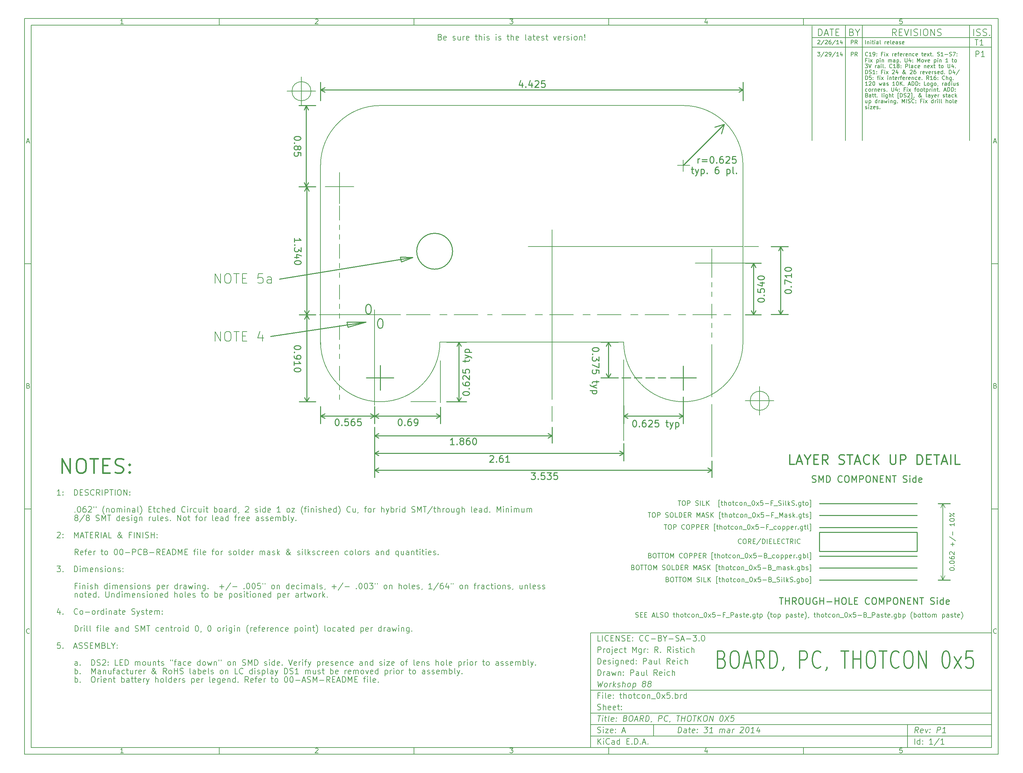
<source format=gbr>
G04 (created by PCBNEW (2013-dec-23)-stable) date Sun 30 Mar 2014 19:37:48 CDT*
%MOIN*%
G04 Gerber Fmt 3.4, Leading zero omitted, Abs format*
%FSLAX34Y34*%
G01*
G70*
G90*
G04 APERTURE LIST*
%ADD10C,0.00590551*%
%ADD11C,0.01*%
%ADD12C,0.008*%
%ADD13C,0.012*%
%ADD14C,0.007*%
%ADD15C,0.006*%
%ADD16C,0.005*%
%ADD17C,0.015*%
G04 APERTURE END LIST*
G54D10*
X-36650Y31000D02*
X65350Y31000D01*
X65350Y-46000D01*
X-36650Y-46000D01*
X-36650Y31000D01*
X-35950Y30300D02*
X64650Y30300D01*
X64650Y-45300D01*
X-35950Y-45300D01*
X-35950Y30300D01*
X-16250Y31000D02*
X-16250Y30300D01*
X-26307Y30447D02*
X-26592Y30447D01*
X-26450Y30447D02*
X-26450Y30947D01*
X-26497Y30876D01*
X-26545Y30828D01*
X-26592Y30804D01*
X-16250Y-46000D02*
X-16250Y-45300D01*
X-26307Y-45852D02*
X-26592Y-45852D01*
X-26450Y-45852D02*
X-26450Y-45352D01*
X-26497Y-45423D01*
X-26545Y-45471D01*
X-26592Y-45495D01*
X4150Y31000D02*
X4150Y30300D01*
X-6192Y30900D02*
X-6169Y30923D01*
X-6121Y30947D01*
X-6002Y30947D01*
X-5954Y30923D01*
X-5930Y30900D01*
X-5907Y30852D01*
X-5907Y30804D01*
X-5930Y30733D01*
X-6216Y30447D01*
X-5907Y30447D01*
X4150Y-46000D02*
X4150Y-45300D01*
X-6192Y-45400D02*
X-6169Y-45376D01*
X-6121Y-45352D01*
X-6002Y-45352D01*
X-5954Y-45376D01*
X-5930Y-45400D01*
X-5907Y-45447D01*
X-5907Y-45495D01*
X-5930Y-45566D01*
X-6216Y-45852D01*
X-5907Y-45852D01*
X24550Y31000D02*
X24550Y30300D01*
X14183Y30947D02*
X14492Y30947D01*
X14326Y30757D01*
X14397Y30757D01*
X14445Y30733D01*
X14469Y30709D01*
X14492Y30661D01*
X14492Y30542D01*
X14469Y30495D01*
X14445Y30471D01*
X14397Y30447D01*
X14254Y30447D01*
X14207Y30471D01*
X14183Y30495D01*
X24550Y-46000D02*
X24550Y-45300D01*
X14183Y-45352D02*
X14492Y-45352D01*
X14326Y-45542D01*
X14397Y-45542D01*
X14445Y-45566D01*
X14469Y-45590D01*
X14492Y-45638D01*
X14492Y-45757D01*
X14469Y-45804D01*
X14445Y-45828D01*
X14397Y-45852D01*
X14254Y-45852D01*
X14207Y-45828D01*
X14183Y-45804D01*
X44950Y31000D02*
X44950Y30300D01*
X34845Y30780D02*
X34845Y30447D01*
X34726Y30971D02*
X34607Y30614D01*
X34916Y30614D01*
X44950Y-46000D02*
X44950Y-45300D01*
X34845Y-45519D02*
X34845Y-45852D01*
X34726Y-45328D02*
X34607Y-45685D01*
X34916Y-45685D01*
X55269Y30947D02*
X55030Y30947D01*
X55007Y30709D01*
X55030Y30733D01*
X55078Y30757D01*
X55197Y30757D01*
X55245Y30733D01*
X55269Y30709D01*
X55292Y30661D01*
X55292Y30542D01*
X55269Y30495D01*
X55245Y30471D01*
X55197Y30447D01*
X55078Y30447D01*
X55030Y30471D01*
X55007Y30495D01*
X55269Y-45352D02*
X55030Y-45352D01*
X55007Y-45590D01*
X55030Y-45566D01*
X55078Y-45542D01*
X55197Y-45542D01*
X55245Y-45566D01*
X55269Y-45590D01*
X55292Y-45638D01*
X55292Y-45757D01*
X55269Y-45804D01*
X55245Y-45828D01*
X55197Y-45852D01*
X55078Y-45852D01*
X55030Y-45828D01*
X55007Y-45804D01*
X-36650Y5340D02*
X-35950Y5340D01*
X-36419Y18110D02*
X-36180Y18110D01*
X-36466Y17967D02*
X-36299Y18467D01*
X-36133Y17967D01*
X65350Y5340D02*
X64650Y5340D01*
X64880Y18110D02*
X65119Y18110D01*
X64833Y17967D02*
X65000Y18467D01*
X65166Y17967D01*
X-36650Y-20320D02*
X-35950Y-20320D01*
X-36264Y-7430D02*
X-36192Y-7454D01*
X-36169Y-7478D01*
X-36145Y-7525D01*
X-36145Y-7597D01*
X-36169Y-7644D01*
X-36192Y-7668D01*
X-36240Y-7692D01*
X-36430Y-7692D01*
X-36430Y-7192D01*
X-36264Y-7192D01*
X-36216Y-7216D01*
X-36192Y-7240D01*
X-36169Y-7287D01*
X-36169Y-7335D01*
X-36192Y-7382D01*
X-36216Y-7406D01*
X-36264Y-7430D01*
X-36430Y-7430D01*
X65350Y-20320D02*
X64650Y-20320D01*
X65035Y-7430D02*
X65107Y-7454D01*
X65130Y-7478D01*
X65154Y-7525D01*
X65154Y-7597D01*
X65130Y-7644D01*
X65107Y-7668D01*
X65059Y-7692D01*
X64869Y-7692D01*
X64869Y-7192D01*
X65035Y-7192D01*
X65083Y-7216D01*
X65107Y-7240D01*
X65130Y-7287D01*
X65130Y-7335D01*
X65107Y-7382D01*
X65083Y-7406D01*
X65035Y-7430D01*
X64869Y-7430D01*
X-36145Y-33304D02*
X-36169Y-33328D01*
X-36240Y-33352D01*
X-36288Y-33352D01*
X-36359Y-33328D01*
X-36407Y-33280D01*
X-36430Y-33233D01*
X-36454Y-33138D01*
X-36454Y-33066D01*
X-36430Y-32971D01*
X-36407Y-32923D01*
X-36359Y-32876D01*
X-36288Y-32852D01*
X-36240Y-32852D01*
X-36169Y-32876D01*
X-36145Y-32900D01*
X65154Y-33304D02*
X65130Y-33328D01*
X65059Y-33352D01*
X65011Y-33352D01*
X64940Y-33328D01*
X64892Y-33280D01*
X64869Y-33233D01*
X64845Y-33138D01*
X64845Y-33066D01*
X64869Y-32971D01*
X64892Y-32923D01*
X64940Y-32876D01*
X65011Y-32852D01*
X65059Y-32852D01*
X65130Y-32876D01*
X65154Y-32900D01*
X31800Y-43742D02*
X31875Y-43142D01*
X32017Y-43142D01*
X32100Y-43171D01*
X32150Y-43228D01*
X32171Y-43285D01*
X32185Y-43400D01*
X32175Y-43485D01*
X32132Y-43600D01*
X32096Y-43657D01*
X32032Y-43714D01*
X31942Y-43742D01*
X31800Y-43742D01*
X32657Y-43742D02*
X32696Y-43428D01*
X32675Y-43371D01*
X32621Y-43342D01*
X32507Y-43342D01*
X32446Y-43371D01*
X32660Y-43714D02*
X32600Y-43742D01*
X32457Y-43742D01*
X32403Y-43714D01*
X32382Y-43657D01*
X32389Y-43600D01*
X32425Y-43542D01*
X32485Y-43514D01*
X32628Y-43514D01*
X32689Y-43485D01*
X32907Y-43342D02*
X33135Y-43342D01*
X33017Y-43142D02*
X32953Y-43657D01*
X32975Y-43714D01*
X33028Y-43742D01*
X33085Y-43742D01*
X33517Y-43714D02*
X33457Y-43742D01*
X33342Y-43742D01*
X33289Y-43714D01*
X33267Y-43657D01*
X33296Y-43428D01*
X33332Y-43371D01*
X33392Y-43342D01*
X33507Y-43342D01*
X33560Y-43371D01*
X33582Y-43428D01*
X33575Y-43485D01*
X33282Y-43542D01*
X33807Y-43685D02*
X33832Y-43714D01*
X33800Y-43742D01*
X33775Y-43714D01*
X33807Y-43685D01*
X33800Y-43742D01*
X33846Y-43371D02*
X33871Y-43400D01*
X33839Y-43428D01*
X33814Y-43400D01*
X33846Y-43371D01*
X33839Y-43428D01*
X34560Y-43142D02*
X34932Y-43142D01*
X34703Y-43371D01*
X34789Y-43371D01*
X34842Y-43400D01*
X34867Y-43428D01*
X34889Y-43485D01*
X34871Y-43628D01*
X34835Y-43685D01*
X34803Y-43714D01*
X34742Y-43742D01*
X34571Y-43742D01*
X34517Y-43714D01*
X34492Y-43685D01*
X35428Y-43742D02*
X35085Y-43742D01*
X35257Y-43742D02*
X35332Y-43142D01*
X35264Y-43228D01*
X35200Y-43285D01*
X35139Y-43314D01*
X36142Y-43742D02*
X36192Y-43342D01*
X36185Y-43400D02*
X36217Y-43371D01*
X36278Y-43342D01*
X36364Y-43342D01*
X36417Y-43371D01*
X36439Y-43428D01*
X36400Y-43742D01*
X36439Y-43428D02*
X36475Y-43371D01*
X36535Y-43342D01*
X36621Y-43342D01*
X36675Y-43371D01*
X36696Y-43428D01*
X36657Y-43742D01*
X37200Y-43742D02*
X37239Y-43428D01*
X37217Y-43371D01*
X37164Y-43342D01*
X37050Y-43342D01*
X36989Y-43371D01*
X37203Y-43714D02*
X37142Y-43742D01*
X37000Y-43742D01*
X36946Y-43714D01*
X36925Y-43657D01*
X36932Y-43600D01*
X36967Y-43542D01*
X37028Y-43514D01*
X37171Y-43514D01*
X37232Y-43485D01*
X37485Y-43742D02*
X37535Y-43342D01*
X37521Y-43457D02*
X37557Y-43400D01*
X37589Y-43371D01*
X37650Y-43342D01*
X37707Y-43342D01*
X38353Y-43200D02*
X38385Y-43171D01*
X38446Y-43142D01*
X38589Y-43142D01*
X38642Y-43171D01*
X38667Y-43200D01*
X38689Y-43257D01*
X38682Y-43314D01*
X38642Y-43400D01*
X38257Y-43742D01*
X38628Y-43742D01*
X39075Y-43142D02*
X39132Y-43142D01*
X39185Y-43171D01*
X39210Y-43200D01*
X39232Y-43257D01*
X39246Y-43371D01*
X39228Y-43514D01*
X39185Y-43628D01*
X39150Y-43685D01*
X39117Y-43714D01*
X39057Y-43742D01*
X39000Y-43742D01*
X38946Y-43714D01*
X38921Y-43685D01*
X38900Y-43628D01*
X38885Y-43514D01*
X38903Y-43371D01*
X38946Y-43257D01*
X38982Y-43200D01*
X39014Y-43171D01*
X39075Y-43142D01*
X39771Y-43742D02*
X39428Y-43742D01*
X39600Y-43742D02*
X39675Y-43142D01*
X39607Y-43228D01*
X39542Y-43285D01*
X39482Y-43314D01*
X40335Y-43342D02*
X40285Y-43742D01*
X40221Y-43114D02*
X40025Y-43542D01*
X40396Y-43542D01*
X23392Y-44942D02*
X23392Y-44342D01*
X23735Y-44942D02*
X23478Y-44600D01*
X23735Y-44342D02*
X23392Y-44685D01*
X23992Y-44942D02*
X23992Y-44542D01*
X23992Y-44342D02*
X23964Y-44371D01*
X23992Y-44400D01*
X24021Y-44371D01*
X23992Y-44342D01*
X23992Y-44400D01*
X24621Y-44885D02*
X24592Y-44914D01*
X24507Y-44942D01*
X24450Y-44942D01*
X24364Y-44914D01*
X24307Y-44857D01*
X24278Y-44800D01*
X24250Y-44685D01*
X24250Y-44600D01*
X24278Y-44485D01*
X24307Y-44428D01*
X24364Y-44371D01*
X24450Y-44342D01*
X24507Y-44342D01*
X24592Y-44371D01*
X24621Y-44400D01*
X25135Y-44942D02*
X25135Y-44628D01*
X25107Y-44571D01*
X25050Y-44542D01*
X24935Y-44542D01*
X24878Y-44571D01*
X25135Y-44914D02*
X25078Y-44942D01*
X24935Y-44942D01*
X24878Y-44914D01*
X24850Y-44857D01*
X24850Y-44800D01*
X24878Y-44742D01*
X24935Y-44714D01*
X25078Y-44714D01*
X25135Y-44685D01*
X25678Y-44942D02*
X25678Y-44342D01*
X25678Y-44914D02*
X25621Y-44942D01*
X25507Y-44942D01*
X25450Y-44914D01*
X25421Y-44885D01*
X25392Y-44828D01*
X25392Y-44657D01*
X25421Y-44600D01*
X25450Y-44571D01*
X25507Y-44542D01*
X25621Y-44542D01*
X25678Y-44571D01*
X26421Y-44628D02*
X26621Y-44628D01*
X26707Y-44942D02*
X26421Y-44942D01*
X26421Y-44342D01*
X26707Y-44342D01*
X26964Y-44885D02*
X26992Y-44914D01*
X26964Y-44942D01*
X26935Y-44914D01*
X26964Y-44885D01*
X26964Y-44942D01*
X27249Y-44942D02*
X27249Y-44342D01*
X27392Y-44342D01*
X27478Y-44371D01*
X27535Y-44428D01*
X27564Y-44485D01*
X27592Y-44600D01*
X27592Y-44685D01*
X27564Y-44800D01*
X27535Y-44857D01*
X27478Y-44914D01*
X27392Y-44942D01*
X27249Y-44942D01*
X27849Y-44885D02*
X27878Y-44914D01*
X27849Y-44942D01*
X27821Y-44914D01*
X27849Y-44885D01*
X27849Y-44942D01*
X28107Y-44771D02*
X28392Y-44771D01*
X28049Y-44942D02*
X28249Y-44342D01*
X28449Y-44942D01*
X28649Y-44885D02*
X28678Y-44914D01*
X28649Y-44942D01*
X28621Y-44914D01*
X28649Y-44885D01*
X28649Y-44942D01*
X56942Y-43742D02*
X56778Y-43457D01*
X56600Y-43742D02*
X56675Y-43142D01*
X56903Y-43142D01*
X56957Y-43171D01*
X56982Y-43200D01*
X57003Y-43257D01*
X56992Y-43342D01*
X56957Y-43400D01*
X56925Y-43428D01*
X56864Y-43457D01*
X56635Y-43457D01*
X57432Y-43714D02*
X57371Y-43742D01*
X57257Y-43742D01*
X57203Y-43714D01*
X57182Y-43657D01*
X57210Y-43428D01*
X57246Y-43371D01*
X57307Y-43342D01*
X57421Y-43342D01*
X57475Y-43371D01*
X57496Y-43428D01*
X57489Y-43485D01*
X57196Y-43542D01*
X57707Y-43342D02*
X57800Y-43742D01*
X57992Y-43342D01*
X58178Y-43685D02*
X58203Y-43714D01*
X58171Y-43742D01*
X58146Y-43714D01*
X58178Y-43685D01*
X58171Y-43742D01*
X58217Y-43371D02*
X58242Y-43400D01*
X58210Y-43428D01*
X58185Y-43400D01*
X58217Y-43371D01*
X58210Y-43428D01*
X58914Y-43742D02*
X58989Y-43142D01*
X59217Y-43142D01*
X59271Y-43171D01*
X59296Y-43200D01*
X59317Y-43257D01*
X59307Y-43342D01*
X59271Y-43400D01*
X59239Y-43428D01*
X59178Y-43457D01*
X58950Y-43457D01*
X59828Y-43742D02*
X59485Y-43742D01*
X59657Y-43742D02*
X59732Y-43142D01*
X59664Y-43228D01*
X59600Y-43285D01*
X59539Y-43314D01*
X23364Y-43714D02*
X23450Y-43742D01*
X23592Y-43742D01*
X23650Y-43714D01*
X23678Y-43685D01*
X23707Y-43628D01*
X23707Y-43571D01*
X23678Y-43514D01*
X23650Y-43485D01*
X23592Y-43457D01*
X23478Y-43428D01*
X23421Y-43400D01*
X23392Y-43371D01*
X23364Y-43314D01*
X23364Y-43257D01*
X23392Y-43200D01*
X23421Y-43171D01*
X23478Y-43142D01*
X23621Y-43142D01*
X23707Y-43171D01*
X23964Y-43742D02*
X23964Y-43342D01*
X23964Y-43142D02*
X23935Y-43171D01*
X23964Y-43200D01*
X23992Y-43171D01*
X23964Y-43142D01*
X23964Y-43200D01*
X24192Y-43342D02*
X24507Y-43342D01*
X24192Y-43742D01*
X24507Y-43742D01*
X24964Y-43714D02*
X24907Y-43742D01*
X24792Y-43742D01*
X24735Y-43714D01*
X24707Y-43657D01*
X24707Y-43428D01*
X24735Y-43371D01*
X24792Y-43342D01*
X24907Y-43342D01*
X24964Y-43371D01*
X24992Y-43428D01*
X24992Y-43485D01*
X24707Y-43542D01*
X25250Y-43685D02*
X25278Y-43714D01*
X25250Y-43742D01*
X25221Y-43714D01*
X25250Y-43685D01*
X25250Y-43742D01*
X25250Y-43371D02*
X25278Y-43400D01*
X25250Y-43428D01*
X25221Y-43400D01*
X25250Y-43371D01*
X25250Y-43428D01*
X25964Y-43571D02*
X26250Y-43571D01*
X25907Y-43742D02*
X26107Y-43142D01*
X26307Y-43742D01*
X56592Y-44942D02*
X56592Y-44342D01*
X57135Y-44942D02*
X57135Y-44342D01*
X57135Y-44914D02*
X57078Y-44942D01*
X56964Y-44942D01*
X56907Y-44914D01*
X56878Y-44885D01*
X56850Y-44828D01*
X56850Y-44657D01*
X56878Y-44600D01*
X56907Y-44571D01*
X56964Y-44542D01*
X57078Y-44542D01*
X57135Y-44571D01*
X57421Y-44885D02*
X57450Y-44914D01*
X57421Y-44942D01*
X57392Y-44914D01*
X57421Y-44885D01*
X57421Y-44942D01*
X57421Y-44571D02*
X57450Y-44600D01*
X57421Y-44628D01*
X57392Y-44600D01*
X57421Y-44571D01*
X57421Y-44628D01*
X58478Y-44942D02*
X58135Y-44942D01*
X58307Y-44942D02*
X58307Y-44342D01*
X58249Y-44428D01*
X58192Y-44485D01*
X58135Y-44514D01*
X59164Y-44314D02*
X58650Y-45085D01*
X59678Y-44942D02*
X59335Y-44942D01*
X59507Y-44942D02*
X59507Y-44342D01*
X59449Y-44428D01*
X59392Y-44485D01*
X59335Y-44514D01*
X23389Y-41942D02*
X23732Y-41942D01*
X23485Y-42542D02*
X23560Y-41942D01*
X23857Y-42542D02*
X23907Y-42142D01*
X23932Y-41942D02*
X23900Y-41971D01*
X23925Y-42000D01*
X23957Y-41971D01*
X23932Y-41942D01*
X23925Y-42000D01*
X24107Y-42142D02*
X24335Y-42142D01*
X24217Y-41942D02*
X24153Y-42457D01*
X24175Y-42514D01*
X24228Y-42542D01*
X24285Y-42542D01*
X24571Y-42542D02*
X24517Y-42514D01*
X24496Y-42457D01*
X24560Y-41942D01*
X25032Y-42514D02*
X24971Y-42542D01*
X24857Y-42542D01*
X24803Y-42514D01*
X24782Y-42457D01*
X24810Y-42228D01*
X24846Y-42171D01*
X24907Y-42142D01*
X25021Y-42142D01*
X25075Y-42171D01*
X25096Y-42228D01*
X25089Y-42285D01*
X24796Y-42342D01*
X25321Y-42485D02*
X25346Y-42514D01*
X25314Y-42542D01*
X25289Y-42514D01*
X25321Y-42485D01*
X25314Y-42542D01*
X25360Y-42171D02*
X25385Y-42200D01*
X25353Y-42228D01*
X25328Y-42200D01*
X25360Y-42171D01*
X25353Y-42228D01*
X26296Y-42228D02*
X26378Y-42257D01*
X26403Y-42285D01*
X26425Y-42342D01*
X26414Y-42428D01*
X26378Y-42485D01*
X26346Y-42514D01*
X26285Y-42542D01*
X26057Y-42542D01*
X26132Y-41942D01*
X26332Y-41942D01*
X26385Y-41971D01*
X26410Y-42000D01*
X26432Y-42057D01*
X26425Y-42114D01*
X26389Y-42171D01*
X26357Y-42200D01*
X26296Y-42228D01*
X26096Y-42228D01*
X26846Y-41942D02*
X26960Y-41942D01*
X27014Y-41971D01*
X27064Y-42028D01*
X27078Y-42142D01*
X27053Y-42342D01*
X27010Y-42457D01*
X26946Y-42514D01*
X26885Y-42542D01*
X26771Y-42542D01*
X26717Y-42514D01*
X26667Y-42457D01*
X26653Y-42342D01*
X26678Y-42142D01*
X26721Y-42028D01*
X26785Y-41971D01*
X26846Y-41942D01*
X27278Y-42371D02*
X27564Y-42371D01*
X27200Y-42542D02*
X27475Y-41942D01*
X27600Y-42542D01*
X28142Y-42542D02*
X27978Y-42257D01*
X27800Y-42542D02*
X27875Y-41942D01*
X28103Y-41942D01*
X28157Y-41971D01*
X28182Y-42000D01*
X28203Y-42057D01*
X28192Y-42142D01*
X28157Y-42200D01*
X28125Y-42228D01*
X28064Y-42257D01*
X27835Y-42257D01*
X28400Y-42542D02*
X28475Y-41942D01*
X28617Y-41942D01*
X28700Y-41971D01*
X28750Y-42028D01*
X28771Y-42085D01*
X28785Y-42200D01*
X28775Y-42285D01*
X28732Y-42400D01*
X28696Y-42457D01*
X28632Y-42514D01*
X28542Y-42542D01*
X28400Y-42542D01*
X29032Y-42514D02*
X29028Y-42542D01*
X28992Y-42600D01*
X28960Y-42628D01*
X29742Y-42542D02*
X29817Y-41942D01*
X30046Y-41942D01*
X30099Y-41971D01*
X30125Y-42000D01*
X30146Y-42057D01*
X30135Y-42142D01*
X30100Y-42200D01*
X30067Y-42228D01*
X30007Y-42257D01*
X29778Y-42257D01*
X30692Y-42485D02*
X30660Y-42514D01*
X30571Y-42542D01*
X30514Y-42542D01*
X30432Y-42514D01*
X30382Y-42457D01*
X30360Y-42400D01*
X30346Y-42285D01*
X30357Y-42200D01*
X30400Y-42085D01*
X30435Y-42028D01*
X30499Y-41971D01*
X30589Y-41942D01*
X30646Y-41942D01*
X30728Y-41971D01*
X30753Y-42000D01*
X30975Y-42514D02*
X30971Y-42542D01*
X30935Y-42600D01*
X30903Y-42628D01*
X31675Y-41942D02*
X32017Y-41942D01*
X31771Y-42542D02*
X31846Y-41942D01*
X32142Y-42542D02*
X32217Y-41942D01*
X32182Y-42228D02*
X32525Y-42228D01*
X32485Y-42542D02*
X32560Y-41942D01*
X32960Y-41942D02*
X33075Y-41942D01*
X33128Y-41971D01*
X33178Y-42028D01*
X33192Y-42142D01*
X33167Y-42342D01*
X33124Y-42457D01*
X33060Y-42514D01*
X33000Y-42542D01*
X32885Y-42542D01*
X32832Y-42514D01*
X32782Y-42457D01*
X32767Y-42342D01*
X32792Y-42142D01*
X32835Y-42028D01*
X32899Y-41971D01*
X32960Y-41942D01*
X33389Y-41942D02*
X33732Y-41942D01*
X33485Y-42542D02*
X33560Y-41942D01*
X33857Y-42542D02*
X33932Y-41942D01*
X34199Y-42542D02*
X33985Y-42200D01*
X34274Y-41942D02*
X33889Y-42285D01*
X34646Y-41942D02*
X34760Y-41942D01*
X34814Y-41971D01*
X34864Y-42028D01*
X34878Y-42142D01*
X34853Y-42342D01*
X34810Y-42457D01*
X34746Y-42514D01*
X34685Y-42542D01*
X34571Y-42542D01*
X34517Y-42514D01*
X34467Y-42457D01*
X34453Y-42342D01*
X34478Y-42142D01*
X34521Y-42028D01*
X34585Y-41971D01*
X34646Y-41942D01*
X35085Y-42542D02*
X35160Y-41942D01*
X35428Y-42542D01*
X35503Y-41942D01*
X36360Y-41942D02*
X36417Y-41942D01*
X36471Y-41971D01*
X36496Y-42000D01*
X36517Y-42057D01*
X36532Y-42171D01*
X36514Y-42314D01*
X36471Y-42428D01*
X36435Y-42485D01*
X36403Y-42514D01*
X36342Y-42542D01*
X36285Y-42542D01*
X36232Y-42514D01*
X36207Y-42485D01*
X36185Y-42428D01*
X36171Y-42314D01*
X36189Y-42171D01*
X36232Y-42057D01*
X36267Y-42000D01*
X36299Y-41971D01*
X36360Y-41942D01*
X36760Y-41942D02*
X37085Y-42542D01*
X37160Y-41942D02*
X36685Y-42542D01*
X37674Y-41942D02*
X37389Y-41942D01*
X37325Y-42228D01*
X37357Y-42200D01*
X37417Y-42171D01*
X37560Y-42171D01*
X37614Y-42200D01*
X37639Y-42228D01*
X37660Y-42285D01*
X37642Y-42428D01*
X37607Y-42485D01*
X37574Y-42514D01*
X37514Y-42542D01*
X37371Y-42542D01*
X37317Y-42514D01*
X37292Y-42485D01*
X23592Y-39828D02*
X23392Y-39828D01*
X23392Y-40142D02*
X23392Y-39542D01*
X23678Y-39542D01*
X23907Y-40142D02*
X23907Y-39742D01*
X23907Y-39542D02*
X23878Y-39571D01*
X23907Y-39600D01*
X23935Y-39571D01*
X23907Y-39542D01*
X23907Y-39600D01*
X24278Y-40142D02*
X24221Y-40114D01*
X24192Y-40057D01*
X24192Y-39542D01*
X24735Y-40114D02*
X24678Y-40142D01*
X24564Y-40142D01*
X24507Y-40114D01*
X24478Y-40057D01*
X24478Y-39828D01*
X24507Y-39771D01*
X24564Y-39742D01*
X24678Y-39742D01*
X24735Y-39771D01*
X24764Y-39828D01*
X24764Y-39885D01*
X24478Y-39942D01*
X25021Y-40085D02*
X25050Y-40114D01*
X25021Y-40142D01*
X24992Y-40114D01*
X25021Y-40085D01*
X25021Y-40142D01*
X25021Y-39771D02*
X25050Y-39800D01*
X25021Y-39828D01*
X24992Y-39800D01*
X25021Y-39771D01*
X25021Y-39828D01*
X25678Y-39742D02*
X25907Y-39742D01*
X25764Y-39542D02*
X25764Y-40057D01*
X25792Y-40114D01*
X25850Y-40142D01*
X25907Y-40142D01*
X26107Y-40142D02*
X26107Y-39542D01*
X26364Y-40142D02*
X26364Y-39828D01*
X26335Y-39771D01*
X26278Y-39742D01*
X26192Y-39742D01*
X26135Y-39771D01*
X26107Y-39800D01*
X26735Y-40142D02*
X26678Y-40114D01*
X26650Y-40085D01*
X26621Y-40028D01*
X26621Y-39857D01*
X26650Y-39800D01*
X26678Y-39771D01*
X26735Y-39742D01*
X26821Y-39742D01*
X26878Y-39771D01*
X26907Y-39800D01*
X26935Y-39857D01*
X26935Y-40028D01*
X26907Y-40085D01*
X26878Y-40114D01*
X26821Y-40142D01*
X26735Y-40142D01*
X27107Y-39742D02*
X27335Y-39742D01*
X27192Y-39542D02*
X27192Y-40057D01*
X27221Y-40114D01*
X27278Y-40142D01*
X27335Y-40142D01*
X27792Y-40114D02*
X27735Y-40142D01*
X27621Y-40142D01*
X27564Y-40114D01*
X27535Y-40085D01*
X27507Y-40028D01*
X27507Y-39857D01*
X27535Y-39800D01*
X27564Y-39771D01*
X27621Y-39742D01*
X27735Y-39742D01*
X27792Y-39771D01*
X28135Y-40142D02*
X28078Y-40114D01*
X28050Y-40085D01*
X28021Y-40028D01*
X28021Y-39857D01*
X28050Y-39800D01*
X28078Y-39771D01*
X28135Y-39742D01*
X28221Y-39742D01*
X28278Y-39771D01*
X28307Y-39800D01*
X28335Y-39857D01*
X28335Y-40028D01*
X28307Y-40085D01*
X28278Y-40114D01*
X28221Y-40142D01*
X28135Y-40142D01*
X28592Y-39742D02*
X28592Y-40142D01*
X28592Y-39800D02*
X28621Y-39771D01*
X28678Y-39742D01*
X28764Y-39742D01*
X28821Y-39771D01*
X28850Y-39828D01*
X28850Y-40142D01*
X28992Y-40200D02*
X29450Y-40200D01*
X29707Y-39542D02*
X29764Y-39542D01*
X29821Y-39571D01*
X29850Y-39600D01*
X29878Y-39657D01*
X29907Y-39771D01*
X29907Y-39914D01*
X29878Y-40028D01*
X29850Y-40085D01*
X29821Y-40114D01*
X29764Y-40142D01*
X29707Y-40142D01*
X29650Y-40114D01*
X29621Y-40085D01*
X29592Y-40028D01*
X29564Y-39914D01*
X29564Y-39771D01*
X29592Y-39657D01*
X29621Y-39600D01*
X29650Y-39571D01*
X29707Y-39542D01*
X30107Y-40142D02*
X30421Y-39742D01*
X30107Y-39742D02*
X30421Y-40142D01*
X30935Y-39542D02*
X30650Y-39542D01*
X30621Y-39828D01*
X30650Y-39800D01*
X30707Y-39771D01*
X30850Y-39771D01*
X30907Y-39800D01*
X30935Y-39828D01*
X30964Y-39885D01*
X30964Y-40028D01*
X30935Y-40085D01*
X30907Y-40114D01*
X30850Y-40142D01*
X30707Y-40142D01*
X30650Y-40114D01*
X30621Y-40085D01*
X31221Y-40085D02*
X31250Y-40114D01*
X31221Y-40142D01*
X31192Y-40114D01*
X31221Y-40085D01*
X31221Y-40142D01*
X31507Y-40142D02*
X31507Y-39542D01*
X31507Y-39771D02*
X31564Y-39742D01*
X31678Y-39742D01*
X31735Y-39771D01*
X31764Y-39800D01*
X31792Y-39857D01*
X31792Y-40028D01*
X31764Y-40085D01*
X31735Y-40114D01*
X31678Y-40142D01*
X31564Y-40142D01*
X31507Y-40114D01*
X32050Y-40142D02*
X32050Y-39742D01*
X32050Y-39857D02*
X32078Y-39800D01*
X32107Y-39771D01*
X32164Y-39742D01*
X32221Y-39742D01*
X32678Y-40142D02*
X32678Y-39542D01*
X32678Y-40114D02*
X32621Y-40142D01*
X32507Y-40142D01*
X32450Y-40114D01*
X32421Y-40085D01*
X32392Y-40028D01*
X32392Y-39857D01*
X32421Y-39800D01*
X32450Y-39771D01*
X32507Y-39742D01*
X32621Y-39742D01*
X32678Y-39771D01*
X23364Y-41314D02*
X23450Y-41342D01*
X23592Y-41342D01*
X23650Y-41314D01*
X23678Y-41285D01*
X23707Y-41228D01*
X23707Y-41171D01*
X23678Y-41114D01*
X23650Y-41085D01*
X23592Y-41057D01*
X23478Y-41028D01*
X23421Y-41000D01*
X23392Y-40971D01*
X23364Y-40914D01*
X23364Y-40857D01*
X23392Y-40800D01*
X23421Y-40771D01*
X23478Y-40742D01*
X23621Y-40742D01*
X23707Y-40771D01*
X23964Y-41342D02*
X23964Y-40742D01*
X24221Y-41342D02*
X24221Y-41028D01*
X24192Y-40971D01*
X24135Y-40942D01*
X24050Y-40942D01*
X23992Y-40971D01*
X23964Y-41000D01*
X24735Y-41314D02*
X24678Y-41342D01*
X24564Y-41342D01*
X24507Y-41314D01*
X24478Y-41257D01*
X24478Y-41028D01*
X24507Y-40971D01*
X24564Y-40942D01*
X24678Y-40942D01*
X24735Y-40971D01*
X24764Y-41028D01*
X24764Y-41085D01*
X24478Y-41142D01*
X25250Y-41314D02*
X25192Y-41342D01*
X25078Y-41342D01*
X25021Y-41314D01*
X24992Y-41257D01*
X24992Y-41028D01*
X25021Y-40971D01*
X25078Y-40942D01*
X25192Y-40942D01*
X25250Y-40971D01*
X25278Y-41028D01*
X25278Y-41085D01*
X24992Y-41142D01*
X25450Y-40942D02*
X25678Y-40942D01*
X25535Y-40742D02*
X25535Y-41257D01*
X25564Y-41314D01*
X25621Y-41342D01*
X25678Y-41342D01*
X25878Y-41285D02*
X25907Y-41314D01*
X25878Y-41342D01*
X25850Y-41314D01*
X25878Y-41285D01*
X25878Y-41342D01*
X25878Y-40971D02*
X25907Y-41000D01*
X25878Y-41028D01*
X25850Y-41000D01*
X25878Y-40971D01*
X25878Y-41028D01*
X23417Y-38342D02*
X23485Y-38942D01*
X23653Y-38514D01*
X23714Y-38942D01*
X23932Y-38342D01*
X24171Y-38942D02*
X24117Y-38914D01*
X24092Y-38885D01*
X24071Y-38828D01*
X24092Y-38657D01*
X24128Y-38600D01*
X24160Y-38571D01*
X24221Y-38542D01*
X24307Y-38542D01*
X24360Y-38571D01*
X24385Y-38600D01*
X24407Y-38657D01*
X24385Y-38828D01*
X24350Y-38885D01*
X24317Y-38914D01*
X24257Y-38942D01*
X24171Y-38942D01*
X24628Y-38942D02*
X24678Y-38542D01*
X24664Y-38657D02*
X24700Y-38600D01*
X24732Y-38571D01*
X24792Y-38542D01*
X24850Y-38542D01*
X25000Y-38942D02*
X25075Y-38342D01*
X25085Y-38714D02*
X25228Y-38942D01*
X25278Y-38542D02*
X25021Y-38771D01*
X25460Y-38914D02*
X25514Y-38942D01*
X25628Y-38942D01*
X25689Y-38914D01*
X25725Y-38857D01*
X25728Y-38828D01*
X25707Y-38771D01*
X25653Y-38742D01*
X25567Y-38742D01*
X25514Y-38714D01*
X25492Y-38657D01*
X25496Y-38628D01*
X25532Y-38571D01*
X25592Y-38542D01*
X25678Y-38542D01*
X25732Y-38571D01*
X25971Y-38942D02*
X26046Y-38342D01*
X26228Y-38942D02*
X26267Y-38628D01*
X26246Y-38571D01*
X26192Y-38542D01*
X26107Y-38542D01*
X26046Y-38571D01*
X26014Y-38600D01*
X26599Y-38942D02*
X26546Y-38914D01*
X26521Y-38885D01*
X26500Y-38828D01*
X26521Y-38657D01*
X26557Y-38600D01*
X26589Y-38571D01*
X26649Y-38542D01*
X26735Y-38542D01*
X26789Y-38571D01*
X26814Y-38600D01*
X26835Y-38657D01*
X26814Y-38828D01*
X26778Y-38885D01*
X26746Y-38914D01*
X26685Y-38942D01*
X26599Y-38942D01*
X27107Y-38542D02*
X27032Y-39142D01*
X27103Y-38571D02*
X27164Y-38542D01*
X27278Y-38542D01*
X27332Y-38571D01*
X27357Y-38600D01*
X27378Y-38657D01*
X27357Y-38828D01*
X27321Y-38885D01*
X27289Y-38914D01*
X27228Y-38942D01*
X27114Y-38942D01*
X27060Y-38914D01*
X28185Y-38600D02*
X28132Y-38571D01*
X28107Y-38542D01*
X28085Y-38485D01*
X28089Y-38457D01*
X28124Y-38400D01*
X28157Y-38371D01*
X28217Y-38342D01*
X28332Y-38342D01*
X28385Y-38371D01*
X28410Y-38400D01*
X28432Y-38457D01*
X28428Y-38485D01*
X28392Y-38542D01*
X28360Y-38571D01*
X28299Y-38600D01*
X28185Y-38600D01*
X28125Y-38628D01*
X28092Y-38657D01*
X28057Y-38714D01*
X28042Y-38828D01*
X28064Y-38885D01*
X28089Y-38914D01*
X28142Y-38942D01*
X28257Y-38942D01*
X28317Y-38914D01*
X28349Y-38885D01*
X28385Y-38828D01*
X28399Y-38714D01*
X28378Y-38657D01*
X28353Y-38628D01*
X28299Y-38600D01*
X28757Y-38600D02*
X28703Y-38571D01*
X28678Y-38542D01*
X28657Y-38485D01*
X28660Y-38457D01*
X28696Y-38400D01*
X28728Y-38371D01*
X28789Y-38342D01*
X28903Y-38342D01*
X28957Y-38371D01*
X28982Y-38400D01*
X29003Y-38457D01*
X29000Y-38485D01*
X28964Y-38542D01*
X28932Y-38571D01*
X28871Y-38600D01*
X28757Y-38600D01*
X28696Y-38628D01*
X28664Y-38657D01*
X28628Y-38714D01*
X28614Y-38828D01*
X28635Y-38885D01*
X28660Y-38914D01*
X28714Y-38942D01*
X28828Y-38942D01*
X28889Y-38914D01*
X28921Y-38885D01*
X28957Y-38828D01*
X28971Y-38714D01*
X28949Y-38657D01*
X28925Y-38628D01*
X28871Y-38600D01*
X23392Y-37742D02*
X23392Y-37142D01*
X23535Y-37142D01*
X23621Y-37171D01*
X23678Y-37228D01*
X23707Y-37285D01*
X23735Y-37400D01*
X23735Y-37485D01*
X23707Y-37600D01*
X23678Y-37657D01*
X23621Y-37714D01*
X23535Y-37742D01*
X23392Y-37742D01*
X23992Y-37742D02*
X23992Y-37342D01*
X23992Y-37457D02*
X24021Y-37400D01*
X24050Y-37371D01*
X24107Y-37342D01*
X24164Y-37342D01*
X24621Y-37742D02*
X24621Y-37428D01*
X24592Y-37371D01*
X24535Y-37342D01*
X24421Y-37342D01*
X24364Y-37371D01*
X24621Y-37714D02*
X24564Y-37742D01*
X24421Y-37742D01*
X24364Y-37714D01*
X24335Y-37657D01*
X24335Y-37600D01*
X24364Y-37542D01*
X24421Y-37514D01*
X24564Y-37514D01*
X24621Y-37485D01*
X24850Y-37342D02*
X24964Y-37742D01*
X25078Y-37457D01*
X25192Y-37742D01*
X25307Y-37342D01*
X25535Y-37342D02*
X25535Y-37742D01*
X25535Y-37400D02*
X25564Y-37371D01*
X25621Y-37342D01*
X25707Y-37342D01*
X25764Y-37371D01*
X25792Y-37428D01*
X25792Y-37742D01*
X26078Y-37685D02*
X26107Y-37714D01*
X26078Y-37742D01*
X26050Y-37714D01*
X26078Y-37685D01*
X26078Y-37742D01*
X26078Y-37371D02*
X26107Y-37400D01*
X26078Y-37428D01*
X26050Y-37400D01*
X26078Y-37371D01*
X26078Y-37428D01*
X26821Y-37742D02*
X26821Y-37142D01*
X27050Y-37142D01*
X27107Y-37171D01*
X27135Y-37200D01*
X27164Y-37257D01*
X27164Y-37342D01*
X27135Y-37400D01*
X27107Y-37428D01*
X27050Y-37457D01*
X26821Y-37457D01*
X27678Y-37742D02*
X27678Y-37428D01*
X27650Y-37371D01*
X27592Y-37342D01*
X27478Y-37342D01*
X27421Y-37371D01*
X27678Y-37714D02*
X27621Y-37742D01*
X27478Y-37742D01*
X27421Y-37714D01*
X27392Y-37657D01*
X27392Y-37600D01*
X27421Y-37542D01*
X27478Y-37514D01*
X27621Y-37514D01*
X27678Y-37485D01*
X28221Y-37342D02*
X28221Y-37742D01*
X27964Y-37342D02*
X27964Y-37657D01*
X27992Y-37714D01*
X28049Y-37742D01*
X28135Y-37742D01*
X28192Y-37714D01*
X28221Y-37685D01*
X28592Y-37742D02*
X28535Y-37714D01*
X28507Y-37657D01*
X28507Y-37142D01*
X29621Y-37742D02*
X29421Y-37457D01*
X29278Y-37742D02*
X29278Y-37142D01*
X29507Y-37142D01*
X29564Y-37171D01*
X29592Y-37200D01*
X29621Y-37257D01*
X29621Y-37342D01*
X29592Y-37400D01*
X29564Y-37428D01*
X29507Y-37457D01*
X29278Y-37457D01*
X30107Y-37714D02*
X30050Y-37742D01*
X29935Y-37742D01*
X29878Y-37714D01*
X29850Y-37657D01*
X29850Y-37428D01*
X29878Y-37371D01*
X29935Y-37342D01*
X30050Y-37342D01*
X30107Y-37371D01*
X30135Y-37428D01*
X30135Y-37485D01*
X29850Y-37542D01*
X30392Y-37742D02*
X30392Y-37342D01*
X30392Y-37142D02*
X30364Y-37171D01*
X30392Y-37200D01*
X30421Y-37171D01*
X30392Y-37142D01*
X30392Y-37200D01*
X30935Y-37714D02*
X30878Y-37742D01*
X30764Y-37742D01*
X30707Y-37714D01*
X30678Y-37685D01*
X30650Y-37628D01*
X30650Y-37457D01*
X30678Y-37400D01*
X30707Y-37371D01*
X30764Y-37342D01*
X30878Y-37342D01*
X30935Y-37371D01*
X31192Y-37742D02*
X31192Y-37142D01*
X31450Y-37742D02*
X31450Y-37428D01*
X31421Y-37371D01*
X31364Y-37342D01*
X31278Y-37342D01*
X31221Y-37371D01*
X31192Y-37400D01*
X23392Y-36542D02*
X23392Y-35942D01*
X23535Y-35942D01*
X23621Y-35971D01*
X23678Y-36028D01*
X23707Y-36085D01*
X23735Y-36200D01*
X23735Y-36285D01*
X23707Y-36400D01*
X23678Y-36457D01*
X23621Y-36514D01*
X23535Y-36542D01*
X23392Y-36542D01*
X24221Y-36514D02*
X24164Y-36542D01*
X24050Y-36542D01*
X23992Y-36514D01*
X23964Y-36457D01*
X23964Y-36228D01*
X23992Y-36171D01*
X24050Y-36142D01*
X24164Y-36142D01*
X24221Y-36171D01*
X24250Y-36228D01*
X24250Y-36285D01*
X23964Y-36342D01*
X24478Y-36514D02*
X24535Y-36542D01*
X24650Y-36542D01*
X24707Y-36514D01*
X24735Y-36457D01*
X24735Y-36428D01*
X24707Y-36371D01*
X24650Y-36342D01*
X24564Y-36342D01*
X24507Y-36314D01*
X24478Y-36257D01*
X24478Y-36228D01*
X24507Y-36171D01*
X24564Y-36142D01*
X24650Y-36142D01*
X24707Y-36171D01*
X24992Y-36542D02*
X24992Y-36142D01*
X24992Y-35942D02*
X24964Y-35971D01*
X24992Y-36000D01*
X25021Y-35971D01*
X24992Y-35942D01*
X24992Y-36000D01*
X25535Y-36142D02*
X25535Y-36628D01*
X25507Y-36685D01*
X25478Y-36714D01*
X25421Y-36742D01*
X25335Y-36742D01*
X25278Y-36714D01*
X25535Y-36514D02*
X25478Y-36542D01*
X25364Y-36542D01*
X25307Y-36514D01*
X25278Y-36485D01*
X25250Y-36428D01*
X25250Y-36257D01*
X25278Y-36200D01*
X25307Y-36171D01*
X25364Y-36142D01*
X25478Y-36142D01*
X25535Y-36171D01*
X25821Y-36142D02*
X25821Y-36542D01*
X25821Y-36200D02*
X25850Y-36171D01*
X25907Y-36142D01*
X25992Y-36142D01*
X26050Y-36171D01*
X26078Y-36228D01*
X26078Y-36542D01*
X26592Y-36514D02*
X26535Y-36542D01*
X26421Y-36542D01*
X26364Y-36514D01*
X26335Y-36457D01*
X26335Y-36228D01*
X26364Y-36171D01*
X26421Y-36142D01*
X26535Y-36142D01*
X26592Y-36171D01*
X26621Y-36228D01*
X26621Y-36285D01*
X26335Y-36342D01*
X27135Y-36542D02*
X27135Y-35942D01*
X27135Y-36514D02*
X27078Y-36542D01*
X26964Y-36542D01*
X26907Y-36514D01*
X26878Y-36485D01*
X26850Y-36428D01*
X26850Y-36257D01*
X26878Y-36200D01*
X26907Y-36171D01*
X26964Y-36142D01*
X27078Y-36142D01*
X27135Y-36171D01*
X27421Y-36485D02*
X27450Y-36514D01*
X27421Y-36542D01*
X27392Y-36514D01*
X27421Y-36485D01*
X27421Y-36542D01*
X27421Y-36171D02*
X27450Y-36200D01*
X27421Y-36228D01*
X27392Y-36200D01*
X27421Y-36171D01*
X27421Y-36228D01*
X28164Y-36542D02*
X28164Y-35942D01*
X28392Y-35942D01*
X28449Y-35971D01*
X28478Y-36000D01*
X28507Y-36057D01*
X28507Y-36142D01*
X28478Y-36200D01*
X28449Y-36228D01*
X28392Y-36257D01*
X28164Y-36257D01*
X29021Y-36542D02*
X29021Y-36228D01*
X28992Y-36171D01*
X28935Y-36142D01*
X28821Y-36142D01*
X28764Y-36171D01*
X29021Y-36514D02*
X28964Y-36542D01*
X28821Y-36542D01*
X28764Y-36514D01*
X28735Y-36457D01*
X28735Y-36400D01*
X28764Y-36342D01*
X28821Y-36314D01*
X28964Y-36314D01*
X29021Y-36285D01*
X29564Y-36142D02*
X29564Y-36542D01*
X29307Y-36142D02*
X29307Y-36457D01*
X29335Y-36514D01*
X29392Y-36542D01*
X29478Y-36542D01*
X29535Y-36514D01*
X29564Y-36485D01*
X29935Y-36542D02*
X29878Y-36514D01*
X29849Y-36457D01*
X29849Y-35942D01*
X30964Y-36542D02*
X30764Y-36257D01*
X30621Y-36542D02*
X30621Y-35942D01*
X30850Y-35942D01*
X30907Y-35971D01*
X30935Y-36000D01*
X30964Y-36057D01*
X30964Y-36142D01*
X30935Y-36200D01*
X30907Y-36228D01*
X30850Y-36257D01*
X30621Y-36257D01*
X31450Y-36514D02*
X31392Y-36542D01*
X31278Y-36542D01*
X31221Y-36514D01*
X31192Y-36457D01*
X31192Y-36228D01*
X31221Y-36171D01*
X31278Y-36142D01*
X31392Y-36142D01*
X31450Y-36171D01*
X31478Y-36228D01*
X31478Y-36285D01*
X31192Y-36342D01*
X31735Y-36542D02*
X31735Y-36142D01*
X31735Y-35942D02*
X31707Y-35971D01*
X31735Y-36000D01*
X31764Y-35971D01*
X31735Y-35942D01*
X31735Y-36000D01*
X32278Y-36514D02*
X32221Y-36542D01*
X32107Y-36542D01*
X32050Y-36514D01*
X32021Y-36485D01*
X31992Y-36428D01*
X31992Y-36257D01*
X32021Y-36200D01*
X32050Y-36171D01*
X32107Y-36142D01*
X32221Y-36142D01*
X32278Y-36171D01*
X32535Y-36542D02*
X32535Y-35942D01*
X32792Y-36542D02*
X32792Y-36228D01*
X32764Y-36171D01*
X32707Y-36142D01*
X32621Y-36142D01*
X32564Y-36171D01*
X32535Y-36200D01*
X23392Y-35342D02*
X23392Y-34742D01*
X23621Y-34742D01*
X23678Y-34771D01*
X23707Y-34800D01*
X23735Y-34857D01*
X23735Y-34942D01*
X23707Y-35000D01*
X23678Y-35028D01*
X23621Y-35057D01*
X23392Y-35057D01*
X23992Y-35342D02*
X23992Y-34942D01*
X23992Y-35057D02*
X24021Y-35000D01*
X24050Y-34971D01*
X24107Y-34942D01*
X24164Y-34942D01*
X24450Y-35342D02*
X24392Y-35314D01*
X24364Y-35285D01*
X24335Y-35228D01*
X24335Y-35057D01*
X24364Y-35000D01*
X24392Y-34971D01*
X24450Y-34942D01*
X24535Y-34942D01*
X24592Y-34971D01*
X24621Y-35000D01*
X24650Y-35057D01*
X24650Y-35228D01*
X24621Y-35285D01*
X24592Y-35314D01*
X24535Y-35342D01*
X24450Y-35342D01*
X24907Y-34942D02*
X24907Y-35457D01*
X24878Y-35514D01*
X24821Y-35542D01*
X24792Y-35542D01*
X24907Y-34742D02*
X24878Y-34771D01*
X24907Y-34800D01*
X24935Y-34771D01*
X24907Y-34742D01*
X24907Y-34800D01*
X25421Y-35314D02*
X25364Y-35342D01*
X25250Y-35342D01*
X25192Y-35314D01*
X25164Y-35257D01*
X25164Y-35028D01*
X25192Y-34971D01*
X25250Y-34942D01*
X25364Y-34942D01*
X25421Y-34971D01*
X25450Y-35028D01*
X25450Y-35085D01*
X25164Y-35142D01*
X25964Y-35314D02*
X25907Y-35342D01*
X25792Y-35342D01*
X25735Y-35314D01*
X25707Y-35285D01*
X25678Y-35228D01*
X25678Y-35057D01*
X25707Y-35000D01*
X25735Y-34971D01*
X25792Y-34942D01*
X25907Y-34942D01*
X25964Y-34971D01*
X26135Y-34942D02*
X26364Y-34942D01*
X26221Y-34742D02*
X26221Y-35257D01*
X26250Y-35314D01*
X26307Y-35342D01*
X26364Y-35342D01*
X27021Y-35342D02*
X27021Y-34742D01*
X27221Y-35171D01*
X27421Y-34742D01*
X27421Y-35342D01*
X27964Y-34942D02*
X27964Y-35428D01*
X27935Y-35485D01*
X27907Y-35514D01*
X27850Y-35542D01*
X27764Y-35542D01*
X27707Y-35514D01*
X27964Y-35314D02*
X27907Y-35342D01*
X27792Y-35342D01*
X27735Y-35314D01*
X27707Y-35285D01*
X27678Y-35228D01*
X27678Y-35057D01*
X27707Y-35000D01*
X27735Y-34971D01*
X27792Y-34942D01*
X27907Y-34942D01*
X27964Y-34971D01*
X28250Y-35342D02*
X28250Y-34942D01*
X28250Y-35057D02*
X28278Y-35000D01*
X28307Y-34971D01*
X28364Y-34942D01*
X28421Y-34942D01*
X28621Y-35285D02*
X28650Y-35314D01*
X28621Y-35342D01*
X28592Y-35314D01*
X28621Y-35285D01*
X28621Y-35342D01*
X28621Y-34971D02*
X28650Y-35000D01*
X28621Y-35028D01*
X28592Y-35000D01*
X28621Y-34971D01*
X28621Y-35028D01*
X29707Y-35342D02*
X29507Y-35057D01*
X29364Y-35342D02*
X29364Y-34742D01*
X29592Y-34742D01*
X29650Y-34771D01*
X29678Y-34800D01*
X29707Y-34857D01*
X29707Y-34942D01*
X29678Y-35000D01*
X29650Y-35028D01*
X29592Y-35057D01*
X29364Y-35057D01*
X29964Y-35285D02*
X29992Y-35314D01*
X29964Y-35342D01*
X29935Y-35314D01*
X29964Y-35285D01*
X29964Y-35342D01*
X31050Y-35342D02*
X30850Y-35057D01*
X30707Y-35342D02*
X30707Y-34742D01*
X30935Y-34742D01*
X30992Y-34771D01*
X31021Y-34800D01*
X31050Y-34857D01*
X31050Y-34942D01*
X31021Y-35000D01*
X30992Y-35028D01*
X30935Y-35057D01*
X30707Y-35057D01*
X31307Y-35342D02*
X31307Y-34942D01*
X31307Y-34742D02*
X31278Y-34771D01*
X31307Y-34800D01*
X31335Y-34771D01*
X31307Y-34742D01*
X31307Y-34800D01*
X31564Y-35314D02*
X31621Y-35342D01*
X31735Y-35342D01*
X31792Y-35314D01*
X31821Y-35257D01*
X31821Y-35228D01*
X31792Y-35171D01*
X31735Y-35142D01*
X31650Y-35142D01*
X31592Y-35114D01*
X31564Y-35057D01*
X31564Y-35028D01*
X31592Y-34971D01*
X31650Y-34942D01*
X31735Y-34942D01*
X31792Y-34971D01*
X31992Y-34942D02*
X32221Y-34942D01*
X32078Y-34742D02*
X32078Y-35257D01*
X32107Y-35314D01*
X32164Y-35342D01*
X32221Y-35342D01*
X32421Y-35342D02*
X32421Y-34942D01*
X32421Y-34742D02*
X32392Y-34771D01*
X32421Y-34800D01*
X32450Y-34771D01*
X32421Y-34742D01*
X32421Y-34800D01*
X32964Y-35314D02*
X32907Y-35342D01*
X32792Y-35342D01*
X32735Y-35314D01*
X32707Y-35285D01*
X32678Y-35228D01*
X32678Y-35057D01*
X32707Y-35000D01*
X32735Y-34971D01*
X32792Y-34942D01*
X32907Y-34942D01*
X32964Y-34971D01*
X33221Y-35342D02*
X33221Y-34742D01*
X33478Y-35342D02*
X33478Y-35028D01*
X33450Y-34971D01*
X33392Y-34942D01*
X33307Y-34942D01*
X33250Y-34971D01*
X33221Y-35000D01*
X23678Y-34142D02*
X23392Y-34142D01*
X23392Y-33542D01*
X23878Y-34142D02*
X23878Y-33542D01*
X24507Y-34085D02*
X24478Y-34114D01*
X24392Y-34142D01*
X24335Y-34142D01*
X24249Y-34114D01*
X24192Y-34057D01*
X24164Y-34000D01*
X24135Y-33885D01*
X24135Y-33800D01*
X24164Y-33685D01*
X24192Y-33628D01*
X24249Y-33571D01*
X24335Y-33542D01*
X24392Y-33542D01*
X24478Y-33571D01*
X24507Y-33600D01*
X24764Y-33828D02*
X24964Y-33828D01*
X25049Y-34142D02*
X24764Y-34142D01*
X24764Y-33542D01*
X25049Y-33542D01*
X25307Y-34142D02*
X25307Y-33542D01*
X25649Y-34142D01*
X25649Y-33542D01*
X25907Y-34114D02*
X25992Y-34142D01*
X26135Y-34142D01*
X26192Y-34114D01*
X26221Y-34085D01*
X26249Y-34028D01*
X26249Y-33971D01*
X26221Y-33914D01*
X26192Y-33885D01*
X26135Y-33857D01*
X26021Y-33828D01*
X25964Y-33800D01*
X25935Y-33771D01*
X25907Y-33714D01*
X25907Y-33657D01*
X25935Y-33600D01*
X25964Y-33571D01*
X26021Y-33542D01*
X26164Y-33542D01*
X26249Y-33571D01*
X26507Y-33828D02*
X26707Y-33828D01*
X26792Y-34142D02*
X26507Y-34142D01*
X26507Y-33542D01*
X26792Y-33542D01*
X27049Y-34085D02*
X27078Y-34114D01*
X27049Y-34142D01*
X27021Y-34114D01*
X27049Y-34085D01*
X27049Y-34142D01*
X27049Y-33771D02*
X27078Y-33800D01*
X27049Y-33828D01*
X27021Y-33800D01*
X27049Y-33771D01*
X27049Y-33828D01*
X28135Y-34085D02*
X28107Y-34114D01*
X28021Y-34142D01*
X27964Y-34142D01*
X27878Y-34114D01*
X27821Y-34057D01*
X27792Y-34000D01*
X27764Y-33885D01*
X27764Y-33800D01*
X27792Y-33685D01*
X27821Y-33628D01*
X27878Y-33571D01*
X27964Y-33542D01*
X28021Y-33542D01*
X28107Y-33571D01*
X28135Y-33600D01*
X28735Y-34085D02*
X28707Y-34114D01*
X28621Y-34142D01*
X28564Y-34142D01*
X28478Y-34114D01*
X28421Y-34057D01*
X28392Y-34000D01*
X28364Y-33885D01*
X28364Y-33800D01*
X28392Y-33685D01*
X28421Y-33628D01*
X28478Y-33571D01*
X28564Y-33542D01*
X28621Y-33542D01*
X28707Y-33571D01*
X28735Y-33600D01*
X28992Y-33914D02*
X29449Y-33914D01*
X29935Y-33828D02*
X30021Y-33857D01*
X30049Y-33885D01*
X30078Y-33942D01*
X30078Y-34028D01*
X30049Y-34085D01*
X30021Y-34114D01*
X29964Y-34142D01*
X29735Y-34142D01*
X29735Y-33542D01*
X29935Y-33542D01*
X29992Y-33571D01*
X30021Y-33600D01*
X30049Y-33657D01*
X30049Y-33714D01*
X30021Y-33771D01*
X29992Y-33800D01*
X29935Y-33828D01*
X29735Y-33828D01*
X30449Y-33857D02*
X30449Y-34142D01*
X30249Y-33542D02*
X30449Y-33857D01*
X30649Y-33542D01*
X30849Y-33914D02*
X31307Y-33914D01*
X31564Y-34114D02*
X31649Y-34142D01*
X31792Y-34142D01*
X31849Y-34114D01*
X31878Y-34085D01*
X31907Y-34028D01*
X31907Y-33971D01*
X31878Y-33914D01*
X31849Y-33885D01*
X31792Y-33857D01*
X31678Y-33828D01*
X31621Y-33800D01*
X31592Y-33771D01*
X31564Y-33714D01*
X31564Y-33657D01*
X31592Y-33600D01*
X31621Y-33571D01*
X31678Y-33542D01*
X31821Y-33542D01*
X31907Y-33571D01*
X32135Y-33971D02*
X32421Y-33971D01*
X32078Y-34142D02*
X32278Y-33542D01*
X32478Y-34142D01*
X32678Y-33914D02*
X33135Y-33914D01*
X33364Y-33542D02*
X33735Y-33542D01*
X33535Y-33771D01*
X33621Y-33771D01*
X33678Y-33800D01*
X33707Y-33828D01*
X33735Y-33885D01*
X33735Y-34028D01*
X33707Y-34085D01*
X33678Y-34114D01*
X33621Y-34142D01*
X33450Y-34142D01*
X33392Y-34114D01*
X33364Y-34085D01*
X33992Y-34085D02*
X34021Y-34114D01*
X33992Y-34142D01*
X33964Y-34114D01*
X33992Y-34085D01*
X33992Y-34142D01*
X34392Y-33542D02*
X34450Y-33542D01*
X34507Y-33571D01*
X34535Y-33600D01*
X34564Y-33657D01*
X34592Y-33771D01*
X34592Y-33914D01*
X34564Y-34028D01*
X34535Y-34085D01*
X34507Y-34114D01*
X34450Y-34142D01*
X34392Y-34142D01*
X34335Y-34114D01*
X34307Y-34085D01*
X34278Y-34028D01*
X34250Y-33914D01*
X34250Y-33771D01*
X34278Y-33657D01*
X34307Y-33600D01*
X34335Y-33571D01*
X34392Y-33542D01*
X22650Y-33300D02*
X22650Y-45300D01*
X22650Y-39300D02*
X64650Y-39300D01*
X22650Y-33300D02*
X64650Y-33300D01*
X22650Y-41700D02*
X64650Y-41700D01*
X55850Y-42900D02*
X55850Y-45300D01*
X22650Y-44100D02*
X64650Y-44100D01*
X22650Y-42900D02*
X64650Y-42900D01*
X29250Y-42900D02*
X29250Y-44100D01*
G54D11*
X2800Y5550D02*
X4000Y6000D01*
X2700Y6050D02*
X2800Y5550D01*
X3950Y6000D02*
X2700Y6050D01*
X-9950Y3750D02*
X4000Y6000D01*
X8178Y6650D02*
G75*
G03X8178Y6650I-1878J0D01*
G74*
G01*
G54D12*
X-16702Y3295D02*
X-16702Y4295D01*
X-16130Y3295D01*
X-16130Y4295D01*
X-15464Y4295D02*
X-15273Y4295D01*
X-15178Y4247D01*
X-15083Y4152D01*
X-15035Y3961D01*
X-15035Y3628D01*
X-15083Y3438D01*
X-15178Y3342D01*
X-15273Y3295D01*
X-15464Y3295D01*
X-15559Y3342D01*
X-15654Y3438D01*
X-15702Y3628D01*
X-15702Y3961D01*
X-15654Y4152D01*
X-15559Y4247D01*
X-15464Y4295D01*
X-14750Y4295D02*
X-14178Y4295D01*
X-14464Y3295D02*
X-14464Y4295D01*
X-13845Y3819D02*
X-13511Y3819D01*
X-13369Y3295D02*
X-13845Y3295D01*
X-13845Y4295D01*
X-13369Y4295D01*
X-11702Y4295D02*
X-12178Y4295D01*
X-12226Y3819D01*
X-12178Y3866D01*
X-12083Y3914D01*
X-11845Y3914D01*
X-11750Y3866D01*
X-11702Y3819D01*
X-11654Y3723D01*
X-11654Y3485D01*
X-11702Y3390D01*
X-11750Y3342D01*
X-11845Y3295D01*
X-12083Y3295D01*
X-12178Y3342D01*
X-12226Y3390D01*
X-10797Y3295D02*
X-10797Y3819D01*
X-10845Y3914D01*
X-10940Y3961D01*
X-11130Y3961D01*
X-11226Y3914D01*
X-10797Y3342D02*
X-10892Y3295D01*
X-11130Y3295D01*
X-11226Y3342D01*
X-11273Y3438D01*
X-11273Y3533D01*
X-11226Y3628D01*
X-11130Y3676D01*
X-10892Y3676D01*
X-10797Y3723D01*
X27357Y-31628D02*
X27428Y-31652D01*
X27547Y-31652D01*
X27595Y-31628D01*
X27619Y-31604D01*
X27642Y-31557D01*
X27642Y-31509D01*
X27619Y-31461D01*
X27595Y-31438D01*
X27547Y-31414D01*
X27452Y-31390D01*
X27404Y-31366D01*
X27380Y-31342D01*
X27357Y-31295D01*
X27357Y-31247D01*
X27380Y-31200D01*
X27404Y-31176D01*
X27452Y-31152D01*
X27571Y-31152D01*
X27642Y-31176D01*
X27857Y-31390D02*
X28023Y-31390D01*
X28095Y-31652D02*
X27857Y-31652D01*
X27857Y-31152D01*
X28095Y-31152D01*
X28309Y-31390D02*
X28476Y-31390D01*
X28547Y-31652D02*
X28309Y-31652D01*
X28309Y-31152D01*
X28547Y-31152D01*
X29119Y-31509D02*
X29357Y-31509D01*
X29071Y-31652D02*
X29238Y-31152D01*
X29404Y-31652D01*
X29809Y-31652D02*
X29571Y-31652D01*
X29571Y-31152D01*
X29952Y-31628D02*
X30023Y-31652D01*
X30142Y-31652D01*
X30190Y-31628D01*
X30214Y-31604D01*
X30238Y-31557D01*
X30238Y-31509D01*
X30214Y-31461D01*
X30190Y-31438D01*
X30142Y-31414D01*
X30047Y-31390D01*
X29999Y-31366D01*
X29976Y-31342D01*
X29952Y-31295D01*
X29952Y-31247D01*
X29976Y-31200D01*
X29999Y-31176D01*
X30047Y-31152D01*
X30166Y-31152D01*
X30238Y-31176D01*
X30547Y-31152D02*
X30642Y-31152D01*
X30690Y-31176D01*
X30738Y-31223D01*
X30761Y-31319D01*
X30761Y-31485D01*
X30738Y-31580D01*
X30690Y-31628D01*
X30642Y-31652D01*
X30547Y-31652D01*
X30499Y-31628D01*
X30452Y-31580D01*
X30428Y-31485D01*
X30428Y-31319D01*
X30452Y-31223D01*
X30499Y-31176D01*
X30547Y-31152D01*
X31285Y-31319D02*
X31476Y-31319D01*
X31357Y-31152D02*
X31357Y-31580D01*
X31380Y-31628D01*
X31428Y-31652D01*
X31476Y-31652D01*
X31642Y-31652D02*
X31642Y-31152D01*
X31857Y-31652D02*
X31857Y-31390D01*
X31833Y-31342D01*
X31785Y-31319D01*
X31714Y-31319D01*
X31666Y-31342D01*
X31642Y-31366D01*
X32166Y-31652D02*
X32119Y-31628D01*
X32095Y-31604D01*
X32071Y-31557D01*
X32071Y-31414D01*
X32095Y-31366D01*
X32119Y-31342D01*
X32166Y-31319D01*
X32238Y-31319D01*
X32285Y-31342D01*
X32309Y-31366D01*
X32333Y-31414D01*
X32333Y-31557D01*
X32309Y-31604D01*
X32285Y-31628D01*
X32238Y-31652D01*
X32166Y-31652D01*
X32476Y-31319D02*
X32666Y-31319D01*
X32547Y-31152D02*
X32547Y-31580D01*
X32571Y-31628D01*
X32619Y-31652D01*
X32666Y-31652D01*
X33047Y-31628D02*
X32999Y-31652D01*
X32904Y-31652D01*
X32857Y-31628D01*
X32833Y-31604D01*
X32809Y-31557D01*
X32809Y-31414D01*
X32833Y-31366D01*
X32857Y-31342D01*
X32904Y-31319D01*
X32999Y-31319D01*
X33047Y-31342D01*
X33333Y-31652D02*
X33285Y-31628D01*
X33261Y-31604D01*
X33238Y-31557D01*
X33238Y-31414D01*
X33261Y-31366D01*
X33285Y-31342D01*
X33333Y-31319D01*
X33404Y-31319D01*
X33452Y-31342D01*
X33476Y-31366D01*
X33499Y-31414D01*
X33499Y-31557D01*
X33476Y-31604D01*
X33452Y-31628D01*
X33404Y-31652D01*
X33333Y-31652D01*
X33714Y-31319D02*
X33714Y-31652D01*
X33714Y-31366D02*
X33738Y-31342D01*
X33785Y-31319D01*
X33857Y-31319D01*
X33904Y-31342D01*
X33928Y-31390D01*
X33928Y-31652D01*
X34047Y-31700D02*
X34428Y-31700D01*
X34642Y-31152D02*
X34690Y-31152D01*
X34738Y-31176D01*
X34761Y-31200D01*
X34785Y-31247D01*
X34809Y-31342D01*
X34809Y-31461D01*
X34785Y-31557D01*
X34761Y-31604D01*
X34738Y-31628D01*
X34690Y-31652D01*
X34642Y-31652D01*
X34595Y-31628D01*
X34571Y-31604D01*
X34547Y-31557D01*
X34523Y-31461D01*
X34523Y-31342D01*
X34547Y-31247D01*
X34571Y-31200D01*
X34595Y-31176D01*
X34642Y-31152D01*
X34976Y-31652D02*
X35238Y-31319D01*
X34976Y-31319D02*
X35238Y-31652D01*
X35666Y-31152D02*
X35428Y-31152D01*
X35404Y-31390D01*
X35428Y-31366D01*
X35476Y-31342D01*
X35595Y-31342D01*
X35642Y-31366D01*
X35666Y-31390D01*
X35690Y-31438D01*
X35690Y-31557D01*
X35666Y-31604D01*
X35642Y-31628D01*
X35595Y-31652D01*
X35476Y-31652D01*
X35428Y-31628D01*
X35404Y-31604D01*
X35904Y-31461D02*
X36285Y-31461D01*
X36690Y-31390D02*
X36523Y-31390D01*
X36523Y-31652D02*
X36523Y-31152D01*
X36761Y-31152D01*
X36833Y-31700D02*
X37214Y-31700D01*
X37333Y-31652D02*
X37333Y-31152D01*
X37523Y-31152D01*
X37571Y-31176D01*
X37595Y-31200D01*
X37619Y-31247D01*
X37619Y-31319D01*
X37595Y-31366D01*
X37571Y-31390D01*
X37523Y-31414D01*
X37333Y-31414D01*
X38047Y-31652D02*
X38047Y-31390D01*
X38023Y-31342D01*
X37976Y-31319D01*
X37880Y-31319D01*
X37833Y-31342D01*
X38047Y-31628D02*
X37999Y-31652D01*
X37880Y-31652D01*
X37833Y-31628D01*
X37809Y-31580D01*
X37809Y-31533D01*
X37833Y-31485D01*
X37880Y-31461D01*
X37999Y-31461D01*
X38047Y-31438D01*
X38261Y-31628D02*
X38309Y-31652D01*
X38404Y-31652D01*
X38452Y-31628D01*
X38476Y-31580D01*
X38476Y-31557D01*
X38452Y-31509D01*
X38404Y-31485D01*
X38333Y-31485D01*
X38285Y-31461D01*
X38261Y-31414D01*
X38261Y-31390D01*
X38285Y-31342D01*
X38333Y-31319D01*
X38404Y-31319D01*
X38452Y-31342D01*
X38619Y-31319D02*
X38809Y-31319D01*
X38690Y-31152D02*
X38690Y-31580D01*
X38714Y-31628D01*
X38761Y-31652D01*
X38809Y-31652D01*
X39166Y-31628D02*
X39119Y-31652D01*
X39023Y-31652D01*
X38976Y-31628D01*
X38952Y-31580D01*
X38952Y-31390D01*
X38976Y-31342D01*
X39023Y-31319D01*
X39119Y-31319D01*
X39166Y-31342D01*
X39190Y-31390D01*
X39190Y-31438D01*
X38952Y-31485D01*
X39404Y-31604D02*
X39428Y-31628D01*
X39404Y-31652D01*
X39380Y-31628D01*
X39404Y-31604D01*
X39404Y-31652D01*
X39857Y-31319D02*
X39857Y-31723D01*
X39833Y-31771D01*
X39809Y-31795D01*
X39761Y-31819D01*
X39690Y-31819D01*
X39642Y-31795D01*
X39857Y-31628D02*
X39809Y-31652D01*
X39714Y-31652D01*
X39666Y-31628D01*
X39642Y-31604D01*
X39619Y-31557D01*
X39619Y-31414D01*
X39642Y-31366D01*
X39666Y-31342D01*
X39714Y-31319D01*
X39809Y-31319D01*
X39857Y-31342D01*
X40023Y-31319D02*
X40214Y-31319D01*
X40095Y-31152D02*
X40095Y-31580D01*
X40119Y-31628D01*
X40166Y-31652D01*
X40214Y-31652D01*
X40380Y-31319D02*
X40380Y-31819D01*
X40380Y-31342D02*
X40428Y-31319D01*
X40523Y-31319D01*
X40571Y-31342D01*
X40595Y-31366D01*
X40619Y-31414D01*
X40619Y-31557D01*
X40595Y-31604D01*
X40571Y-31628D01*
X40523Y-31652D01*
X40428Y-31652D01*
X40380Y-31628D01*
X41357Y-31842D02*
X41333Y-31819D01*
X41285Y-31747D01*
X41261Y-31700D01*
X41238Y-31628D01*
X41214Y-31509D01*
X41214Y-31414D01*
X41238Y-31295D01*
X41261Y-31223D01*
X41285Y-31176D01*
X41333Y-31104D01*
X41357Y-31080D01*
X41476Y-31319D02*
X41666Y-31319D01*
X41547Y-31152D02*
X41547Y-31580D01*
X41571Y-31628D01*
X41619Y-31652D01*
X41666Y-31652D01*
X41904Y-31652D02*
X41857Y-31628D01*
X41833Y-31604D01*
X41809Y-31557D01*
X41809Y-31414D01*
X41833Y-31366D01*
X41857Y-31342D01*
X41904Y-31319D01*
X41976Y-31319D01*
X42023Y-31342D01*
X42047Y-31366D01*
X42071Y-31414D01*
X42071Y-31557D01*
X42047Y-31604D01*
X42023Y-31628D01*
X41976Y-31652D01*
X41904Y-31652D01*
X42285Y-31319D02*
X42285Y-31819D01*
X42285Y-31342D02*
X42333Y-31319D01*
X42428Y-31319D01*
X42476Y-31342D01*
X42500Y-31366D01*
X42523Y-31414D01*
X42523Y-31557D01*
X42500Y-31604D01*
X42476Y-31628D01*
X42428Y-31652D01*
X42333Y-31652D01*
X42285Y-31628D01*
X43119Y-31319D02*
X43119Y-31819D01*
X43119Y-31342D02*
X43166Y-31319D01*
X43261Y-31319D01*
X43309Y-31342D01*
X43333Y-31366D01*
X43357Y-31414D01*
X43357Y-31557D01*
X43333Y-31604D01*
X43309Y-31628D01*
X43261Y-31652D01*
X43166Y-31652D01*
X43119Y-31628D01*
X43785Y-31652D02*
X43785Y-31390D01*
X43761Y-31342D01*
X43714Y-31319D01*
X43619Y-31319D01*
X43571Y-31342D01*
X43785Y-31628D02*
X43738Y-31652D01*
X43619Y-31652D01*
X43571Y-31628D01*
X43547Y-31580D01*
X43547Y-31533D01*
X43571Y-31485D01*
X43619Y-31461D01*
X43738Y-31461D01*
X43785Y-31438D01*
X44000Y-31628D02*
X44047Y-31652D01*
X44142Y-31652D01*
X44190Y-31628D01*
X44214Y-31580D01*
X44214Y-31557D01*
X44190Y-31509D01*
X44142Y-31485D01*
X44071Y-31485D01*
X44023Y-31461D01*
X44000Y-31414D01*
X44000Y-31390D01*
X44023Y-31342D01*
X44071Y-31319D01*
X44142Y-31319D01*
X44190Y-31342D01*
X44357Y-31319D02*
X44547Y-31319D01*
X44428Y-31152D02*
X44428Y-31580D01*
X44452Y-31628D01*
X44500Y-31652D01*
X44547Y-31652D01*
X44904Y-31628D02*
X44857Y-31652D01*
X44761Y-31652D01*
X44714Y-31628D01*
X44690Y-31580D01*
X44690Y-31390D01*
X44714Y-31342D01*
X44761Y-31319D01*
X44857Y-31319D01*
X44904Y-31342D01*
X44928Y-31390D01*
X44928Y-31438D01*
X44690Y-31485D01*
X45095Y-31842D02*
X45119Y-31819D01*
X45166Y-31747D01*
X45190Y-31700D01*
X45214Y-31628D01*
X45238Y-31509D01*
X45238Y-31414D01*
X45214Y-31295D01*
X45190Y-31223D01*
X45166Y-31176D01*
X45119Y-31104D01*
X45095Y-31080D01*
X45500Y-31628D02*
X45500Y-31652D01*
X45476Y-31700D01*
X45452Y-31723D01*
X46023Y-31319D02*
X46214Y-31319D01*
X46095Y-31152D02*
X46095Y-31580D01*
X46119Y-31628D01*
X46166Y-31652D01*
X46214Y-31652D01*
X46380Y-31652D02*
X46380Y-31152D01*
X46595Y-31652D02*
X46595Y-31390D01*
X46571Y-31342D01*
X46523Y-31319D01*
X46452Y-31319D01*
X46404Y-31342D01*
X46380Y-31366D01*
X46904Y-31652D02*
X46857Y-31628D01*
X46833Y-31604D01*
X46809Y-31557D01*
X46809Y-31414D01*
X46833Y-31366D01*
X46857Y-31342D01*
X46904Y-31319D01*
X46976Y-31319D01*
X47023Y-31342D01*
X47047Y-31366D01*
X47071Y-31414D01*
X47071Y-31557D01*
X47047Y-31604D01*
X47023Y-31628D01*
X46976Y-31652D01*
X46904Y-31652D01*
X47214Y-31319D02*
X47404Y-31319D01*
X47285Y-31152D02*
X47285Y-31580D01*
X47309Y-31628D01*
X47357Y-31652D01*
X47404Y-31652D01*
X47785Y-31628D02*
X47738Y-31652D01*
X47642Y-31652D01*
X47595Y-31628D01*
X47571Y-31604D01*
X47547Y-31557D01*
X47547Y-31414D01*
X47571Y-31366D01*
X47595Y-31342D01*
X47642Y-31319D01*
X47738Y-31319D01*
X47785Y-31342D01*
X48071Y-31652D02*
X48023Y-31628D01*
X48000Y-31604D01*
X47976Y-31557D01*
X47976Y-31414D01*
X48000Y-31366D01*
X48023Y-31342D01*
X48071Y-31319D01*
X48142Y-31319D01*
X48190Y-31342D01*
X48214Y-31366D01*
X48238Y-31414D01*
X48238Y-31557D01*
X48214Y-31604D01*
X48190Y-31628D01*
X48142Y-31652D01*
X48071Y-31652D01*
X48452Y-31319D02*
X48452Y-31652D01*
X48452Y-31366D02*
X48476Y-31342D01*
X48523Y-31319D01*
X48595Y-31319D01*
X48642Y-31342D01*
X48666Y-31390D01*
X48666Y-31652D01*
X48785Y-31700D02*
X49166Y-31700D01*
X49380Y-31152D02*
X49428Y-31152D01*
X49476Y-31176D01*
X49500Y-31200D01*
X49523Y-31247D01*
X49547Y-31342D01*
X49547Y-31461D01*
X49523Y-31557D01*
X49500Y-31604D01*
X49476Y-31628D01*
X49428Y-31652D01*
X49380Y-31652D01*
X49333Y-31628D01*
X49309Y-31604D01*
X49285Y-31557D01*
X49261Y-31461D01*
X49261Y-31342D01*
X49285Y-31247D01*
X49309Y-31200D01*
X49333Y-31176D01*
X49380Y-31152D01*
X49714Y-31652D02*
X49976Y-31319D01*
X49714Y-31319D02*
X49976Y-31652D01*
X50404Y-31152D02*
X50166Y-31152D01*
X50142Y-31390D01*
X50166Y-31366D01*
X50214Y-31342D01*
X50333Y-31342D01*
X50380Y-31366D01*
X50404Y-31390D01*
X50428Y-31438D01*
X50428Y-31557D01*
X50404Y-31604D01*
X50380Y-31628D01*
X50333Y-31652D01*
X50214Y-31652D01*
X50166Y-31628D01*
X50142Y-31604D01*
X50642Y-31461D02*
X51023Y-31461D01*
X51428Y-31390D02*
X51500Y-31414D01*
X51523Y-31438D01*
X51547Y-31485D01*
X51547Y-31557D01*
X51523Y-31604D01*
X51500Y-31628D01*
X51452Y-31652D01*
X51261Y-31652D01*
X51261Y-31152D01*
X51428Y-31152D01*
X51476Y-31176D01*
X51500Y-31200D01*
X51523Y-31247D01*
X51523Y-31295D01*
X51500Y-31342D01*
X51476Y-31366D01*
X51428Y-31390D01*
X51261Y-31390D01*
X51642Y-31700D02*
X52023Y-31700D01*
X52142Y-31652D02*
X52142Y-31152D01*
X52333Y-31152D01*
X52380Y-31176D01*
X52404Y-31200D01*
X52428Y-31247D01*
X52428Y-31319D01*
X52404Y-31366D01*
X52380Y-31390D01*
X52333Y-31414D01*
X52142Y-31414D01*
X52857Y-31652D02*
X52857Y-31390D01*
X52833Y-31342D01*
X52785Y-31319D01*
X52690Y-31319D01*
X52642Y-31342D01*
X52857Y-31628D02*
X52809Y-31652D01*
X52690Y-31652D01*
X52642Y-31628D01*
X52619Y-31580D01*
X52619Y-31533D01*
X52642Y-31485D01*
X52690Y-31461D01*
X52809Y-31461D01*
X52857Y-31438D01*
X53071Y-31628D02*
X53119Y-31652D01*
X53214Y-31652D01*
X53261Y-31628D01*
X53285Y-31580D01*
X53285Y-31557D01*
X53261Y-31509D01*
X53214Y-31485D01*
X53142Y-31485D01*
X53095Y-31461D01*
X53071Y-31414D01*
X53071Y-31390D01*
X53095Y-31342D01*
X53142Y-31319D01*
X53214Y-31319D01*
X53261Y-31342D01*
X53428Y-31319D02*
X53619Y-31319D01*
X53500Y-31152D02*
X53500Y-31580D01*
X53523Y-31628D01*
X53571Y-31652D01*
X53619Y-31652D01*
X53976Y-31628D02*
X53928Y-31652D01*
X53833Y-31652D01*
X53785Y-31628D01*
X53761Y-31580D01*
X53761Y-31390D01*
X53785Y-31342D01*
X53833Y-31319D01*
X53928Y-31319D01*
X53976Y-31342D01*
X54000Y-31390D01*
X54000Y-31438D01*
X53761Y-31485D01*
X54214Y-31604D02*
X54238Y-31628D01*
X54214Y-31652D01*
X54190Y-31628D01*
X54214Y-31604D01*
X54214Y-31652D01*
X54666Y-31319D02*
X54666Y-31723D01*
X54642Y-31771D01*
X54619Y-31795D01*
X54571Y-31819D01*
X54500Y-31819D01*
X54452Y-31795D01*
X54666Y-31628D02*
X54619Y-31652D01*
X54523Y-31652D01*
X54476Y-31628D01*
X54452Y-31604D01*
X54428Y-31557D01*
X54428Y-31414D01*
X54452Y-31366D01*
X54476Y-31342D01*
X54523Y-31319D01*
X54619Y-31319D01*
X54666Y-31342D01*
X54904Y-31652D02*
X54904Y-31152D01*
X54904Y-31342D02*
X54952Y-31319D01*
X55047Y-31319D01*
X55095Y-31342D01*
X55119Y-31366D01*
X55142Y-31414D01*
X55142Y-31557D01*
X55119Y-31604D01*
X55095Y-31628D01*
X55047Y-31652D01*
X54952Y-31652D01*
X54904Y-31628D01*
X55357Y-31319D02*
X55357Y-31819D01*
X55357Y-31342D02*
X55404Y-31319D01*
X55500Y-31319D01*
X55547Y-31342D01*
X55571Y-31366D01*
X55595Y-31414D01*
X55595Y-31557D01*
X55571Y-31604D01*
X55547Y-31628D01*
X55500Y-31652D01*
X55404Y-31652D01*
X55357Y-31628D01*
X56333Y-31842D02*
X56309Y-31819D01*
X56261Y-31747D01*
X56238Y-31700D01*
X56214Y-31628D01*
X56190Y-31509D01*
X56190Y-31414D01*
X56214Y-31295D01*
X56238Y-31223D01*
X56261Y-31176D01*
X56309Y-31104D01*
X56333Y-31080D01*
X56523Y-31652D02*
X56523Y-31152D01*
X56523Y-31342D02*
X56571Y-31319D01*
X56666Y-31319D01*
X56714Y-31342D01*
X56738Y-31366D01*
X56761Y-31414D01*
X56761Y-31557D01*
X56738Y-31604D01*
X56714Y-31628D01*
X56666Y-31652D01*
X56571Y-31652D01*
X56523Y-31628D01*
X57047Y-31652D02*
X57000Y-31628D01*
X56976Y-31604D01*
X56952Y-31557D01*
X56952Y-31414D01*
X56976Y-31366D01*
X57000Y-31342D01*
X57047Y-31319D01*
X57119Y-31319D01*
X57166Y-31342D01*
X57190Y-31366D01*
X57214Y-31414D01*
X57214Y-31557D01*
X57190Y-31604D01*
X57166Y-31628D01*
X57119Y-31652D01*
X57047Y-31652D01*
X57357Y-31319D02*
X57547Y-31319D01*
X57428Y-31152D02*
X57428Y-31580D01*
X57452Y-31628D01*
X57500Y-31652D01*
X57547Y-31652D01*
X57642Y-31319D02*
X57833Y-31319D01*
X57714Y-31152D02*
X57714Y-31580D01*
X57738Y-31628D01*
X57785Y-31652D01*
X57833Y-31652D01*
X58071Y-31652D02*
X58023Y-31628D01*
X58000Y-31604D01*
X57976Y-31557D01*
X57976Y-31414D01*
X58000Y-31366D01*
X58023Y-31342D01*
X58071Y-31319D01*
X58142Y-31319D01*
X58190Y-31342D01*
X58214Y-31366D01*
X58238Y-31414D01*
X58238Y-31557D01*
X58214Y-31604D01*
X58190Y-31628D01*
X58142Y-31652D01*
X58071Y-31652D01*
X58452Y-31652D02*
X58452Y-31319D01*
X58452Y-31366D02*
X58476Y-31342D01*
X58523Y-31319D01*
X58595Y-31319D01*
X58642Y-31342D01*
X58666Y-31390D01*
X58666Y-31652D01*
X58666Y-31390D02*
X58690Y-31342D01*
X58738Y-31319D01*
X58809Y-31319D01*
X58857Y-31342D01*
X58880Y-31390D01*
X58880Y-31652D01*
X59500Y-31319D02*
X59500Y-31819D01*
X59500Y-31342D02*
X59547Y-31319D01*
X59642Y-31319D01*
X59690Y-31342D01*
X59714Y-31366D01*
X59738Y-31414D01*
X59738Y-31557D01*
X59714Y-31604D01*
X59690Y-31628D01*
X59642Y-31652D01*
X59547Y-31652D01*
X59500Y-31628D01*
X60166Y-31652D02*
X60166Y-31390D01*
X60142Y-31342D01*
X60095Y-31319D01*
X60000Y-31319D01*
X59952Y-31342D01*
X60166Y-31628D02*
X60119Y-31652D01*
X60000Y-31652D01*
X59952Y-31628D01*
X59928Y-31580D01*
X59928Y-31533D01*
X59952Y-31485D01*
X60000Y-31461D01*
X60119Y-31461D01*
X60166Y-31438D01*
X60380Y-31628D02*
X60428Y-31652D01*
X60523Y-31652D01*
X60571Y-31628D01*
X60595Y-31580D01*
X60595Y-31557D01*
X60571Y-31509D01*
X60523Y-31485D01*
X60452Y-31485D01*
X60404Y-31461D01*
X60380Y-31414D01*
X60380Y-31390D01*
X60404Y-31342D01*
X60452Y-31319D01*
X60523Y-31319D01*
X60571Y-31342D01*
X60738Y-31319D02*
X60928Y-31319D01*
X60809Y-31152D02*
X60809Y-31580D01*
X60833Y-31628D01*
X60880Y-31652D01*
X60928Y-31652D01*
X61285Y-31628D02*
X61238Y-31652D01*
X61142Y-31652D01*
X61095Y-31628D01*
X61071Y-31580D01*
X61071Y-31390D01*
X61095Y-31342D01*
X61142Y-31319D01*
X61238Y-31319D01*
X61285Y-31342D01*
X61309Y-31390D01*
X61309Y-31438D01*
X61071Y-31485D01*
X61476Y-31842D02*
X61500Y-31819D01*
X61547Y-31747D01*
X61571Y-31700D01*
X61595Y-31628D01*
X61619Y-31509D01*
X61619Y-31414D01*
X61595Y-31295D01*
X61571Y-31223D01*
X61547Y-31176D01*
X61500Y-31104D01*
X61476Y-31080D01*
G54D11*
X600Y-5300D02*
X600Y-7900D01*
X-850Y-6600D02*
X2000Y-6600D01*
X42983Y2400D02*
X42983Y2466D01*
X43016Y2533D01*
X43050Y2566D01*
X43116Y2600D01*
X43250Y2633D01*
X43416Y2633D01*
X43550Y2600D01*
X43616Y2566D01*
X43650Y2533D01*
X43683Y2466D01*
X43683Y2400D01*
X43650Y2333D01*
X43616Y2300D01*
X43550Y2266D01*
X43416Y2233D01*
X43250Y2233D01*
X43116Y2266D01*
X43050Y2300D01*
X43016Y2333D01*
X42983Y2400D01*
X43616Y2933D02*
X43650Y2966D01*
X43683Y2933D01*
X43650Y2900D01*
X43616Y2933D01*
X43683Y2933D01*
X42983Y3200D02*
X42983Y3666D01*
X43683Y3366D01*
X43683Y4300D02*
X43683Y3900D01*
X43683Y4100D02*
X42983Y4100D01*
X43083Y4033D01*
X43150Y3966D01*
X43183Y3900D01*
X42983Y4733D02*
X42983Y4800D01*
X43016Y4866D01*
X43050Y4900D01*
X43116Y4933D01*
X43250Y4966D01*
X43416Y4966D01*
X43550Y4933D01*
X43616Y4900D01*
X43650Y4866D01*
X43683Y4800D01*
X43683Y4733D01*
X43650Y4666D01*
X43616Y4633D01*
X43550Y4600D01*
X43416Y4566D01*
X43250Y4566D01*
X43116Y4600D01*
X43050Y4633D01*
X43016Y4666D01*
X42983Y4733D01*
X42550Y50D02*
X42550Y7150D01*
X41550Y50D02*
X43337Y50D01*
X41550Y7150D02*
X43337Y7150D01*
X42550Y7150D02*
X42780Y6706D01*
X42550Y7150D02*
X42319Y6706D01*
X42550Y50D02*
X42780Y493D01*
X42550Y50D02*
X42319Y493D01*
X27200Y-11033D02*
X27266Y-11033D01*
X27333Y-11066D01*
X27366Y-11100D01*
X27400Y-11166D01*
X27433Y-11300D01*
X27433Y-11466D01*
X27400Y-11600D01*
X27366Y-11666D01*
X27333Y-11700D01*
X27266Y-11733D01*
X27200Y-11733D01*
X27133Y-11700D01*
X27100Y-11666D01*
X27066Y-11600D01*
X27033Y-11466D01*
X27033Y-11300D01*
X27066Y-11166D01*
X27100Y-11100D01*
X27133Y-11066D01*
X27200Y-11033D01*
X27733Y-11666D02*
X27766Y-11700D01*
X27733Y-11733D01*
X27700Y-11700D01*
X27733Y-11666D01*
X27733Y-11733D01*
X28366Y-11033D02*
X28233Y-11033D01*
X28166Y-11066D01*
X28133Y-11100D01*
X28066Y-11200D01*
X28033Y-11333D01*
X28033Y-11600D01*
X28066Y-11666D01*
X28100Y-11700D01*
X28166Y-11733D01*
X28300Y-11733D01*
X28366Y-11700D01*
X28400Y-11666D01*
X28433Y-11600D01*
X28433Y-11433D01*
X28400Y-11366D01*
X28366Y-11333D01*
X28300Y-11300D01*
X28166Y-11300D01*
X28100Y-11333D01*
X28066Y-11366D01*
X28033Y-11433D01*
X28700Y-11100D02*
X28733Y-11066D01*
X28800Y-11033D01*
X28966Y-11033D01*
X29033Y-11066D01*
X29066Y-11100D01*
X29100Y-11166D01*
X29100Y-11233D01*
X29066Y-11333D01*
X28666Y-11733D01*
X29100Y-11733D01*
X29733Y-11033D02*
X29399Y-11033D01*
X29366Y-11366D01*
X29399Y-11333D01*
X29466Y-11300D01*
X29633Y-11300D01*
X29699Y-11333D01*
X29733Y-11366D01*
X29766Y-11433D01*
X29766Y-11600D01*
X29733Y-11666D01*
X29699Y-11700D01*
X29633Y-11733D01*
X29466Y-11733D01*
X29399Y-11700D01*
X29366Y-11666D01*
X30499Y-11266D02*
X30766Y-11266D01*
X30599Y-11033D02*
X30599Y-11633D01*
X30633Y-11700D01*
X30699Y-11733D01*
X30766Y-11733D01*
X30933Y-11266D02*
X31099Y-11733D01*
X31266Y-11266D02*
X31099Y-11733D01*
X31033Y-11900D01*
X30999Y-11933D01*
X30933Y-11966D01*
X31533Y-11266D02*
X31533Y-11966D01*
X31533Y-11300D02*
X31600Y-11266D01*
X31733Y-11266D01*
X31800Y-11300D01*
X31833Y-11333D01*
X31866Y-11400D01*
X31866Y-11600D01*
X31833Y-11666D01*
X31800Y-11700D01*
X31733Y-11733D01*
X31600Y-11733D01*
X31533Y-11700D01*
X26100Y-10599D02*
X32350Y-10599D01*
X26100Y-9500D02*
X26100Y-11387D01*
X32350Y-9500D02*
X32350Y-11387D01*
X32350Y-10599D02*
X31906Y-10830D01*
X32350Y-10599D02*
X31906Y-10369D01*
X26100Y-10599D02*
X26543Y-10830D01*
X26100Y-10599D02*
X26543Y-10369D01*
X32350Y-8600D02*
X32350Y-10100D01*
X32350Y-5350D02*
X32350Y-7900D01*
X31000Y-6600D02*
X33700Y-6600D01*
X28400Y-6600D02*
X29350Y-6600D01*
X29700Y-6600D02*
X30500Y-6600D01*
X27200Y-6600D02*
X28000Y-6600D01*
X25900Y-6600D02*
X26850Y-6600D01*
X23516Y-3600D02*
X23516Y-3666D01*
X23483Y-3733D01*
X23450Y-3766D01*
X23383Y-3800D01*
X23250Y-3833D01*
X23083Y-3833D01*
X22950Y-3800D01*
X22883Y-3766D01*
X22850Y-3733D01*
X22816Y-3666D01*
X22816Y-3600D01*
X22850Y-3533D01*
X22883Y-3500D01*
X22950Y-3466D01*
X23083Y-3433D01*
X23250Y-3433D01*
X23383Y-3466D01*
X23450Y-3500D01*
X23483Y-3533D01*
X23516Y-3600D01*
X22883Y-4133D02*
X22850Y-4166D01*
X22816Y-4133D01*
X22850Y-4100D01*
X22883Y-4133D01*
X22816Y-4133D01*
X23516Y-4400D02*
X23516Y-4833D01*
X23250Y-4600D01*
X23250Y-4700D01*
X23216Y-4766D01*
X23183Y-4800D01*
X23116Y-4833D01*
X22950Y-4833D01*
X22883Y-4800D01*
X22850Y-4766D01*
X22816Y-4700D01*
X22816Y-4500D01*
X22850Y-4433D01*
X22883Y-4400D01*
X23516Y-5066D02*
X23516Y-5533D01*
X22816Y-5233D01*
X23516Y-6133D02*
X23516Y-5799D01*
X23183Y-5766D01*
X23216Y-5799D01*
X23250Y-5866D01*
X23250Y-6033D01*
X23216Y-6099D01*
X23183Y-6133D01*
X23116Y-6166D01*
X22950Y-6166D01*
X22883Y-6133D01*
X22850Y-6099D01*
X22816Y-6033D01*
X22816Y-5866D01*
X22850Y-5799D01*
X22883Y-5766D01*
X23283Y-6899D02*
X23283Y-7166D01*
X23516Y-6999D02*
X22916Y-6999D01*
X22850Y-7033D01*
X22816Y-7099D01*
X22816Y-7166D01*
X23283Y-7333D02*
X22816Y-7499D01*
X23283Y-7666D02*
X22816Y-7499D01*
X22650Y-7433D01*
X22616Y-7399D01*
X22583Y-7333D01*
X23283Y-7933D02*
X22583Y-7933D01*
X23250Y-7933D02*
X23283Y-8000D01*
X23283Y-8133D01*
X23250Y-8200D01*
X23216Y-8233D01*
X23150Y-8266D01*
X22950Y-8266D01*
X22883Y-8233D01*
X22850Y-8200D01*
X22816Y-8133D01*
X22816Y-8000D01*
X22850Y-7933D01*
X24500Y-2850D02*
X24500Y-6600D01*
X25550Y-2850D02*
X23712Y-2850D01*
X25550Y-6600D02*
X23712Y-6600D01*
X24500Y-6600D02*
X24269Y-6156D01*
X24500Y-6600D02*
X24730Y-6156D01*
X24500Y-2850D02*
X24269Y-3293D01*
X24500Y-2850D02*
X24730Y-3293D01*
X59050Y-27750D02*
X60300Y-27750D01*
X59050Y-19750D02*
X60300Y-19750D01*
G54D12*
X60252Y-26630D02*
X60252Y-26583D01*
X60276Y-26535D01*
X60300Y-26511D01*
X60347Y-26488D01*
X60442Y-26464D01*
X60561Y-26464D01*
X60657Y-26488D01*
X60704Y-26511D01*
X60728Y-26535D01*
X60752Y-26583D01*
X60752Y-26630D01*
X60728Y-26678D01*
X60704Y-26702D01*
X60657Y-26726D01*
X60561Y-26750D01*
X60442Y-26750D01*
X60347Y-26726D01*
X60300Y-26702D01*
X60276Y-26678D01*
X60252Y-26630D01*
X60704Y-26250D02*
X60728Y-26226D01*
X60752Y-26250D01*
X60728Y-26273D01*
X60704Y-26250D01*
X60752Y-26250D01*
X60252Y-25916D02*
X60252Y-25869D01*
X60276Y-25821D01*
X60300Y-25797D01*
X60347Y-25773D01*
X60442Y-25750D01*
X60561Y-25750D01*
X60657Y-25773D01*
X60704Y-25797D01*
X60728Y-25821D01*
X60752Y-25869D01*
X60752Y-25916D01*
X60728Y-25964D01*
X60704Y-25988D01*
X60657Y-26011D01*
X60561Y-26035D01*
X60442Y-26035D01*
X60347Y-26011D01*
X60300Y-25988D01*
X60276Y-25964D01*
X60252Y-25916D01*
X60252Y-25321D02*
X60252Y-25416D01*
X60276Y-25464D01*
X60300Y-25488D01*
X60371Y-25535D01*
X60466Y-25559D01*
X60657Y-25559D01*
X60704Y-25535D01*
X60728Y-25511D01*
X60752Y-25464D01*
X60752Y-25369D01*
X60728Y-25321D01*
X60704Y-25297D01*
X60657Y-25273D01*
X60538Y-25273D01*
X60490Y-25297D01*
X60466Y-25321D01*
X60442Y-25369D01*
X60442Y-25464D01*
X60466Y-25511D01*
X60490Y-25535D01*
X60538Y-25559D01*
X60300Y-25083D02*
X60276Y-25059D01*
X60252Y-25011D01*
X60252Y-24892D01*
X60276Y-24845D01*
X60300Y-24821D01*
X60347Y-24797D01*
X60395Y-24797D01*
X60466Y-24821D01*
X60752Y-25107D01*
X60752Y-24797D01*
X60561Y-24202D02*
X60561Y-23821D01*
X60752Y-24011D02*
X60371Y-24011D01*
X60228Y-23226D02*
X60871Y-23654D01*
X60561Y-23059D02*
X60561Y-22678D01*
X60752Y-21797D02*
X60752Y-22083D01*
X60752Y-21940D02*
X60252Y-21940D01*
X60323Y-21988D01*
X60371Y-22035D01*
X60395Y-22083D01*
X60252Y-21488D02*
X60252Y-21440D01*
X60276Y-21392D01*
X60300Y-21369D01*
X60347Y-21345D01*
X60442Y-21321D01*
X60561Y-21321D01*
X60657Y-21345D01*
X60704Y-21369D01*
X60728Y-21392D01*
X60752Y-21440D01*
X60752Y-21488D01*
X60728Y-21535D01*
X60704Y-21559D01*
X60657Y-21583D01*
X60561Y-21607D01*
X60442Y-21607D01*
X60347Y-21583D01*
X60300Y-21559D01*
X60276Y-21535D01*
X60252Y-21488D01*
X60752Y-21130D02*
X60252Y-20749D01*
X60252Y-21059D02*
X60276Y-21011D01*
X60323Y-20988D01*
X60371Y-21011D01*
X60395Y-21059D01*
X60371Y-21107D01*
X60323Y-21130D01*
X60276Y-21107D01*
X60252Y-21059D01*
X60728Y-20773D02*
X60680Y-20749D01*
X60633Y-20773D01*
X60609Y-20821D01*
X60633Y-20869D01*
X60680Y-20892D01*
X60728Y-20869D01*
X60752Y-20821D01*
X60728Y-20773D01*
X59550Y-27750D02*
X59550Y-19750D01*
X59550Y-27750D02*
X59550Y-27750D01*
X59550Y-19750D02*
X59550Y-19750D01*
X59550Y-19750D02*
X59780Y-20193D01*
X59550Y-19750D02*
X59319Y-20193D01*
X59550Y-27750D02*
X59780Y-27306D01*
X59550Y-27750D02*
X59319Y-27306D01*
X38421Y-23904D02*
X38397Y-23928D01*
X38326Y-23952D01*
X38278Y-23952D01*
X38207Y-23928D01*
X38159Y-23880D01*
X38135Y-23833D01*
X38111Y-23738D01*
X38111Y-23666D01*
X38135Y-23571D01*
X38159Y-23523D01*
X38207Y-23476D01*
X38278Y-23452D01*
X38326Y-23452D01*
X38397Y-23476D01*
X38421Y-23500D01*
X38730Y-23452D02*
X38826Y-23452D01*
X38873Y-23476D01*
X38921Y-23523D01*
X38945Y-23619D01*
X38945Y-23785D01*
X38921Y-23880D01*
X38873Y-23928D01*
X38826Y-23952D01*
X38730Y-23952D01*
X38683Y-23928D01*
X38635Y-23880D01*
X38611Y-23785D01*
X38611Y-23619D01*
X38635Y-23523D01*
X38683Y-23476D01*
X38730Y-23452D01*
X39445Y-23952D02*
X39278Y-23714D01*
X39159Y-23952D02*
X39159Y-23452D01*
X39349Y-23452D01*
X39397Y-23476D01*
X39421Y-23500D01*
X39445Y-23547D01*
X39445Y-23619D01*
X39421Y-23666D01*
X39397Y-23690D01*
X39349Y-23714D01*
X39159Y-23714D01*
X39659Y-23690D02*
X39826Y-23690D01*
X39897Y-23952D02*
X39659Y-23952D01*
X39659Y-23452D01*
X39897Y-23452D01*
X40469Y-23428D02*
X40040Y-24071D01*
X40635Y-23952D02*
X40635Y-23452D01*
X40754Y-23452D01*
X40826Y-23476D01*
X40873Y-23523D01*
X40897Y-23571D01*
X40921Y-23666D01*
X40921Y-23738D01*
X40897Y-23833D01*
X40873Y-23880D01*
X40826Y-23928D01*
X40754Y-23952D01*
X40635Y-23952D01*
X41135Y-23952D02*
X41135Y-23452D01*
X41373Y-23690D02*
X41540Y-23690D01*
X41611Y-23952D02*
X41373Y-23952D01*
X41373Y-23452D01*
X41611Y-23452D01*
X42064Y-23952D02*
X41826Y-23952D01*
X41826Y-23452D01*
X42230Y-23690D02*
X42397Y-23690D01*
X42469Y-23952D02*
X42230Y-23952D01*
X42230Y-23452D01*
X42469Y-23452D01*
X42969Y-23904D02*
X42945Y-23928D01*
X42873Y-23952D01*
X42826Y-23952D01*
X42754Y-23928D01*
X42707Y-23880D01*
X42683Y-23833D01*
X42659Y-23738D01*
X42659Y-23666D01*
X42683Y-23571D01*
X42707Y-23523D01*
X42754Y-23476D01*
X42826Y-23452D01*
X42873Y-23452D01*
X42945Y-23476D01*
X42969Y-23500D01*
X43111Y-23452D02*
X43397Y-23452D01*
X43254Y-23952D02*
X43254Y-23452D01*
X43850Y-23952D02*
X43683Y-23714D01*
X43564Y-23952D02*
X43564Y-23452D01*
X43754Y-23452D01*
X43802Y-23476D01*
X43826Y-23500D01*
X43850Y-23547D01*
X43850Y-23619D01*
X43826Y-23666D01*
X43802Y-23690D01*
X43754Y-23714D01*
X43564Y-23714D01*
X44064Y-23952D02*
X44064Y-23452D01*
X44588Y-23904D02*
X44564Y-23928D01*
X44492Y-23952D01*
X44445Y-23952D01*
X44373Y-23928D01*
X44326Y-23880D01*
X44302Y-23833D01*
X44278Y-23738D01*
X44278Y-23666D01*
X44302Y-23571D01*
X44326Y-23523D01*
X44373Y-23476D01*
X44445Y-23452D01*
X44492Y-23452D01*
X44564Y-23476D01*
X44588Y-23500D01*
X30707Y-27690D02*
X30778Y-27714D01*
X30802Y-27738D01*
X30826Y-27785D01*
X30826Y-27857D01*
X30802Y-27904D01*
X30778Y-27928D01*
X30730Y-27952D01*
X30540Y-27952D01*
X30540Y-27452D01*
X30707Y-27452D01*
X30754Y-27476D01*
X30778Y-27500D01*
X30802Y-27547D01*
X30802Y-27595D01*
X30778Y-27642D01*
X30754Y-27666D01*
X30707Y-27690D01*
X30540Y-27690D01*
X31135Y-27452D02*
X31230Y-27452D01*
X31278Y-27476D01*
X31326Y-27523D01*
X31349Y-27619D01*
X31349Y-27785D01*
X31326Y-27880D01*
X31278Y-27928D01*
X31230Y-27952D01*
X31135Y-27952D01*
X31088Y-27928D01*
X31040Y-27880D01*
X31016Y-27785D01*
X31016Y-27619D01*
X31040Y-27523D01*
X31088Y-27476D01*
X31135Y-27452D01*
X31492Y-27452D02*
X31778Y-27452D01*
X31635Y-27952D02*
X31635Y-27452D01*
X31873Y-27452D02*
X32159Y-27452D01*
X32016Y-27952D02*
X32016Y-27452D01*
X32421Y-27452D02*
X32516Y-27452D01*
X32564Y-27476D01*
X32611Y-27523D01*
X32635Y-27619D01*
X32635Y-27785D01*
X32611Y-27880D01*
X32564Y-27928D01*
X32516Y-27952D01*
X32421Y-27952D01*
X32373Y-27928D01*
X32326Y-27880D01*
X32302Y-27785D01*
X32302Y-27619D01*
X32326Y-27523D01*
X32373Y-27476D01*
X32421Y-27452D01*
X32849Y-27952D02*
X32849Y-27452D01*
X33016Y-27809D01*
X33183Y-27452D01*
X33183Y-27952D01*
X33778Y-27928D02*
X33849Y-27952D01*
X33969Y-27952D01*
X34016Y-27928D01*
X34040Y-27904D01*
X34064Y-27857D01*
X34064Y-27809D01*
X34040Y-27761D01*
X34016Y-27738D01*
X33969Y-27714D01*
X33873Y-27690D01*
X33826Y-27666D01*
X33802Y-27642D01*
X33778Y-27595D01*
X33778Y-27547D01*
X33802Y-27500D01*
X33826Y-27476D01*
X33873Y-27452D01*
X33992Y-27452D01*
X34064Y-27476D01*
X34278Y-27952D02*
X34278Y-27452D01*
X34754Y-27952D02*
X34516Y-27952D01*
X34516Y-27452D01*
X34921Y-27952D02*
X34921Y-27452D01*
X35207Y-27952D02*
X34992Y-27666D01*
X35207Y-27452D02*
X34921Y-27738D01*
X35945Y-28119D02*
X35826Y-28119D01*
X35826Y-27404D01*
X35945Y-27404D01*
X36064Y-27619D02*
X36254Y-27619D01*
X36135Y-27452D02*
X36135Y-27880D01*
X36159Y-27928D01*
X36207Y-27952D01*
X36254Y-27952D01*
X36421Y-27952D02*
X36421Y-27452D01*
X36635Y-27952D02*
X36635Y-27690D01*
X36611Y-27642D01*
X36564Y-27619D01*
X36492Y-27619D01*
X36445Y-27642D01*
X36421Y-27666D01*
X36945Y-27952D02*
X36897Y-27928D01*
X36873Y-27904D01*
X36849Y-27857D01*
X36849Y-27714D01*
X36873Y-27666D01*
X36897Y-27642D01*
X36945Y-27619D01*
X37016Y-27619D01*
X37064Y-27642D01*
X37088Y-27666D01*
X37111Y-27714D01*
X37111Y-27857D01*
X37088Y-27904D01*
X37064Y-27928D01*
X37016Y-27952D01*
X36945Y-27952D01*
X37254Y-27619D02*
X37445Y-27619D01*
X37326Y-27452D02*
X37326Y-27880D01*
X37349Y-27928D01*
X37397Y-27952D01*
X37445Y-27952D01*
X37826Y-27928D02*
X37778Y-27952D01*
X37683Y-27952D01*
X37635Y-27928D01*
X37611Y-27904D01*
X37588Y-27857D01*
X37588Y-27714D01*
X37611Y-27666D01*
X37635Y-27642D01*
X37683Y-27619D01*
X37778Y-27619D01*
X37826Y-27642D01*
X38111Y-27952D02*
X38064Y-27928D01*
X38040Y-27904D01*
X38016Y-27857D01*
X38016Y-27714D01*
X38040Y-27666D01*
X38064Y-27642D01*
X38111Y-27619D01*
X38183Y-27619D01*
X38230Y-27642D01*
X38254Y-27666D01*
X38278Y-27714D01*
X38278Y-27857D01*
X38254Y-27904D01*
X38230Y-27928D01*
X38183Y-27952D01*
X38111Y-27952D01*
X38492Y-27619D02*
X38492Y-27952D01*
X38492Y-27666D02*
X38516Y-27642D01*
X38564Y-27619D01*
X38635Y-27619D01*
X38683Y-27642D01*
X38707Y-27690D01*
X38707Y-27952D01*
X38826Y-28000D02*
X39207Y-28000D01*
X39421Y-27452D02*
X39469Y-27452D01*
X39516Y-27476D01*
X39540Y-27500D01*
X39564Y-27547D01*
X39588Y-27642D01*
X39588Y-27761D01*
X39564Y-27857D01*
X39540Y-27904D01*
X39516Y-27928D01*
X39469Y-27952D01*
X39421Y-27952D01*
X39373Y-27928D01*
X39349Y-27904D01*
X39326Y-27857D01*
X39302Y-27761D01*
X39302Y-27642D01*
X39326Y-27547D01*
X39349Y-27500D01*
X39373Y-27476D01*
X39421Y-27452D01*
X39754Y-27952D02*
X40016Y-27619D01*
X39754Y-27619D02*
X40016Y-27952D01*
X40445Y-27452D02*
X40207Y-27452D01*
X40183Y-27690D01*
X40207Y-27666D01*
X40254Y-27642D01*
X40373Y-27642D01*
X40421Y-27666D01*
X40445Y-27690D01*
X40469Y-27738D01*
X40469Y-27857D01*
X40445Y-27904D01*
X40421Y-27928D01*
X40373Y-27952D01*
X40254Y-27952D01*
X40207Y-27928D01*
X40183Y-27904D01*
X40683Y-27761D02*
X41064Y-27761D01*
X41469Y-27690D02*
X41540Y-27714D01*
X41564Y-27738D01*
X41588Y-27785D01*
X41588Y-27857D01*
X41564Y-27904D01*
X41540Y-27928D01*
X41492Y-27952D01*
X41302Y-27952D01*
X41302Y-27452D01*
X41469Y-27452D01*
X41516Y-27476D01*
X41540Y-27500D01*
X41564Y-27547D01*
X41564Y-27595D01*
X41540Y-27642D01*
X41516Y-27666D01*
X41469Y-27690D01*
X41302Y-27690D01*
X41683Y-28000D02*
X42064Y-28000D01*
X42159Y-27928D02*
X42230Y-27952D01*
X42349Y-27952D01*
X42397Y-27928D01*
X42421Y-27904D01*
X42445Y-27857D01*
X42445Y-27809D01*
X42421Y-27761D01*
X42397Y-27738D01*
X42349Y-27714D01*
X42254Y-27690D01*
X42207Y-27666D01*
X42183Y-27642D01*
X42159Y-27595D01*
X42159Y-27547D01*
X42183Y-27500D01*
X42207Y-27476D01*
X42254Y-27452D01*
X42373Y-27452D01*
X42445Y-27476D01*
X42659Y-27952D02*
X42659Y-27619D01*
X42659Y-27452D02*
X42635Y-27476D01*
X42659Y-27500D01*
X42683Y-27476D01*
X42659Y-27452D01*
X42659Y-27500D01*
X42969Y-27952D02*
X42921Y-27928D01*
X42897Y-27880D01*
X42897Y-27452D01*
X43159Y-27952D02*
X43159Y-27452D01*
X43207Y-27761D02*
X43349Y-27952D01*
X43349Y-27619D02*
X43159Y-27809D01*
X43540Y-27928D02*
X43611Y-27952D01*
X43730Y-27952D01*
X43778Y-27928D01*
X43802Y-27904D01*
X43826Y-27857D01*
X43826Y-27809D01*
X43802Y-27761D01*
X43778Y-27738D01*
X43730Y-27714D01*
X43635Y-27690D01*
X43588Y-27666D01*
X43564Y-27642D01*
X43540Y-27595D01*
X43540Y-27547D01*
X43564Y-27500D01*
X43588Y-27476D01*
X43635Y-27452D01*
X43754Y-27452D01*
X43826Y-27476D01*
X44040Y-27904D02*
X44064Y-27928D01*
X44040Y-27952D01*
X44016Y-27928D01*
X44040Y-27904D01*
X44040Y-27952D01*
X44492Y-27619D02*
X44492Y-28023D01*
X44469Y-28071D01*
X44445Y-28095D01*
X44397Y-28119D01*
X44326Y-28119D01*
X44278Y-28095D01*
X44492Y-27928D02*
X44445Y-27952D01*
X44349Y-27952D01*
X44302Y-27928D01*
X44278Y-27904D01*
X44254Y-27857D01*
X44254Y-27714D01*
X44278Y-27666D01*
X44302Y-27642D01*
X44349Y-27619D01*
X44445Y-27619D01*
X44492Y-27642D01*
X44730Y-27952D02*
X44730Y-27452D01*
X44730Y-27642D02*
X44778Y-27619D01*
X44873Y-27619D01*
X44921Y-27642D01*
X44945Y-27666D01*
X44969Y-27714D01*
X44969Y-27857D01*
X44945Y-27904D01*
X44921Y-27928D01*
X44873Y-27952D01*
X44778Y-27952D01*
X44730Y-27928D01*
X45254Y-27952D02*
X45207Y-27928D01*
X45183Y-27904D01*
X45159Y-27857D01*
X45159Y-27714D01*
X45183Y-27666D01*
X45207Y-27642D01*
X45254Y-27619D01*
X45326Y-27619D01*
X45373Y-27642D01*
X45397Y-27666D01*
X45421Y-27714D01*
X45421Y-27857D01*
X45397Y-27904D01*
X45373Y-27928D01*
X45326Y-27952D01*
X45254Y-27952D01*
X45588Y-28119D02*
X45707Y-28119D01*
X45707Y-27404D01*
X45588Y-27404D01*
X27088Y-26440D02*
X27159Y-26464D01*
X27183Y-26488D01*
X27207Y-26535D01*
X27207Y-26607D01*
X27183Y-26654D01*
X27159Y-26678D01*
X27111Y-26702D01*
X26921Y-26702D01*
X26921Y-26202D01*
X27088Y-26202D01*
X27135Y-26226D01*
X27159Y-26250D01*
X27183Y-26297D01*
X27183Y-26345D01*
X27159Y-26392D01*
X27135Y-26416D01*
X27088Y-26440D01*
X26921Y-26440D01*
X27516Y-26202D02*
X27611Y-26202D01*
X27659Y-26226D01*
X27707Y-26273D01*
X27730Y-26369D01*
X27730Y-26535D01*
X27707Y-26630D01*
X27659Y-26678D01*
X27611Y-26702D01*
X27516Y-26702D01*
X27469Y-26678D01*
X27421Y-26630D01*
X27397Y-26535D01*
X27397Y-26369D01*
X27421Y-26273D01*
X27469Y-26226D01*
X27516Y-26202D01*
X27873Y-26202D02*
X28159Y-26202D01*
X28016Y-26702D02*
X28016Y-26202D01*
X28254Y-26202D02*
X28540Y-26202D01*
X28397Y-26702D02*
X28397Y-26202D01*
X28802Y-26202D02*
X28897Y-26202D01*
X28945Y-26226D01*
X28992Y-26273D01*
X29016Y-26369D01*
X29016Y-26535D01*
X28992Y-26630D01*
X28945Y-26678D01*
X28897Y-26702D01*
X28802Y-26702D01*
X28754Y-26678D01*
X28707Y-26630D01*
X28683Y-26535D01*
X28683Y-26369D01*
X28707Y-26273D01*
X28754Y-26226D01*
X28802Y-26202D01*
X29230Y-26702D02*
X29230Y-26202D01*
X29397Y-26559D01*
X29564Y-26202D01*
X29564Y-26702D01*
X30159Y-26678D02*
X30230Y-26702D01*
X30349Y-26702D01*
X30397Y-26678D01*
X30421Y-26654D01*
X30445Y-26607D01*
X30445Y-26559D01*
X30421Y-26511D01*
X30397Y-26488D01*
X30349Y-26464D01*
X30254Y-26440D01*
X30207Y-26416D01*
X30183Y-26392D01*
X30159Y-26345D01*
X30159Y-26297D01*
X30183Y-26250D01*
X30207Y-26226D01*
X30254Y-26202D01*
X30373Y-26202D01*
X30445Y-26226D01*
X30754Y-26202D02*
X30849Y-26202D01*
X30897Y-26226D01*
X30945Y-26273D01*
X30969Y-26369D01*
X30969Y-26535D01*
X30945Y-26630D01*
X30897Y-26678D01*
X30849Y-26702D01*
X30754Y-26702D01*
X30707Y-26678D01*
X30659Y-26630D01*
X30635Y-26535D01*
X30635Y-26369D01*
X30659Y-26273D01*
X30707Y-26226D01*
X30754Y-26202D01*
X31421Y-26702D02*
X31183Y-26702D01*
X31183Y-26202D01*
X31588Y-26702D02*
X31588Y-26202D01*
X31707Y-26202D01*
X31778Y-26226D01*
X31826Y-26273D01*
X31849Y-26321D01*
X31873Y-26416D01*
X31873Y-26488D01*
X31849Y-26583D01*
X31826Y-26630D01*
X31778Y-26678D01*
X31707Y-26702D01*
X31588Y-26702D01*
X32088Y-26440D02*
X32254Y-26440D01*
X32326Y-26702D02*
X32088Y-26702D01*
X32088Y-26202D01*
X32326Y-26202D01*
X32826Y-26702D02*
X32659Y-26464D01*
X32540Y-26702D02*
X32540Y-26202D01*
X32730Y-26202D01*
X32778Y-26226D01*
X32802Y-26250D01*
X32826Y-26297D01*
X32826Y-26369D01*
X32802Y-26416D01*
X32778Y-26440D01*
X32730Y-26464D01*
X32540Y-26464D01*
X33421Y-26702D02*
X33421Y-26202D01*
X33588Y-26559D01*
X33754Y-26202D01*
X33754Y-26702D01*
X33969Y-26559D02*
X34207Y-26559D01*
X33921Y-26702D02*
X34088Y-26202D01*
X34254Y-26702D01*
X34397Y-26678D02*
X34469Y-26702D01*
X34588Y-26702D01*
X34635Y-26678D01*
X34659Y-26654D01*
X34683Y-26607D01*
X34683Y-26559D01*
X34659Y-26511D01*
X34635Y-26488D01*
X34588Y-26464D01*
X34492Y-26440D01*
X34445Y-26416D01*
X34421Y-26392D01*
X34397Y-26345D01*
X34397Y-26297D01*
X34421Y-26250D01*
X34445Y-26226D01*
X34492Y-26202D01*
X34611Y-26202D01*
X34683Y-26226D01*
X34897Y-26702D02*
X34897Y-26202D01*
X35183Y-26702D02*
X34969Y-26416D01*
X35183Y-26202D02*
X34897Y-26488D01*
X35921Y-26869D02*
X35802Y-26869D01*
X35802Y-26154D01*
X35921Y-26154D01*
X36040Y-26369D02*
X36230Y-26369D01*
X36111Y-26202D02*
X36111Y-26630D01*
X36135Y-26678D01*
X36183Y-26702D01*
X36230Y-26702D01*
X36397Y-26702D02*
X36397Y-26202D01*
X36611Y-26702D02*
X36611Y-26440D01*
X36588Y-26392D01*
X36540Y-26369D01*
X36469Y-26369D01*
X36421Y-26392D01*
X36397Y-26416D01*
X36921Y-26702D02*
X36873Y-26678D01*
X36849Y-26654D01*
X36826Y-26607D01*
X36826Y-26464D01*
X36849Y-26416D01*
X36873Y-26392D01*
X36921Y-26369D01*
X36992Y-26369D01*
X37040Y-26392D01*
X37064Y-26416D01*
X37088Y-26464D01*
X37088Y-26607D01*
X37064Y-26654D01*
X37040Y-26678D01*
X36992Y-26702D01*
X36921Y-26702D01*
X37230Y-26369D02*
X37421Y-26369D01*
X37302Y-26202D02*
X37302Y-26630D01*
X37326Y-26678D01*
X37373Y-26702D01*
X37421Y-26702D01*
X37802Y-26678D02*
X37754Y-26702D01*
X37659Y-26702D01*
X37611Y-26678D01*
X37588Y-26654D01*
X37564Y-26607D01*
X37564Y-26464D01*
X37588Y-26416D01*
X37611Y-26392D01*
X37659Y-26369D01*
X37754Y-26369D01*
X37802Y-26392D01*
X38088Y-26702D02*
X38040Y-26678D01*
X38016Y-26654D01*
X37992Y-26607D01*
X37992Y-26464D01*
X38016Y-26416D01*
X38040Y-26392D01*
X38088Y-26369D01*
X38159Y-26369D01*
X38207Y-26392D01*
X38230Y-26416D01*
X38254Y-26464D01*
X38254Y-26607D01*
X38230Y-26654D01*
X38207Y-26678D01*
X38159Y-26702D01*
X38088Y-26702D01*
X38469Y-26369D02*
X38469Y-26702D01*
X38469Y-26416D02*
X38492Y-26392D01*
X38540Y-26369D01*
X38611Y-26369D01*
X38659Y-26392D01*
X38683Y-26440D01*
X38683Y-26702D01*
X38802Y-26750D02*
X39183Y-26750D01*
X39397Y-26202D02*
X39445Y-26202D01*
X39492Y-26226D01*
X39516Y-26250D01*
X39540Y-26297D01*
X39564Y-26392D01*
X39564Y-26511D01*
X39540Y-26607D01*
X39516Y-26654D01*
X39492Y-26678D01*
X39445Y-26702D01*
X39397Y-26702D01*
X39349Y-26678D01*
X39326Y-26654D01*
X39302Y-26607D01*
X39278Y-26511D01*
X39278Y-26392D01*
X39302Y-26297D01*
X39326Y-26250D01*
X39349Y-26226D01*
X39397Y-26202D01*
X39730Y-26702D02*
X39992Y-26369D01*
X39730Y-26369D02*
X39992Y-26702D01*
X40421Y-26202D02*
X40183Y-26202D01*
X40159Y-26440D01*
X40183Y-26416D01*
X40230Y-26392D01*
X40349Y-26392D01*
X40397Y-26416D01*
X40421Y-26440D01*
X40445Y-26488D01*
X40445Y-26607D01*
X40421Y-26654D01*
X40397Y-26678D01*
X40349Y-26702D01*
X40230Y-26702D01*
X40183Y-26678D01*
X40159Y-26654D01*
X40659Y-26511D02*
X41040Y-26511D01*
X41445Y-26440D02*
X41516Y-26464D01*
X41540Y-26488D01*
X41564Y-26535D01*
X41564Y-26607D01*
X41540Y-26654D01*
X41516Y-26678D01*
X41469Y-26702D01*
X41278Y-26702D01*
X41278Y-26202D01*
X41445Y-26202D01*
X41492Y-26226D01*
X41516Y-26250D01*
X41540Y-26297D01*
X41540Y-26345D01*
X41516Y-26392D01*
X41492Y-26416D01*
X41445Y-26440D01*
X41278Y-26440D01*
X41659Y-26750D02*
X42040Y-26750D01*
X42159Y-26702D02*
X42159Y-26369D01*
X42159Y-26416D02*
X42183Y-26392D01*
X42230Y-26369D01*
X42302Y-26369D01*
X42349Y-26392D01*
X42373Y-26440D01*
X42373Y-26702D01*
X42373Y-26440D02*
X42397Y-26392D01*
X42445Y-26369D01*
X42516Y-26369D01*
X42564Y-26392D01*
X42588Y-26440D01*
X42588Y-26702D01*
X43040Y-26702D02*
X43040Y-26440D01*
X43016Y-26392D01*
X42969Y-26369D01*
X42873Y-26369D01*
X42826Y-26392D01*
X43040Y-26678D02*
X42992Y-26702D01*
X42873Y-26702D01*
X42826Y-26678D01*
X42802Y-26630D01*
X42802Y-26583D01*
X42826Y-26535D01*
X42873Y-26511D01*
X42992Y-26511D01*
X43040Y-26488D01*
X43254Y-26678D02*
X43302Y-26702D01*
X43397Y-26702D01*
X43445Y-26678D01*
X43469Y-26630D01*
X43469Y-26607D01*
X43445Y-26559D01*
X43397Y-26535D01*
X43326Y-26535D01*
X43278Y-26511D01*
X43254Y-26464D01*
X43254Y-26440D01*
X43278Y-26392D01*
X43326Y-26369D01*
X43397Y-26369D01*
X43445Y-26392D01*
X43683Y-26702D02*
X43683Y-26202D01*
X43730Y-26511D02*
X43873Y-26702D01*
X43873Y-26369D02*
X43683Y-26559D01*
X44088Y-26654D02*
X44111Y-26678D01*
X44088Y-26702D01*
X44064Y-26678D01*
X44088Y-26654D01*
X44088Y-26702D01*
X44540Y-26369D02*
X44540Y-26773D01*
X44516Y-26821D01*
X44492Y-26845D01*
X44445Y-26869D01*
X44373Y-26869D01*
X44326Y-26845D01*
X44540Y-26678D02*
X44492Y-26702D01*
X44397Y-26702D01*
X44349Y-26678D01*
X44326Y-26654D01*
X44302Y-26607D01*
X44302Y-26464D01*
X44326Y-26416D01*
X44349Y-26392D01*
X44397Y-26369D01*
X44492Y-26369D01*
X44540Y-26392D01*
X44778Y-26702D02*
X44778Y-26202D01*
X44778Y-26392D02*
X44826Y-26369D01*
X44921Y-26369D01*
X44969Y-26392D01*
X44992Y-26416D01*
X45016Y-26464D01*
X45016Y-26607D01*
X44992Y-26654D01*
X44969Y-26678D01*
X44921Y-26702D01*
X44826Y-26702D01*
X44778Y-26678D01*
X45207Y-26678D02*
X45254Y-26702D01*
X45350Y-26702D01*
X45397Y-26678D01*
X45421Y-26630D01*
X45421Y-26607D01*
X45397Y-26559D01*
X45350Y-26535D01*
X45278Y-26535D01*
X45230Y-26511D01*
X45207Y-26464D01*
X45207Y-26440D01*
X45230Y-26392D01*
X45278Y-26369D01*
X45350Y-26369D01*
X45397Y-26392D01*
X45588Y-26869D02*
X45707Y-26869D01*
X45707Y-26154D01*
X45588Y-26154D01*
X28873Y-25190D02*
X28945Y-25214D01*
X28969Y-25238D01*
X28992Y-25285D01*
X28992Y-25357D01*
X28969Y-25404D01*
X28945Y-25428D01*
X28897Y-25452D01*
X28707Y-25452D01*
X28707Y-24952D01*
X28873Y-24952D01*
X28921Y-24976D01*
X28945Y-25000D01*
X28969Y-25047D01*
X28969Y-25095D01*
X28945Y-25142D01*
X28921Y-25166D01*
X28873Y-25190D01*
X28707Y-25190D01*
X29302Y-24952D02*
X29397Y-24952D01*
X29445Y-24976D01*
X29492Y-25023D01*
X29516Y-25119D01*
X29516Y-25285D01*
X29492Y-25380D01*
X29445Y-25428D01*
X29397Y-25452D01*
X29302Y-25452D01*
X29254Y-25428D01*
X29207Y-25380D01*
X29183Y-25285D01*
X29183Y-25119D01*
X29207Y-25023D01*
X29254Y-24976D01*
X29302Y-24952D01*
X29659Y-24952D02*
X29945Y-24952D01*
X29802Y-25452D02*
X29802Y-24952D01*
X30040Y-24952D02*
X30326Y-24952D01*
X30183Y-25452D02*
X30183Y-24952D01*
X30588Y-24952D02*
X30683Y-24952D01*
X30730Y-24976D01*
X30778Y-25023D01*
X30802Y-25119D01*
X30802Y-25285D01*
X30778Y-25380D01*
X30730Y-25428D01*
X30683Y-25452D01*
X30588Y-25452D01*
X30540Y-25428D01*
X30492Y-25380D01*
X30469Y-25285D01*
X30469Y-25119D01*
X30492Y-25023D01*
X30540Y-24976D01*
X30588Y-24952D01*
X31016Y-25452D02*
X31016Y-24952D01*
X31183Y-25309D01*
X31349Y-24952D01*
X31349Y-25452D01*
X32254Y-25404D02*
X32230Y-25428D01*
X32159Y-25452D01*
X32111Y-25452D01*
X32040Y-25428D01*
X31992Y-25380D01*
X31969Y-25333D01*
X31945Y-25238D01*
X31945Y-25166D01*
X31969Y-25071D01*
X31992Y-25023D01*
X32040Y-24976D01*
X32111Y-24952D01*
X32159Y-24952D01*
X32230Y-24976D01*
X32254Y-25000D01*
X32564Y-24952D02*
X32659Y-24952D01*
X32707Y-24976D01*
X32754Y-25023D01*
X32778Y-25119D01*
X32778Y-25285D01*
X32754Y-25380D01*
X32707Y-25428D01*
X32659Y-25452D01*
X32564Y-25452D01*
X32516Y-25428D01*
X32469Y-25380D01*
X32445Y-25285D01*
X32445Y-25119D01*
X32469Y-25023D01*
X32516Y-24976D01*
X32564Y-24952D01*
X32992Y-25452D02*
X32992Y-24952D01*
X33183Y-24952D01*
X33230Y-24976D01*
X33254Y-25000D01*
X33278Y-25047D01*
X33278Y-25119D01*
X33254Y-25166D01*
X33230Y-25190D01*
X33183Y-25214D01*
X32992Y-25214D01*
X33492Y-25452D02*
X33492Y-24952D01*
X33683Y-24952D01*
X33730Y-24976D01*
X33754Y-25000D01*
X33778Y-25047D01*
X33778Y-25119D01*
X33754Y-25166D01*
X33730Y-25190D01*
X33683Y-25214D01*
X33492Y-25214D01*
X33992Y-25190D02*
X34159Y-25190D01*
X34230Y-25452D02*
X33992Y-25452D01*
X33992Y-24952D01*
X34230Y-24952D01*
X34730Y-25452D02*
X34564Y-25214D01*
X34445Y-25452D02*
X34445Y-24952D01*
X34635Y-24952D01*
X34683Y-24976D01*
X34707Y-25000D01*
X34730Y-25047D01*
X34730Y-25119D01*
X34707Y-25166D01*
X34683Y-25190D01*
X34635Y-25214D01*
X34445Y-25214D01*
X35469Y-25619D02*
X35349Y-25619D01*
X35349Y-24904D01*
X35469Y-24904D01*
X35588Y-25119D02*
X35778Y-25119D01*
X35659Y-24952D02*
X35659Y-25380D01*
X35683Y-25428D01*
X35730Y-25452D01*
X35778Y-25452D01*
X35945Y-25452D02*
X35945Y-24952D01*
X36159Y-25452D02*
X36159Y-25190D01*
X36135Y-25142D01*
X36088Y-25119D01*
X36016Y-25119D01*
X35969Y-25142D01*
X35945Y-25166D01*
X36469Y-25452D02*
X36421Y-25428D01*
X36397Y-25404D01*
X36373Y-25357D01*
X36373Y-25214D01*
X36397Y-25166D01*
X36421Y-25142D01*
X36469Y-25119D01*
X36540Y-25119D01*
X36588Y-25142D01*
X36611Y-25166D01*
X36635Y-25214D01*
X36635Y-25357D01*
X36611Y-25404D01*
X36588Y-25428D01*
X36540Y-25452D01*
X36469Y-25452D01*
X36778Y-25119D02*
X36969Y-25119D01*
X36849Y-24952D02*
X36849Y-25380D01*
X36873Y-25428D01*
X36921Y-25452D01*
X36969Y-25452D01*
X37349Y-25428D02*
X37302Y-25452D01*
X37207Y-25452D01*
X37159Y-25428D01*
X37135Y-25404D01*
X37111Y-25357D01*
X37111Y-25214D01*
X37135Y-25166D01*
X37159Y-25142D01*
X37207Y-25119D01*
X37302Y-25119D01*
X37349Y-25142D01*
X37635Y-25452D02*
X37588Y-25428D01*
X37564Y-25404D01*
X37540Y-25357D01*
X37540Y-25214D01*
X37564Y-25166D01*
X37588Y-25142D01*
X37635Y-25119D01*
X37707Y-25119D01*
X37754Y-25142D01*
X37778Y-25166D01*
X37802Y-25214D01*
X37802Y-25357D01*
X37778Y-25404D01*
X37754Y-25428D01*
X37707Y-25452D01*
X37635Y-25452D01*
X38016Y-25119D02*
X38016Y-25452D01*
X38016Y-25166D02*
X38040Y-25142D01*
X38088Y-25119D01*
X38159Y-25119D01*
X38207Y-25142D01*
X38230Y-25190D01*
X38230Y-25452D01*
X38349Y-25500D02*
X38730Y-25500D01*
X38945Y-24952D02*
X38992Y-24952D01*
X39040Y-24976D01*
X39064Y-25000D01*
X39088Y-25047D01*
X39111Y-25142D01*
X39111Y-25261D01*
X39088Y-25357D01*
X39064Y-25404D01*
X39040Y-25428D01*
X38992Y-25452D01*
X38945Y-25452D01*
X38897Y-25428D01*
X38873Y-25404D01*
X38849Y-25357D01*
X38826Y-25261D01*
X38826Y-25142D01*
X38849Y-25047D01*
X38873Y-25000D01*
X38897Y-24976D01*
X38945Y-24952D01*
X39278Y-25452D02*
X39540Y-25119D01*
X39278Y-25119D02*
X39540Y-25452D01*
X39969Y-24952D02*
X39730Y-24952D01*
X39707Y-25190D01*
X39730Y-25166D01*
X39778Y-25142D01*
X39897Y-25142D01*
X39945Y-25166D01*
X39969Y-25190D01*
X39992Y-25238D01*
X39992Y-25357D01*
X39969Y-25404D01*
X39945Y-25428D01*
X39897Y-25452D01*
X39778Y-25452D01*
X39730Y-25428D01*
X39707Y-25404D01*
X40207Y-25261D02*
X40588Y-25261D01*
X40992Y-25190D02*
X41064Y-25214D01*
X41088Y-25238D01*
X41111Y-25285D01*
X41111Y-25357D01*
X41088Y-25404D01*
X41064Y-25428D01*
X41016Y-25452D01*
X40826Y-25452D01*
X40826Y-24952D01*
X40992Y-24952D01*
X41040Y-24976D01*
X41064Y-25000D01*
X41088Y-25047D01*
X41088Y-25095D01*
X41064Y-25142D01*
X41040Y-25166D01*
X40992Y-25190D01*
X40826Y-25190D01*
X41207Y-25500D02*
X41588Y-25500D01*
X41921Y-25428D02*
X41873Y-25452D01*
X41778Y-25452D01*
X41730Y-25428D01*
X41707Y-25404D01*
X41683Y-25357D01*
X41683Y-25214D01*
X41707Y-25166D01*
X41730Y-25142D01*
X41778Y-25119D01*
X41873Y-25119D01*
X41921Y-25142D01*
X42207Y-25452D02*
X42159Y-25428D01*
X42135Y-25404D01*
X42111Y-25357D01*
X42111Y-25214D01*
X42135Y-25166D01*
X42159Y-25142D01*
X42207Y-25119D01*
X42278Y-25119D01*
X42326Y-25142D01*
X42349Y-25166D01*
X42373Y-25214D01*
X42373Y-25357D01*
X42349Y-25404D01*
X42326Y-25428D01*
X42278Y-25452D01*
X42207Y-25452D01*
X42588Y-25119D02*
X42588Y-25619D01*
X42588Y-25142D02*
X42635Y-25119D01*
X42730Y-25119D01*
X42778Y-25142D01*
X42802Y-25166D01*
X42826Y-25214D01*
X42826Y-25357D01*
X42802Y-25404D01*
X42778Y-25428D01*
X42730Y-25452D01*
X42635Y-25452D01*
X42588Y-25428D01*
X43040Y-25119D02*
X43040Y-25619D01*
X43040Y-25142D02*
X43088Y-25119D01*
X43183Y-25119D01*
X43230Y-25142D01*
X43254Y-25166D01*
X43278Y-25214D01*
X43278Y-25357D01*
X43254Y-25404D01*
X43230Y-25428D01*
X43183Y-25452D01*
X43088Y-25452D01*
X43040Y-25428D01*
X43683Y-25428D02*
X43635Y-25452D01*
X43540Y-25452D01*
X43492Y-25428D01*
X43469Y-25380D01*
X43469Y-25190D01*
X43492Y-25142D01*
X43540Y-25119D01*
X43635Y-25119D01*
X43683Y-25142D01*
X43707Y-25190D01*
X43707Y-25238D01*
X43469Y-25285D01*
X43921Y-25452D02*
X43921Y-25119D01*
X43921Y-25214D02*
X43945Y-25166D01*
X43969Y-25142D01*
X44016Y-25119D01*
X44064Y-25119D01*
X44230Y-25404D02*
X44254Y-25428D01*
X44230Y-25452D01*
X44207Y-25428D01*
X44230Y-25404D01*
X44230Y-25452D01*
X44683Y-25119D02*
X44683Y-25523D01*
X44659Y-25571D01*
X44635Y-25595D01*
X44588Y-25619D01*
X44516Y-25619D01*
X44469Y-25595D01*
X44683Y-25428D02*
X44635Y-25452D01*
X44540Y-25452D01*
X44492Y-25428D01*
X44469Y-25404D01*
X44445Y-25357D01*
X44445Y-25214D01*
X44469Y-25166D01*
X44492Y-25142D01*
X44540Y-25119D01*
X44635Y-25119D01*
X44683Y-25142D01*
X44921Y-25452D02*
X44921Y-24952D01*
X44921Y-25142D02*
X44969Y-25119D01*
X45064Y-25119D01*
X45111Y-25142D01*
X45135Y-25166D01*
X45159Y-25214D01*
X45159Y-25357D01*
X45135Y-25404D01*
X45111Y-25428D01*
X45064Y-25452D01*
X44969Y-25452D01*
X44921Y-25428D01*
X45445Y-25452D02*
X45397Y-25428D01*
X45373Y-25380D01*
X45373Y-24952D01*
X45588Y-25619D02*
X45707Y-25619D01*
X45707Y-24904D01*
X45588Y-24904D01*
X30349Y-21952D02*
X30635Y-21952D01*
X30492Y-22452D02*
X30492Y-21952D01*
X30897Y-21952D02*
X30992Y-21952D01*
X31040Y-21976D01*
X31088Y-22023D01*
X31111Y-22119D01*
X31111Y-22285D01*
X31088Y-22380D01*
X31040Y-22428D01*
X30992Y-22452D01*
X30897Y-22452D01*
X30849Y-22428D01*
X30802Y-22380D01*
X30778Y-22285D01*
X30778Y-22119D01*
X30802Y-22023D01*
X30849Y-21976D01*
X30897Y-21952D01*
X31326Y-22452D02*
X31326Y-21952D01*
X31516Y-21952D01*
X31564Y-21976D01*
X31588Y-22000D01*
X31611Y-22047D01*
X31611Y-22119D01*
X31588Y-22166D01*
X31564Y-22190D01*
X31516Y-22214D01*
X31326Y-22214D01*
X32492Y-22404D02*
X32469Y-22428D01*
X32397Y-22452D01*
X32349Y-22452D01*
X32278Y-22428D01*
X32230Y-22380D01*
X32207Y-22333D01*
X32183Y-22238D01*
X32183Y-22166D01*
X32207Y-22071D01*
X32230Y-22023D01*
X32278Y-21976D01*
X32349Y-21952D01*
X32397Y-21952D01*
X32469Y-21976D01*
X32492Y-22000D01*
X32802Y-21952D02*
X32897Y-21952D01*
X32945Y-21976D01*
X32992Y-22023D01*
X33016Y-22119D01*
X33016Y-22285D01*
X32992Y-22380D01*
X32945Y-22428D01*
X32897Y-22452D01*
X32802Y-22452D01*
X32754Y-22428D01*
X32707Y-22380D01*
X32683Y-22285D01*
X32683Y-22119D01*
X32707Y-22023D01*
X32754Y-21976D01*
X32802Y-21952D01*
X33230Y-22452D02*
X33230Y-21952D01*
X33421Y-21952D01*
X33469Y-21976D01*
X33492Y-22000D01*
X33516Y-22047D01*
X33516Y-22119D01*
X33492Y-22166D01*
X33469Y-22190D01*
X33421Y-22214D01*
X33230Y-22214D01*
X33730Y-22452D02*
X33730Y-21952D01*
X33921Y-21952D01*
X33969Y-21976D01*
X33992Y-22000D01*
X34016Y-22047D01*
X34016Y-22119D01*
X33992Y-22166D01*
X33969Y-22190D01*
X33921Y-22214D01*
X33730Y-22214D01*
X34230Y-22190D02*
X34397Y-22190D01*
X34469Y-22452D02*
X34230Y-22452D01*
X34230Y-21952D01*
X34469Y-21952D01*
X34969Y-22452D02*
X34802Y-22214D01*
X34683Y-22452D02*
X34683Y-21952D01*
X34873Y-21952D01*
X34921Y-21976D01*
X34945Y-22000D01*
X34969Y-22047D01*
X34969Y-22119D01*
X34945Y-22166D01*
X34921Y-22190D01*
X34873Y-22214D01*
X34683Y-22214D01*
X35707Y-22619D02*
X35588Y-22619D01*
X35588Y-21904D01*
X35707Y-21904D01*
X35826Y-22119D02*
X36016Y-22119D01*
X35897Y-21952D02*
X35897Y-22380D01*
X35921Y-22428D01*
X35969Y-22452D01*
X36016Y-22452D01*
X36183Y-22452D02*
X36183Y-21952D01*
X36397Y-22452D02*
X36397Y-22190D01*
X36373Y-22142D01*
X36326Y-22119D01*
X36254Y-22119D01*
X36207Y-22142D01*
X36183Y-22166D01*
X36707Y-22452D02*
X36659Y-22428D01*
X36635Y-22404D01*
X36611Y-22357D01*
X36611Y-22214D01*
X36635Y-22166D01*
X36659Y-22142D01*
X36707Y-22119D01*
X36778Y-22119D01*
X36826Y-22142D01*
X36850Y-22166D01*
X36873Y-22214D01*
X36873Y-22357D01*
X36850Y-22404D01*
X36826Y-22428D01*
X36778Y-22452D01*
X36707Y-22452D01*
X37016Y-22119D02*
X37207Y-22119D01*
X37088Y-21952D02*
X37088Y-22380D01*
X37111Y-22428D01*
X37159Y-22452D01*
X37207Y-22452D01*
X37588Y-22428D02*
X37540Y-22452D01*
X37445Y-22452D01*
X37397Y-22428D01*
X37373Y-22404D01*
X37350Y-22357D01*
X37350Y-22214D01*
X37373Y-22166D01*
X37397Y-22142D01*
X37445Y-22119D01*
X37540Y-22119D01*
X37588Y-22142D01*
X37873Y-22452D02*
X37826Y-22428D01*
X37802Y-22404D01*
X37778Y-22357D01*
X37778Y-22214D01*
X37802Y-22166D01*
X37826Y-22142D01*
X37873Y-22119D01*
X37945Y-22119D01*
X37992Y-22142D01*
X38016Y-22166D01*
X38040Y-22214D01*
X38040Y-22357D01*
X38016Y-22404D01*
X37992Y-22428D01*
X37945Y-22452D01*
X37873Y-22452D01*
X38254Y-22119D02*
X38254Y-22452D01*
X38254Y-22166D02*
X38278Y-22142D01*
X38326Y-22119D01*
X38397Y-22119D01*
X38445Y-22142D01*
X38469Y-22190D01*
X38469Y-22452D01*
X38588Y-22500D02*
X38969Y-22500D01*
X39183Y-21952D02*
X39230Y-21952D01*
X39278Y-21976D01*
X39302Y-22000D01*
X39326Y-22047D01*
X39350Y-22142D01*
X39350Y-22261D01*
X39326Y-22357D01*
X39302Y-22404D01*
X39278Y-22428D01*
X39230Y-22452D01*
X39183Y-22452D01*
X39135Y-22428D01*
X39111Y-22404D01*
X39088Y-22357D01*
X39064Y-22261D01*
X39064Y-22142D01*
X39088Y-22047D01*
X39111Y-22000D01*
X39135Y-21976D01*
X39183Y-21952D01*
X39516Y-22452D02*
X39778Y-22119D01*
X39516Y-22119D02*
X39778Y-22452D01*
X40207Y-21952D02*
X39969Y-21952D01*
X39945Y-22190D01*
X39969Y-22166D01*
X40016Y-22142D01*
X40135Y-22142D01*
X40183Y-22166D01*
X40207Y-22190D01*
X40230Y-22238D01*
X40230Y-22357D01*
X40207Y-22404D01*
X40183Y-22428D01*
X40135Y-22452D01*
X40016Y-22452D01*
X39969Y-22428D01*
X39945Y-22404D01*
X40445Y-22261D02*
X40826Y-22261D01*
X41230Y-22190D02*
X41064Y-22190D01*
X41064Y-22452D02*
X41064Y-21952D01*
X41302Y-21952D01*
X41373Y-22500D02*
X41754Y-22500D01*
X42088Y-22428D02*
X42040Y-22452D01*
X41945Y-22452D01*
X41897Y-22428D01*
X41873Y-22404D01*
X41850Y-22357D01*
X41850Y-22214D01*
X41873Y-22166D01*
X41897Y-22142D01*
X41945Y-22119D01*
X42040Y-22119D01*
X42088Y-22142D01*
X42373Y-22452D02*
X42326Y-22428D01*
X42302Y-22404D01*
X42278Y-22357D01*
X42278Y-22214D01*
X42302Y-22166D01*
X42326Y-22142D01*
X42373Y-22119D01*
X42445Y-22119D01*
X42492Y-22142D01*
X42516Y-22166D01*
X42540Y-22214D01*
X42540Y-22357D01*
X42516Y-22404D01*
X42492Y-22428D01*
X42445Y-22452D01*
X42373Y-22452D01*
X42754Y-22119D02*
X42754Y-22619D01*
X42754Y-22142D02*
X42802Y-22119D01*
X42897Y-22119D01*
X42945Y-22142D01*
X42969Y-22166D01*
X42992Y-22214D01*
X42992Y-22357D01*
X42969Y-22404D01*
X42945Y-22428D01*
X42897Y-22452D01*
X42802Y-22452D01*
X42754Y-22428D01*
X43207Y-22119D02*
X43207Y-22619D01*
X43207Y-22142D02*
X43254Y-22119D01*
X43350Y-22119D01*
X43397Y-22142D01*
X43421Y-22166D01*
X43445Y-22214D01*
X43445Y-22357D01*
X43421Y-22404D01*
X43397Y-22428D01*
X43350Y-22452D01*
X43254Y-22452D01*
X43207Y-22428D01*
X43850Y-22428D02*
X43802Y-22452D01*
X43707Y-22452D01*
X43659Y-22428D01*
X43635Y-22380D01*
X43635Y-22190D01*
X43659Y-22142D01*
X43707Y-22119D01*
X43802Y-22119D01*
X43850Y-22142D01*
X43873Y-22190D01*
X43873Y-22238D01*
X43635Y-22285D01*
X44088Y-22452D02*
X44088Y-22119D01*
X44088Y-22214D02*
X44111Y-22166D01*
X44135Y-22142D01*
X44183Y-22119D01*
X44230Y-22119D01*
X44397Y-22404D02*
X44421Y-22428D01*
X44397Y-22452D01*
X44373Y-22428D01*
X44397Y-22404D01*
X44397Y-22452D01*
X44850Y-22119D02*
X44850Y-22523D01*
X44826Y-22571D01*
X44802Y-22595D01*
X44754Y-22619D01*
X44683Y-22619D01*
X44635Y-22595D01*
X44850Y-22428D02*
X44802Y-22452D01*
X44707Y-22452D01*
X44659Y-22428D01*
X44635Y-22404D01*
X44611Y-22357D01*
X44611Y-22214D01*
X44635Y-22166D01*
X44659Y-22142D01*
X44707Y-22119D01*
X44802Y-22119D01*
X44850Y-22142D01*
X45016Y-22119D02*
X45207Y-22119D01*
X45088Y-21952D02*
X45088Y-22380D01*
X45111Y-22428D01*
X45159Y-22452D01*
X45207Y-22452D01*
X45445Y-22452D02*
X45397Y-22428D01*
X45373Y-22380D01*
X45373Y-21952D01*
X45588Y-22619D02*
X45707Y-22619D01*
X45707Y-21904D01*
X45588Y-21904D01*
X28659Y-20702D02*
X28945Y-20702D01*
X28802Y-21202D02*
X28802Y-20702D01*
X29207Y-20702D02*
X29302Y-20702D01*
X29349Y-20726D01*
X29397Y-20773D01*
X29421Y-20869D01*
X29421Y-21035D01*
X29397Y-21130D01*
X29349Y-21178D01*
X29302Y-21202D01*
X29207Y-21202D01*
X29159Y-21178D01*
X29111Y-21130D01*
X29088Y-21035D01*
X29088Y-20869D01*
X29111Y-20773D01*
X29159Y-20726D01*
X29207Y-20702D01*
X29635Y-21202D02*
X29635Y-20702D01*
X29826Y-20702D01*
X29873Y-20726D01*
X29897Y-20750D01*
X29921Y-20797D01*
X29921Y-20869D01*
X29897Y-20916D01*
X29873Y-20940D01*
X29826Y-20964D01*
X29635Y-20964D01*
X30492Y-21178D02*
X30564Y-21202D01*
X30683Y-21202D01*
X30730Y-21178D01*
X30754Y-21154D01*
X30778Y-21107D01*
X30778Y-21059D01*
X30754Y-21011D01*
X30730Y-20988D01*
X30683Y-20964D01*
X30588Y-20940D01*
X30540Y-20916D01*
X30516Y-20892D01*
X30492Y-20845D01*
X30492Y-20797D01*
X30516Y-20750D01*
X30540Y-20726D01*
X30588Y-20702D01*
X30707Y-20702D01*
X30778Y-20726D01*
X31088Y-20702D02*
X31183Y-20702D01*
X31230Y-20726D01*
X31278Y-20773D01*
X31302Y-20869D01*
X31302Y-21035D01*
X31278Y-21130D01*
X31230Y-21178D01*
X31183Y-21202D01*
X31088Y-21202D01*
X31040Y-21178D01*
X30992Y-21130D01*
X30969Y-21035D01*
X30969Y-20869D01*
X30992Y-20773D01*
X31040Y-20726D01*
X31088Y-20702D01*
X31754Y-21202D02*
X31516Y-21202D01*
X31516Y-20702D01*
X31921Y-21202D02*
X31921Y-20702D01*
X32040Y-20702D01*
X32111Y-20726D01*
X32159Y-20773D01*
X32183Y-20821D01*
X32207Y-20916D01*
X32207Y-20988D01*
X32183Y-21083D01*
X32159Y-21130D01*
X32111Y-21178D01*
X32040Y-21202D01*
X31921Y-21202D01*
X32421Y-20940D02*
X32588Y-20940D01*
X32659Y-21202D02*
X32421Y-21202D01*
X32421Y-20702D01*
X32659Y-20702D01*
X33159Y-21202D02*
X32992Y-20964D01*
X32873Y-21202D02*
X32873Y-20702D01*
X33064Y-20702D01*
X33111Y-20726D01*
X33135Y-20750D01*
X33159Y-20797D01*
X33159Y-20869D01*
X33135Y-20916D01*
X33111Y-20940D01*
X33064Y-20964D01*
X32873Y-20964D01*
X33754Y-21202D02*
X33754Y-20702D01*
X33921Y-21059D01*
X34088Y-20702D01*
X34088Y-21202D01*
X34302Y-21059D02*
X34540Y-21059D01*
X34254Y-21202D02*
X34421Y-20702D01*
X34588Y-21202D01*
X34730Y-21178D02*
X34802Y-21202D01*
X34921Y-21202D01*
X34969Y-21178D01*
X34992Y-21154D01*
X35016Y-21107D01*
X35016Y-21059D01*
X34992Y-21011D01*
X34969Y-20988D01*
X34921Y-20964D01*
X34826Y-20940D01*
X34778Y-20916D01*
X34754Y-20892D01*
X34730Y-20845D01*
X34730Y-20797D01*
X34754Y-20750D01*
X34778Y-20726D01*
X34826Y-20702D01*
X34945Y-20702D01*
X35016Y-20726D01*
X35230Y-21202D02*
X35230Y-20702D01*
X35516Y-21202D02*
X35302Y-20916D01*
X35516Y-20702D02*
X35230Y-20988D01*
X36254Y-21369D02*
X36135Y-21369D01*
X36135Y-20654D01*
X36254Y-20654D01*
X36373Y-20869D02*
X36564Y-20869D01*
X36445Y-20702D02*
X36445Y-21130D01*
X36469Y-21178D01*
X36516Y-21202D01*
X36564Y-21202D01*
X36730Y-21202D02*
X36730Y-20702D01*
X36945Y-21202D02*
X36945Y-20940D01*
X36921Y-20892D01*
X36873Y-20869D01*
X36802Y-20869D01*
X36754Y-20892D01*
X36730Y-20916D01*
X37254Y-21202D02*
X37207Y-21178D01*
X37183Y-21154D01*
X37159Y-21107D01*
X37159Y-20964D01*
X37183Y-20916D01*
X37207Y-20892D01*
X37254Y-20869D01*
X37326Y-20869D01*
X37373Y-20892D01*
X37397Y-20916D01*
X37421Y-20964D01*
X37421Y-21107D01*
X37397Y-21154D01*
X37373Y-21178D01*
X37326Y-21202D01*
X37254Y-21202D01*
X37564Y-20869D02*
X37754Y-20869D01*
X37635Y-20702D02*
X37635Y-21130D01*
X37659Y-21178D01*
X37707Y-21202D01*
X37754Y-21202D01*
X38135Y-21178D02*
X38088Y-21202D01*
X37992Y-21202D01*
X37945Y-21178D01*
X37921Y-21154D01*
X37897Y-21107D01*
X37897Y-20964D01*
X37921Y-20916D01*
X37945Y-20892D01*
X37992Y-20869D01*
X38088Y-20869D01*
X38135Y-20892D01*
X38421Y-21202D02*
X38373Y-21178D01*
X38349Y-21154D01*
X38326Y-21107D01*
X38326Y-20964D01*
X38349Y-20916D01*
X38373Y-20892D01*
X38421Y-20869D01*
X38492Y-20869D01*
X38540Y-20892D01*
X38564Y-20916D01*
X38588Y-20964D01*
X38588Y-21107D01*
X38564Y-21154D01*
X38540Y-21178D01*
X38492Y-21202D01*
X38421Y-21202D01*
X38802Y-20869D02*
X38802Y-21202D01*
X38802Y-20916D02*
X38826Y-20892D01*
X38873Y-20869D01*
X38945Y-20869D01*
X38992Y-20892D01*
X39016Y-20940D01*
X39016Y-21202D01*
X39135Y-21250D02*
X39516Y-21250D01*
X39730Y-20702D02*
X39778Y-20702D01*
X39826Y-20726D01*
X39850Y-20750D01*
X39873Y-20797D01*
X39897Y-20892D01*
X39897Y-21011D01*
X39873Y-21107D01*
X39850Y-21154D01*
X39826Y-21178D01*
X39778Y-21202D01*
X39730Y-21202D01*
X39683Y-21178D01*
X39659Y-21154D01*
X39635Y-21107D01*
X39611Y-21011D01*
X39611Y-20892D01*
X39635Y-20797D01*
X39659Y-20750D01*
X39683Y-20726D01*
X39730Y-20702D01*
X40064Y-21202D02*
X40326Y-20869D01*
X40064Y-20869D02*
X40326Y-21202D01*
X40754Y-20702D02*
X40516Y-20702D01*
X40492Y-20940D01*
X40516Y-20916D01*
X40564Y-20892D01*
X40683Y-20892D01*
X40730Y-20916D01*
X40754Y-20940D01*
X40778Y-20988D01*
X40778Y-21107D01*
X40754Y-21154D01*
X40730Y-21178D01*
X40683Y-21202D01*
X40564Y-21202D01*
X40516Y-21178D01*
X40492Y-21154D01*
X40992Y-21011D02*
X41373Y-21011D01*
X41778Y-20940D02*
X41611Y-20940D01*
X41611Y-21202D02*
X41611Y-20702D01*
X41850Y-20702D01*
X41921Y-21250D02*
X42302Y-21250D01*
X42421Y-21202D02*
X42421Y-20702D01*
X42588Y-21059D01*
X42754Y-20702D01*
X42754Y-21202D01*
X43207Y-21202D02*
X43207Y-20940D01*
X43183Y-20892D01*
X43135Y-20869D01*
X43040Y-20869D01*
X42992Y-20892D01*
X43207Y-21178D02*
X43159Y-21202D01*
X43040Y-21202D01*
X42992Y-21178D01*
X42969Y-21130D01*
X42969Y-21083D01*
X42992Y-21035D01*
X43040Y-21011D01*
X43159Y-21011D01*
X43207Y-20988D01*
X43421Y-21178D02*
X43469Y-21202D01*
X43564Y-21202D01*
X43611Y-21178D01*
X43635Y-21130D01*
X43635Y-21107D01*
X43611Y-21059D01*
X43564Y-21035D01*
X43492Y-21035D01*
X43445Y-21011D01*
X43421Y-20964D01*
X43421Y-20940D01*
X43445Y-20892D01*
X43492Y-20869D01*
X43564Y-20869D01*
X43611Y-20892D01*
X43850Y-21202D02*
X43850Y-20702D01*
X43897Y-21011D02*
X44040Y-21202D01*
X44040Y-20869D02*
X43850Y-21059D01*
X44254Y-21154D02*
X44278Y-21178D01*
X44254Y-21202D01*
X44230Y-21178D01*
X44254Y-21154D01*
X44254Y-21202D01*
X44707Y-20869D02*
X44707Y-21273D01*
X44683Y-21321D01*
X44659Y-21345D01*
X44611Y-21369D01*
X44540Y-21369D01*
X44492Y-21345D01*
X44707Y-21178D02*
X44659Y-21202D01*
X44564Y-21202D01*
X44516Y-21178D01*
X44492Y-21154D01*
X44469Y-21107D01*
X44469Y-20964D01*
X44492Y-20916D01*
X44516Y-20892D01*
X44564Y-20869D01*
X44659Y-20869D01*
X44707Y-20892D01*
X44873Y-20869D02*
X45064Y-20869D01*
X44945Y-20702D02*
X44945Y-21130D01*
X44969Y-21178D01*
X45016Y-21202D01*
X45064Y-21202D01*
X45207Y-21178D02*
X45254Y-21202D01*
X45350Y-21202D01*
X45397Y-21178D01*
X45421Y-21130D01*
X45421Y-21107D01*
X45397Y-21059D01*
X45350Y-21035D01*
X45278Y-21035D01*
X45230Y-21011D01*
X45207Y-20964D01*
X45207Y-20940D01*
X45230Y-20892D01*
X45278Y-20869D01*
X45350Y-20869D01*
X45397Y-20892D01*
X45588Y-21369D02*
X45707Y-21369D01*
X45707Y-20654D01*
X45588Y-20654D01*
X31802Y-19452D02*
X32088Y-19452D01*
X31945Y-19952D02*
X31945Y-19452D01*
X32349Y-19452D02*
X32445Y-19452D01*
X32492Y-19476D01*
X32540Y-19523D01*
X32564Y-19619D01*
X32564Y-19785D01*
X32540Y-19880D01*
X32492Y-19928D01*
X32445Y-19952D01*
X32349Y-19952D01*
X32302Y-19928D01*
X32254Y-19880D01*
X32230Y-19785D01*
X32230Y-19619D01*
X32254Y-19523D01*
X32302Y-19476D01*
X32349Y-19452D01*
X32778Y-19952D02*
X32778Y-19452D01*
X32969Y-19452D01*
X33016Y-19476D01*
X33040Y-19500D01*
X33064Y-19547D01*
X33064Y-19619D01*
X33040Y-19666D01*
X33016Y-19690D01*
X32969Y-19714D01*
X32778Y-19714D01*
X33635Y-19928D02*
X33707Y-19952D01*
X33826Y-19952D01*
X33873Y-19928D01*
X33897Y-19904D01*
X33921Y-19857D01*
X33921Y-19809D01*
X33897Y-19761D01*
X33873Y-19738D01*
X33826Y-19714D01*
X33730Y-19690D01*
X33683Y-19666D01*
X33659Y-19642D01*
X33635Y-19595D01*
X33635Y-19547D01*
X33659Y-19500D01*
X33683Y-19476D01*
X33730Y-19452D01*
X33849Y-19452D01*
X33921Y-19476D01*
X34135Y-19952D02*
X34135Y-19452D01*
X34611Y-19952D02*
X34373Y-19952D01*
X34373Y-19452D01*
X34778Y-19952D02*
X34778Y-19452D01*
X35064Y-19952D02*
X34849Y-19666D01*
X35064Y-19452D02*
X34778Y-19738D01*
X36183Y-20119D02*
X36064Y-20119D01*
X36064Y-19404D01*
X36183Y-19404D01*
X36302Y-19619D02*
X36492Y-19619D01*
X36373Y-19452D02*
X36373Y-19880D01*
X36397Y-19928D01*
X36445Y-19952D01*
X36492Y-19952D01*
X36659Y-19952D02*
X36659Y-19452D01*
X36873Y-19952D02*
X36873Y-19690D01*
X36849Y-19642D01*
X36802Y-19619D01*
X36730Y-19619D01*
X36683Y-19642D01*
X36659Y-19666D01*
X37183Y-19952D02*
X37135Y-19928D01*
X37111Y-19904D01*
X37088Y-19857D01*
X37088Y-19714D01*
X37111Y-19666D01*
X37135Y-19642D01*
X37183Y-19619D01*
X37254Y-19619D01*
X37302Y-19642D01*
X37326Y-19666D01*
X37349Y-19714D01*
X37349Y-19857D01*
X37326Y-19904D01*
X37302Y-19928D01*
X37254Y-19952D01*
X37183Y-19952D01*
X37492Y-19619D02*
X37683Y-19619D01*
X37564Y-19452D02*
X37564Y-19880D01*
X37588Y-19928D01*
X37635Y-19952D01*
X37683Y-19952D01*
X38064Y-19928D02*
X38016Y-19952D01*
X37921Y-19952D01*
X37873Y-19928D01*
X37849Y-19904D01*
X37826Y-19857D01*
X37826Y-19714D01*
X37849Y-19666D01*
X37873Y-19642D01*
X37921Y-19619D01*
X38016Y-19619D01*
X38064Y-19642D01*
X38349Y-19952D02*
X38302Y-19928D01*
X38278Y-19904D01*
X38254Y-19857D01*
X38254Y-19714D01*
X38278Y-19666D01*
X38302Y-19642D01*
X38349Y-19619D01*
X38421Y-19619D01*
X38469Y-19642D01*
X38492Y-19666D01*
X38516Y-19714D01*
X38516Y-19857D01*
X38492Y-19904D01*
X38469Y-19928D01*
X38421Y-19952D01*
X38349Y-19952D01*
X38730Y-19619D02*
X38730Y-19952D01*
X38730Y-19666D02*
X38754Y-19642D01*
X38802Y-19619D01*
X38873Y-19619D01*
X38921Y-19642D01*
X38945Y-19690D01*
X38945Y-19952D01*
X39064Y-20000D02*
X39445Y-20000D01*
X39659Y-19452D02*
X39707Y-19452D01*
X39754Y-19476D01*
X39778Y-19500D01*
X39802Y-19547D01*
X39826Y-19642D01*
X39826Y-19761D01*
X39802Y-19857D01*
X39778Y-19904D01*
X39754Y-19928D01*
X39707Y-19952D01*
X39659Y-19952D01*
X39611Y-19928D01*
X39588Y-19904D01*
X39564Y-19857D01*
X39540Y-19761D01*
X39540Y-19642D01*
X39564Y-19547D01*
X39588Y-19500D01*
X39611Y-19476D01*
X39659Y-19452D01*
X39992Y-19952D02*
X40254Y-19619D01*
X39992Y-19619D02*
X40254Y-19952D01*
X40683Y-19452D02*
X40445Y-19452D01*
X40421Y-19690D01*
X40445Y-19666D01*
X40492Y-19642D01*
X40611Y-19642D01*
X40659Y-19666D01*
X40683Y-19690D01*
X40707Y-19738D01*
X40707Y-19857D01*
X40683Y-19904D01*
X40659Y-19928D01*
X40611Y-19952D01*
X40492Y-19952D01*
X40445Y-19928D01*
X40421Y-19904D01*
X40921Y-19761D02*
X41302Y-19761D01*
X41707Y-19690D02*
X41540Y-19690D01*
X41540Y-19952D02*
X41540Y-19452D01*
X41778Y-19452D01*
X41849Y-20000D02*
X42230Y-20000D01*
X42326Y-19928D02*
X42397Y-19952D01*
X42516Y-19952D01*
X42564Y-19928D01*
X42588Y-19904D01*
X42611Y-19857D01*
X42611Y-19809D01*
X42588Y-19761D01*
X42564Y-19738D01*
X42516Y-19714D01*
X42421Y-19690D01*
X42373Y-19666D01*
X42349Y-19642D01*
X42326Y-19595D01*
X42326Y-19547D01*
X42349Y-19500D01*
X42373Y-19476D01*
X42421Y-19452D01*
X42540Y-19452D01*
X42611Y-19476D01*
X42826Y-19952D02*
X42826Y-19619D01*
X42826Y-19452D02*
X42802Y-19476D01*
X42826Y-19500D01*
X42849Y-19476D01*
X42826Y-19452D01*
X42826Y-19500D01*
X43135Y-19952D02*
X43088Y-19928D01*
X43064Y-19880D01*
X43064Y-19452D01*
X43326Y-19952D02*
X43326Y-19452D01*
X43373Y-19761D02*
X43516Y-19952D01*
X43516Y-19619D02*
X43326Y-19809D01*
X43707Y-19928D02*
X43778Y-19952D01*
X43897Y-19952D01*
X43945Y-19928D01*
X43969Y-19904D01*
X43992Y-19857D01*
X43992Y-19809D01*
X43969Y-19761D01*
X43945Y-19738D01*
X43897Y-19714D01*
X43802Y-19690D01*
X43754Y-19666D01*
X43730Y-19642D01*
X43707Y-19595D01*
X43707Y-19547D01*
X43730Y-19500D01*
X43754Y-19476D01*
X43802Y-19452D01*
X43921Y-19452D01*
X43992Y-19476D01*
X44207Y-19904D02*
X44230Y-19928D01*
X44207Y-19952D01*
X44183Y-19928D01*
X44207Y-19904D01*
X44207Y-19952D01*
X44659Y-19619D02*
X44659Y-20023D01*
X44635Y-20071D01*
X44611Y-20095D01*
X44564Y-20119D01*
X44492Y-20119D01*
X44445Y-20095D01*
X44659Y-19928D02*
X44611Y-19952D01*
X44516Y-19952D01*
X44469Y-19928D01*
X44445Y-19904D01*
X44421Y-19857D01*
X44421Y-19714D01*
X44445Y-19666D01*
X44469Y-19642D01*
X44516Y-19619D01*
X44611Y-19619D01*
X44659Y-19642D01*
X44826Y-19619D02*
X45016Y-19619D01*
X44897Y-19452D02*
X44897Y-19880D01*
X44921Y-19928D01*
X44969Y-19952D01*
X45016Y-19952D01*
X45254Y-19952D02*
X45207Y-19928D01*
X45183Y-19904D01*
X45159Y-19857D01*
X45159Y-19714D01*
X45183Y-19666D01*
X45207Y-19642D01*
X45254Y-19619D01*
X45326Y-19619D01*
X45373Y-19642D01*
X45397Y-19666D01*
X45421Y-19714D01*
X45421Y-19857D01*
X45397Y-19904D01*
X45373Y-19928D01*
X45326Y-19952D01*
X45254Y-19952D01*
X45588Y-20119D02*
X45707Y-20119D01*
X45707Y-19404D01*
X45588Y-19404D01*
G54D11*
X42416Y-29583D02*
X42816Y-29583D01*
X42616Y-30283D02*
X42616Y-29583D01*
X43049Y-30283D02*
X43049Y-29583D01*
X43049Y-29916D02*
X43449Y-29916D01*
X43449Y-30283D02*
X43449Y-29583D01*
X44183Y-30283D02*
X43949Y-29950D01*
X43783Y-30283D02*
X43783Y-29583D01*
X44049Y-29583D01*
X44116Y-29616D01*
X44149Y-29650D01*
X44183Y-29716D01*
X44183Y-29816D01*
X44149Y-29883D01*
X44116Y-29916D01*
X44049Y-29950D01*
X43783Y-29950D01*
X44616Y-29583D02*
X44749Y-29583D01*
X44816Y-29616D01*
X44883Y-29683D01*
X44916Y-29816D01*
X44916Y-30050D01*
X44883Y-30183D01*
X44816Y-30250D01*
X44749Y-30283D01*
X44616Y-30283D01*
X44549Y-30250D01*
X44483Y-30183D01*
X44449Y-30050D01*
X44449Y-29816D01*
X44483Y-29683D01*
X44549Y-29616D01*
X44616Y-29583D01*
X45216Y-29583D02*
X45216Y-30150D01*
X45249Y-30216D01*
X45283Y-30250D01*
X45349Y-30283D01*
X45483Y-30283D01*
X45549Y-30250D01*
X45583Y-30216D01*
X45616Y-30150D01*
X45616Y-29583D01*
X46316Y-29616D02*
X46249Y-29583D01*
X46149Y-29583D01*
X46049Y-29616D01*
X45983Y-29683D01*
X45949Y-29750D01*
X45916Y-29883D01*
X45916Y-29983D01*
X45949Y-30116D01*
X45983Y-30183D01*
X46049Y-30250D01*
X46149Y-30283D01*
X46216Y-30283D01*
X46316Y-30250D01*
X46349Y-30216D01*
X46349Y-29983D01*
X46216Y-29983D01*
X46649Y-30283D02*
X46649Y-29583D01*
X46649Y-29916D02*
X47049Y-29916D01*
X47049Y-30283D02*
X47049Y-29583D01*
X47383Y-30016D02*
X47916Y-30016D01*
X48249Y-30283D02*
X48249Y-29583D01*
X48249Y-29916D02*
X48649Y-29916D01*
X48649Y-30283D02*
X48649Y-29583D01*
X49116Y-29583D02*
X49250Y-29583D01*
X49316Y-29616D01*
X49383Y-29683D01*
X49416Y-29816D01*
X49416Y-30050D01*
X49383Y-30183D01*
X49316Y-30250D01*
X49250Y-30283D01*
X49116Y-30283D01*
X49050Y-30250D01*
X48983Y-30183D01*
X48950Y-30050D01*
X48950Y-29816D01*
X48983Y-29683D01*
X49050Y-29616D01*
X49116Y-29583D01*
X50050Y-30283D02*
X49716Y-30283D01*
X49716Y-29583D01*
X50283Y-29916D02*
X50516Y-29916D01*
X50616Y-30283D02*
X50283Y-30283D01*
X50283Y-29583D01*
X50616Y-29583D01*
X51850Y-30216D02*
X51816Y-30250D01*
X51716Y-30283D01*
X51650Y-30283D01*
X51550Y-30250D01*
X51483Y-30183D01*
X51450Y-30116D01*
X51416Y-29983D01*
X51416Y-29883D01*
X51450Y-29750D01*
X51483Y-29683D01*
X51550Y-29616D01*
X51650Y-29583D01*
X51716Y-29583D01*
X51816Y-29616D01*
X51850Y-29650D01*
X52283Y-29583D02*
X52416Y-29583D01*
X52483Y-29616D01*
X52550Y-29683D01*
X52583Y-29816D01*
X52583Y-30050D01*
X52550Y-30183D01*
X52483Y-30250D01*
X52416Y-30283D01*
X52283Y-30283D01*
X52216Y-30250D01*
X52150Y-30183D01*
X52116Y-30050D01*
X52116Y-29816D01*
X52150Y-29683D01*
X52216Y-29616D01*
X52283Y-29583D01*
X52883Y-30283D02*
X52883Y-29583D01*
X53116Y-30083D01*
X53350Y-29583D01*
X53350Y-30283D01*
X53683Y-30283D02*
X53683Y-29583D01*
X53950Y-29583D01*
X54016Y-29616D01*
X54050Y-29650D01*
X54083Y-29716D01*
X54083Y-29816D01*
X54050Y-29883D01*
X54016Y-29916D01*
X53950Y-29950D01*
X53683Y-29950D01*
X54516Y-29583D02*
X54650Y-29583D01*
X54716Y-29616D01*
X54783Y-29683D01*
X54816Y-29816D01*
X54816Y-30050D01*
X54783Y-30183D01*
X54716Y-30250D01*
X54650Y-30283D01*
X54516Y-30283D01*
X54450Y-30250D01*
X54383Y-30183D01*
X54350Y-30050D01*
X54350Y-29816D01*
X54383Y-29683D01*
X54450Y-29616D01*
X54516Y-29583D01*
X55116Y-30283D02*
X55116Y-29583D01*
X55516Y-30283D01*
X55516Y-29583D01*
X55850Y-29916D02*
X56083Y-29916D01*
X56183Y-30283D02*
X55850Y-30283D01*
X55850Y-29583D01*
X56183Y-29583D01*
X56483Y-30283D02*
X56483Y-29583D01*
X56883Y-30283D01*
X56883Y-29583D01*
X57116Y-29583D02*
X57516Y-29583D01*
X57316Y-30283D02*
X57316Y-29583D01*
X58250Y-30250D02*
X58350Y-30283D01*
X58516Y-30283D01*
X58583Y-30250D01*
X58616Y-30216D01*
X58650Y-30150D01*
X58650Y-30083D01*
X58616Y-30016D01*
X58583Y-29983D01*
X58516Y-29950D01*
X58383Y-29916D01*
X58316Y-29883D01*
X58283Y-29850D01*
X58250Y-29783D01*
X58250Y-29716D01*
X58283Y-29650D01*
X58316Y-29616D01*
X58383Y-29583D01*
X58550Y-29583D01*
X58650Y-29616D01*
X58950Y-30283D02*
X58950Y-29816D01*
X58950Y-29583D02*
X58916Y-29616D01*
X58950Y-29650D01*
X58983Y-29616D01*
X58950Y-29583D01*
X58950Y-29650D01*
X59583Y-30283D02*
X59583Y-29583D01*
X59583Y-30250D02*
X59516Y-30283D01*
X59383Y-30283D01*
X59316Y-30250D01*
X59283Y-30216D01*
X59250Y-30150D01*
X59250Y-29950D01*
X59283Y-29883D01*
X59316Y-29850D01*
X59383Y-29816D01*
X59516Y-29816D01*
X59583Y-29850D01*
X60183Y-30250D02*
X60116Y-30283D01*
X59983Y-30283D01*
X59916Y-30250D01*
X59883Y-30183D01*
X59883Y-29916D01*
X59916Y-29850D01*
X59983Y-29816D01*
X60116Y-29816D01*
X60183Y-29850D01*
X60216Y-29916D01*
X60216Y-29983D01*
X59883Y-30050D01*
X45849Y-17500D02*
X45949Y-17533D01*
X46116Y-17533D01*
X46183Y-17500D01*
X46216Y-17466D01*
X46249Y-17400D01*
X46249Y-17333D01*
X46216Y-17266D01*
X46183Y-17233D01*
X46116Y-17200D01*
X45983Y-17166D01*
X45916Y-17133D01*
X45883Y-17100D01*
X45849Y-17033D01*
X45849Y-16966D01*
X45883Y-16900D01*
X45916Y-16866D01*
X45983Y-16833D01*
X46149Y-16833D01*
X46249Y-16866D01*
X46549Y-17533D02*
X46549Y-16833D01*
X46783Y-17333D01*
X47016Y-16833D01*
X47016Y-17533D01*
X47349Y-17533D02*
X47349Y-16833D01*
X47516Y-16833D01*
X47616Y-16866D01*
X47683Y-16933D01*
X47716Y-17000D01*
X47749Y-17133D01*
X47749Y-17233D01*
X47716Y-17366D01*
X47683Y-17433D01*
X47616Y-17500D01*
X47516Y-17533D01*
X47349Y-17533D01*
X48983Y-17466D02*
X48949Y-17500D01*
X48849Y-17533D01*
X48783Y-17533D01*
X48683Y-17500D01*
X48616Y-17433D01*
X48583Y-17366D01*
X48549Y-17233D01*
X48549Y-17133D01*
X48583Y-17000D01*
X48616Y-16933D01*
X48683Y-16866D01*
X48783Y-16833D01*
X48849Y-16833D01*
X48949Y-16866D01*
X48983Y-16900D01*
X49416Y-16833D02*
X49549Y-16833D01*
X49616Y-16866D01*
X49683Y-16933D01*
X49716Y-17066D01*
X49716Y-17300D01*
X49683Y-17433D01*
X49616Y-17500D01*
X49549Y-17533D01*
X49416Y-17533D01*
X49349Y-17500D01*
X49283Y-17433D01*
X49249Y-17300D01*
X49249Y-17066D01*
X49283Y-16933D01*
X49349Y-16866D01*
X49416Y-16833D01*
X50016Y-17533D02*
X50016Y-16833D01*
X50249Y-17333D01*
X50483Y-16833D01*
X50483Y-17533D01*
X50816Y-17533D02*
X50816Y-16833D01*
X51083Y-16833D01*
X51149Y-16866D01*
X51183Y-16900D01*
X51216Y-16966D01*
X51216Y-17066D01*
X51183Y-17133D01*
X51149Y-17166D01*
X51083Y-17200D01*
X50816Y-17200D01*
X51649Y-16833D02*
X51783Y-16833D01*
X51849Y-16866D01*
X51916Y-16933D01*
X51949Y-17066D01*
X51949Y-17300D01*
X51916Y-17433D01*
X51849Y-17500D01*
X51783Y-17533D01*
X51649Y-17533D01*
X51583Y-17500D01*
X51516Y-17433D01*
X51483Y-17300D01*
X51483Y-17066D01*
X51516Y-16933D01*
X51583Y-16866D01*
X51649Y-16833D01*
X52249Y-17533D02*
X52249Y-16833D01*
X52649Y-17533D01*
X52649Y-16833D01*
X52983Y-17166D02*
X53216Y-17166D01*
X53316Y-17533D02*
X52983Y-17533D01*
X52983Y-16833D01*
X53316Y-16833D01*
X53616Y-17533D02*
X53616Y-16833D01*
X54016Y-17533D01*
X54016Y-16833D01*
X54250Y-16833D02*
X54650Y-16833D01*
X54450Y-17533D02*
X54450Y-16833D01*
X55383Y-17500D02*
X55483Y-17533D01*
X55650Y-17533D01*
X55716Y-17500D01*
X55750Y-17466D01*
X55783Y-17400D01*
X55783Y-17333D01*
X55750Y-17266D01*
X55716Y-17233D01*
X55650Y-17200D01*
X55516Y-17166D01*
X55450Y-17133D01*
X55416Y-17100D01*
X55383Y-17033D01*
X55383Y-16966D01*
X55416Y-16900D01*
X55450Y-16866D01*
X55516Y-16833D01*
X55683Y-16833D01*
X55783Y-16866D01*
X56083Y-17533D02*
X56083Y-17066D01*
X56083Y-16833D02*
X56050Y-16866D01*
X56083Y-16900D01*
X56116Y-16866D01*
X56083Y-16833D01*
X56083Y-16900D01*
X56716Y-17533D02*
X56716Y-16833D01*
X56716Y-17500D02*
X56650Y-17533D01*
X56516Y-17533D01*
X56450Y-17500D01*
X56416Y-17466D01*
X56383Y-17400D01*
X56383Y-17200D01*
X56416Y-17133D01*
X56450Y-17100D01*
X56516Y-17066D01*
X56650Y-17066D01*
X56716Y-17100D01*
X57316Y-17500D02*
X57250Y-17533D01*
X57116Y-17533D01*
X57050Y-17500D01*
X57016Y-17433D01*
X57016Y-17166D01*
X57050Y-17100D01*
X57116Y-17066D01*
X57250Y-17066D01*
X57316Y-17100D01*
X57350Y-17166D01*
X57350Y-17233D01*
X57016Y-17300D01*
G54D13*
X43992Y-15654D02*
X43516Y-15654D01*
X43516Y-14654D01*
X44278Y-15369D02*
X44754Y-15369D01*
X44183Y-15654D02*
X44516Y-14654D01*
X44850Y-15654D01*
X45373Y-15178D02*
X45373Y-15654D01*
X45040Y-14654D02*
X45373Y-15178D01*
X45707Y-14654D01*
X46040Y-15130D02*
X46373Y-15130D01*
X46516Y-15654D02*
X46040Y-15654D01*
X46040Y-14654D01*
X46516Y-14654D01*
X47516Y-15654D02*
X47183Y-15178D01*
X46945Y-15654D02*
X46945Y-14654D01*
X47326Y-14654D01*
X47421Y-14702D01*
X47469Y-14750D01*
X47516Y-14845D01*
X47516Y-14988D01*
X47469Y-15083D01*
X47421Y-15130D01*
X47326Y-15178D01*
X46945Y-15178D01*
X48659Y-15607D02*
X48802Y-15654D01*
X49040Y-15654D01*
X49135Y-15607D01*
X49183Y-15559D01*
X49230Y-15464D01*
X49230Y-15369D01*
X49183Y-15273D01*
X49135Y-15226D01*
X49040Y-15178D01*
X48850Y-15130D01*
X48754Y-15083D01*
X48707Y-15035D01*
X48659Y-14940D01*
X48659Y-14845D01*
X48707Y-14750D01*
X48754Y-14702D01*
X48850Y-14654D01*
X49088Y-14654D01*
X49230Y-14702D01*
X49516Y-14654D02*
X50088Y-14654D01*
X49802Y-15654D02*
X49802Y-14654D01*
X50373Y-15369D02*
X50850Y-15369D01*
X50278Y-15654D02*
X50611Y-14654D01*
X50945Y-15654D01*
X51850Y-15559D02*
X51802Y-15607D01*
X51659Y-15654D01*
X51564Y-15654D01*
X51421Y-15607D01*
X51326Y-15511D01*
X51278Y-15416D01*
X51230Y-15226D01*
X51230Y-15083D01*
X51278Y-14892D01*
X51326Y-14797D01*
X51421Y-14702D01*
X51564Y-14654D01*
X51659Y-14654D01*
X51802Y-14702D01*
X51850Y-14750D01*
X52278Y-15654D02*
X52278Y-14654D01*
X52850Y-15654D02*
X52421Y-15083D01*
X52850Y-14654D02*
X52278Y-15226D01*
X54040Y-14654D02*
X54040Y-15464D01*
X54088Y-15559D01*
X54135Y-15607D01*
X54230Y-15654D01*
X54421Y-15654D01*
X54516Y-15607D01*
X54564Y-15559D01*
X54611Y-15464D01*
X54611Y-14654D01*
X55088Y-15654D02*
X55088Y-14654D01*
X55469Y-14654D01*
X55564Y-14702D01*
X55611Y-14750D01*
X55659Y-14845D01*
X55659Y-14988D01*
X55611Y-15083D01*
X55564Y-15130D01*
X55469Y-15178D01*
X55088Y-15178D01*
X56850Y-15654D02*
X56850Y-14654D01*
X57088Y-14654D01*
X57230Y-14702D01*
X57326Y-14797D01*
X57373Y-14892D01*
X57421Y-15083D01*
X57421Y-15226D01*
X57373Y-15416D01*
X57326Y-15511D01*
X57230Y-15607D01*
X57088Y-15654D01*
X56850Y-15654D01*
X57850Y-15130D02*
X58183Y-15130D01*
X58326Y-15654D02*
X57850Y-15654D01*
X57850Y-14654D01*
X58326Y-14654D01*
X58611Y-14654D02*
X59183Y-14654D01*
X58897Y-15654D02*
X58897Y-14654D01*
X59469Y-15369D02*
X59945Y-15369D01*
X59373Y-15654D02*
X59707Y-14654D01*
X60040Y-15654D01*
X60373Y-15654D02*
X60373Y-14654D01*
X61326Y-15654D02*
X60850Y-15654D01*
X60850Y-14654D01*
G54D11*
X46600Y-27750D02*
X56850Y-27750D01*
X46600Y-26500D02*
X56850Y-26500D01*
X46600Y-25250D02*
X56850Y-25250D01*
X56850Y-22750D02*
X46600Y-22750D01*
X56850Y-24750D02*
X56850Y-22750D01*
X46600Y-24750D02*
X56850Y-24750D01*
X46600Y-22750D02*
X46600Y-24750D01*
X46600Y-22250D02*
X56850Y-22250D01*
X46600Y-21000D02*
X56850Y-21000D01*
X46600Y-19750D02*
X56850Y-19750D01*
X-2800Y-1300D02*
X-900Y-750D01*
X-2900Y-750D02*
X-2800Y-1300D01*
X-900Y-750D02*
X-2900Y-750D01*
X-10900Y-2250D02*
X-900Y-750D01*
G54D14*
X36600Y0D02*
X37100Y0D01*
X37100Y0D02*
X37350Y0D01*
X23350Y0D02*
X25850Y0D01*
X26850Y0D02*
X27350Y0D01*
X27350Y0D02*
X27600Y0D01*
X32350Y0D02*
X32600Y0D01*
X31850Y0D02*
X32350Y0D01*
X28350Y0D02*
X30850Y0D01*
X33350Y0D02*
X35850Y0D01*
X13350Y0D02*
X15850Y0D01*
X16850Y0D02*
X17350Y0D01*
X17350Y0D02*
X17600Y0D01*
X22350Y0D02*
X22600Y0D01*
X21850Y0D02*
X22350Y0D01*
X18350Y0D02*
X20850Y0D01*
X8350Y0D02*
X10850Y0D01*
X11850Y0D02*
X12350Y0D01*
X7350Y0D02*
X7600Y0D01*
X6850Y0D02*
X7350Y0D01*
X3350Y0D02*
X5850Y0D01*
X18600Y-9550D02*
X18600Y-11150D01*
X6450Y-9100D02*
X3800Y-9100D01*
G54D11*
X9233Y-8250D02*
X9233Y-8183D01*
X9266Y-8116D01*
X9300Y-8083D01*
X9366Y-8050D01*
X9500Y-8016D01*
X9666Y-8016D01*
X9800Y-8050D01*
X9866Y-8083D01*
X9900Y-8116D01*
X9933Y-8183D01*
X9933Y-8250D01*
X9900Y-8316D01*
X9866Y-8350D01*
X9800Y-8383D01*
X9666Y-8416D01*
X9500Y-8416D01*
X9366Y-8383D01*
X9300Y-8350D01*
X9266Y-8316D01*
X9233Y-8250D01*
X9866Y-7716D02*
X9900Y-7683D01*
X9933Y-7716D01*
X9900Y-7750D01*
X9866Y-7716D01*
X9933Y-7716D01*
X9233Y-7083D02*
X9233Y-7216D01*
X9266Y-7283D01*
X9300Y-7316D01*
X9400Y-7383D01*
X9533Y-7416D01*
X9800Y-7416D01*
X9866Y-7383D01*
X9900Y-7350D01*
X9933Y-7283D01*
X9933Y-7150D01*
X9900Y-7083D01*
X9866Y-7050D01*
X9800Y-7016D01*
X9633Y-7016D01*
X9566Y-7050D01*
X9533Y-7083D01*
X9500Y-7150D01*
X9500Y-7283D01*
X9533Y-7350D01*
X9566Y-7383D01*
X9633Y-7416D01*
X9300Y-6750D02*
X9266Y-6716D01*
X9233Y-6650D01*
X9233Y-6483D01*
X9266Y-6416D01*
X9300Y-6383D01*
X9366Y-6350D01*
X9433Y-6350D01*
X9533Y-6383D01*
X9933Y-6783D01*
X9933Y-6350D01*
X9233Y-5716D02*
X9233Y-6050D01*
X9566Y-6083D01*
X9533Y-6050D01*
X9500Y-5983D01*
X9500Y-5816D01*
X9533Y-5750D01*
X9566Y-5716D01*
X9633Y-5683D01*
X9800Y-5683D01*
X9866Y-5716D01*
X9900Y-5750D01*
X9933Y-5816D01*
X9933Y-5983D01*
X9900Y-6050D01*
X9866Y-6083D01*
X9466Y-4950D02*
X9466Y-4683D01*
X9233Y-4850D02*
X9833Y-4850D01*
X9900Y-4816D01*
X9933Y-4750D01*
X9933Y-4683D01*
X9466Y-4516D02*
X9933Y-4350D01*
X9466Y-4183D02*
X9933Y-4350D01*
X10100Y-4416D01*
X10133Y-4450D01*
X10166Y-4516D01*
X9466Y-3916D02*
X10166Y-3916D01*
X9500Y-3916D02*
X9466Y-3850D01*
X9466Y-3716D01*
X9500Y-3650D01*
X9533Y-3616D01*
X9600Y-3583D01*
X9800Y-3583D01*
X9866Y-3616D01*
X9900Y-3650D01*
X9933Y-3716D01*
X9933Y-3850D01*
X9900Y-3916D01*
X8850Y-9100D02*
X8850Y-2850D01*
X7550Y-9100D02*
X9637Y-9100D01*
X7550Y-2850D02*
X9637Y-2850D01*
X8850Y-2850D02*
X9080Y-3293D01*
X8850Y-2850D02*
X8619Y-3293D01*
X8850Y-9100D02*
X9080Y-8656D01*
X8850Y-9100D02*
X8619Y-8656D01*
G54D14*
X6900Y-9200D02*
X6900Y-4800D01*
G54D11*
X33883Y15866D02*
X33883Y16333D01*
X33883Y16200D02*
X33916Y16266D01*
X33950Y16300D01*
X34016Y16333D01*
X34083Y16333D01*
X34316Y16233D02*
X34850Y16233D01*
X34850Y16033D02*
X34316Y16033D01*
X35316Y16566D02*
X35383Y16566D01*
X35450Y16533D01*
X35483Y16500D01*
X35516Y16433D01*
X35550Y16300D01*
X35550Y16133D01*
X35516Y16000D01*
X35483Y15933D01*
X35450Y15900D01*
X35383Y15866D01*
X35316Y15866D01*
X35250Y15900D01*
X35216Y15933D01*
X35183Y16000D01*
X35150Y16133D01*
X35150Y16300D01*
X35183Y16433D01*
X35216Y16500D01*
X35250Y16533D01*
X35316Y16566D01*
X35850Y15933D02*
X35883Y15900D01*
X35850Y15866D01*
X35816Y15900D01*
X35850Y15933D01*
X35850Y15866D01*
X36483Y16566D02*
X36350Y16566D01*
X36283Y16533D01*
X36250Y16500D01*
X36183Y16400D01*
X36150Y16266D01*
X36150Y16000D01*
X36183Y15933D01*
X36216Y15900D01*
X36283Y15866D01*
X36416Y15866D01*
X36483Y15900D01*
X36516Y15933D01*
X36550Y16000D01*
X36550Y16166D01*
X36516Y16233D01*
X36483Y16266D01*
X36416Y16300D01*
X36283Y16300D01*
X36216Y16266D01*
X36183Y16233D01*
X36150Y16166D01*
X36816Y16500D02*
X36850Y16533D01*
X36916Y16566D01*
X37083Y16566D01*
X37150Y16533D01*
X37183Y16500D01*
X37216Y16433D01*
X37216Y16366D01*
X37183Y16266D01*
X36783Y15866D01*
X37216Y15866D01*
X37850Y16566D02*
X37516Y16566D01*
X37483Y16233D01*
X37516Y16266D01*
X37583Y16300D01*
X37750Y16300D01*
X37816Y16266D01*
X37850Y16233D01*
X37883Y16166D01*
X37883Y16000D01*
X37850Y15933D01*
X37816Y15900D01*
X37750Y15866D01*
X37583Y15866D01*
X37516Y15900D01*
X37483Y15933D01*
X33183Y15253D02*
X33450Y15253D01*
X33283Y15486D02*
X33283Y14886D01*
X33316Y14820D01*
X33383Y14786D01*
X33450Y14786D01*
X33616Y15253D02*
X33783Y14786D01*
X33950Y15253D02*
X33783Y14786D01*
X33716Y14620D01*
X33683Y14586D01*
X33616Y14553D01*
X34216Y15253D02*
X34216Y14553D01*
X34216Y15220D02*
X34283Y15253D01*
X34416Y15253D01*
X34483Y15220D01*
X34516Y15186D01*
X34550Y15120D01*
X34550Y14920D01*
X34516Y14853D01*
X34483Y14820D01*
X34416Y14786D01*
X34283Y14786D01*
X34216Y14820D01*
X34850Y14853D02*
X34883Y14820D01*
X34850Y14786D01*
X34816Y14820D01*
X34850Y14853D01*
X34850Y14786D01*
X36016Y15486D02*
X35883Y15486D01*
X35816Y15453D01*
X35783Y15420D01*
X35716Y15320D01*
X35683Y15186D01*
X35683Y14920D01*
X35716Y14853D01*
X35750Y14820D01*
X35816Y14786D01*
X35950Y14786D01*
X36016Y14820D01*
X36050Y14853D01*
X36083Y14920D01*
X36083Y15086D01*
X36050Y15153D01*
X36016Y15186D01*
X35950Y15220D01*
X35816Y15220D01*
X35750Y15186D01*
X35716Y15153D01*
X35683Y15086D01*
X36916Y15253D02*
X36916Y14553D01*
X36916Y15220D02*
X36983Y15253D01*
X37116Y15253D01*
X37183Y15220D01*
X37216Y15186D01*
X37250Y15120D01*
X37250Y14920D01*
X37216Y14853D01*
X37183Y14820D01*
X37116Y14786D01*
X36983Y14786D01*
X36916Y14820D01*
X37650Y14786D02*
X37583Y14820D01*
X37550Y14886D01*
X37550Y15486D01*
X37916Y14853D02*
X37950Y14820D01*
X37916Y14786D01*
X37883Y14820D01*
X37916Y14853D01*
X37916Y14786D01*
G54D14*
X32350Y15000D02*
X32350Y16200D01*
X31750Y15650D02*
X33050Y15650D01*
G54D11*
X36650Y19950D02*
X35650Y19650D01*
X36350Y18950D02*
X36650Y19950D01*
X32350Y15650D02*
X36650Y19950D01*
X40133Y1500D02*
X40133Y1566D01*
X40166Y1633D01*
X40200Y1666D01*
X40266Y1700D01*
X40400Y1733D01*
X40566Y1733D01*
X40700Y1700D01*
X40766Y1666D01*
X40800Y1633D01*
X40833Y1566D01*
X40833Y1500D01*
X40800Y1433D01*
X40766Y1400D01*
X40700Y1366D01*
X40566Y1333D01*
X40400Y1333D01*
X40266Y1366D01*
X40200Y1400D01*
X40166Y1433D01*
X40133Y1500D01*
X40766Y2033D02*
X40800Y2066D01*
X40833Y2033D01*
X40800Y2000D01*
X40766Y2033D01*
X40833Y2033D01*
X40133Y2700D02*
X40133Y2366D01*
X40466Y2333D01*
X40433Y2366D01*
X40400Y2433D01*
X40400Y2600D01*
X40433Y2666D01*
X40466Y2700D01*
X40533Y2733D01*
X40700Y2733D01*
X40766Y2700D01*
X40800Y2666D01*
X40833Y2600D01*
X40833Y2433D01*
X40800Y2366D01*
X40766Y2333D01*
X40366Y3333D02*
X40833Y3333D01*
X40100Y3166D02*
X40600Y3000D01*
X40600Y3433D01*
X40133Y3833D02*
X40133Y3900D01*
X40166Y3966D01*
X40200Y4000D01*
X40266Y4033D01*
X40400Y4066D01*
X40566Y4066D01*
X40700Y4033D01*
X40766Y4000D01*
X40800Y3966D01*
X40833Y3900D01*
X40833Y3833D01*
X40800Y3766D01*
X40766Y3733D01*
X40700Y3700D01*
X40566Y3666D01*
X40400Y3666D01*
X40266Y3700D01*
X40200Y3733D01*
X40166Y3766D01*
X40133Y3833D01*
X39700Y0D02*
X39700Y5400D01*
X38850Y0D02*
X40487Y0D01*
X38850Y5400D02*
X40487Y5400D01*
X39700Y5400D02*
X39930Y4956D01*
X39700Y5400D02*
X39469Y4956D01*
X39700Y0D02*
X39930Y443D01*
X39700Y0D02*
X39469Y443D01*
G54D14*
X26100Y-4700D02*
X26100Y-13150D01*
X35350Y-9350D02*
X35350Y-14850D01*
G54D11*
X16400Y-16533D02*
X16833Y-16533D01*
X16600Y-16800D01*
X16700Y-16800D01*
X16766Y-16833D01*
X16800Y-16866D01*
X16833Y-16933D01*
X16833Y-17100D01*
X16800Y-17166D01*
X16766Y-17200D01*
X16700Y-17233D01*
X16500Y-17233D01*
X16433Y-17200D01*
X16400Y-17166D01*
X17133Y-17166D02*
X17166Y-17200D01*
X17133Y-17233D01*
X17100Y-17200D01*
X17133Y-17166D01*
X17133Y-17233D01*
X17800Y-16533D02*
X17466Y-16533D01*
X17433Y-16866D01*
X17466Y-16833D01*
X17533Y-16800D01*
X17700Y-16800D01*
X17766Y-16833D01*
X17800Y-16866D01*
X17833Y-16933D01*
X17833Y-17100D01*
X17800Y-17166D01*
X17766Y-17200D01*
X17700Y-17233D01*
X17533Y-17233D01*
X17466Y-17200D01*
X17433Y-17166D01*
X18066Y-16533D02*
X18500Y-16533D01*
X18266Y-16800D01*
X18366Y-16800D01*
X18433Y-16833D01*
X18466Y-16866D01*
X18500Y-16933D01*
X18500Y-17100D01*
X18466Y-17166D01*
X18433Y-17200D01*
X18366Y-17233D01*
X18166Y-17233D01*
X18100Y-17200D01*
X18066Y-17166D01*
X19133Y-16533D02*
X18800Y-16533D01*
X18766Y-16866D01*
X18800Y-16833D01*
X18866Y-16800D01*
X19033Y-16800D01*
X19100Y-16833D01*
X19133Y-16866D01*
X19166Y-16933D01*
X19166Y-17100D01*
X19133Y-17166D01*
X19100Y-17200D01*
X19033Y-17233D01*
X18866Y-17233D01*
X18800Y-17200D01*
X18766Y-17166D01*
X0Y-16249D02*
X35350Y-16249D01*
X0Y-15300D02*
X0Y-17037D01*
X35350Y-15300D02*
X35350Y-17037D01*
X35350Y-16249D02*
X34906Y-16480D01*
X35350Y-16249D02*
X34906Y-16019D01*
X0Y-16249D02*
X443Y-16480D01*
X0Y-16249D02*
X443Y-16019D01*
X12066Y-14800D02*
X12100Y-14766D01*
X12166Y-14733D01*
X12333Y-14733D01*
X12400Y-14766D01*
X12433Y-14800D01*
X12466Y-14866D01*
X12466Y-14933D01*
X12433Y-15033D01*
X12033Y-15433D01*
X12466Y-15433D01*
X12766Y-15366D02*
X12800Y-15400D01*
X12766Y-15433D01*
X12733Y-15400D01*
X12766Y-15366D01*
X12766Y-15433D01*
X13400Y-14733D02*
X13266Y-14733D01*
X13200Y-14766D01*
X13166Y-14800D01*
X13100Y-14900D01*
X13066Y-15033D01*
X13066Y-15300D01*
X13100Y-15366D01*
X13133Y-15400D01*
X13200Y-15433D01*
X13333Y-15433D01*
X13400Y-15400D01*
X13433Y-15366D01*
X13466Y-15300D01*
X13466Y-15133D01*
X13433Y-15066D01*
X13400Y-15033D01*
X13333Y-15000D01*
X13200Y-15000D01*
X13133Y-15033D01*
X13100Y-15066D01*
X13066Y-15133D01*
X14133Y-15433D02*
X13733Y-15433D01*
X13933Y-15433D02*
X13933Y-14733D01*
X13866Y-14833D01*
X13800Y-14900D01*
X13733Y-14933D01*
X0Y-14499D02*
X26100Y-14499D01*
X0Y-13450D02*
X0Y-15287D01*
X26100Y-13450D02*
X26100Y-15287D01*
X26100Y-14499D02*
X25656Y-14730D01*
X26100Y-14499D02*
X25656Y-14269D01*
X0Y-14499D02*
X443Y-14730D01*
X0Y-14499D02*
X443Y-14269D01*
X8333Y-13583D02*
X7933Y-13583D01*
X8133Y-13583D02*
X8133Y-12883D01*
X8066Y-12983D01*
X8000Y-13050D01*
X7933Y-13083D01*
X8633Y-13516D02*
X8666Y-13550D01*
X8633Y-13583D01*
X8600Y-13550D01*
X8633Y-13516D01*
X8633Y-13583D01*
X9066Y-13183D02*
X9000Y-13150D01*
X8966Y-13116D01*
X8933Y-13050D01*
X8933Y-13016D01*
X8966Y-12950D01*
X9000Y-12916D01*
X9066Y-12883D01*
X9200Y-12883D01*
X9266Y-12916D01*
X9300Y-12950D01*
X9333Y-13016D01*
X9333Y-13050D01*
X9300Y-13116D01*
X9266Y-13150D01*
X9200Y-13183D01*
X9066Y-13183D01*
X9000Y-13216D01*
X8966Y-13250D01*
X8933Y-13316D01*
X8933Y-13450D01*
X8966Y-13516D01*
X9000Y-13550D01*
X9066Y-13583D01*
X9200Y-13583D01*
X9266Y-13550D01*
X9300Y-13516D01*
X9333Y-13450D01*
X9333Y-13316D01*
X9300Y-13250D01*
X9266Y-13216D01*
X9200Y-13183D01*
X9933Y-12883D02*
X9800Y-12883D01*
X9733Y-12916D01*
X9700Y-12950D01*
X9633Y-13050D01*
X9600Y-13183D01*
X9600Y-13450D01*
X9633Y-13516D01*
X9666Y-13550D01*
X9733Y-13583D01*
X9866Y-13583D01*
X9933Y-13550D01*
X9966Y-13516D01*
X10000Y-13450D01*
X10000Y-13283D01*
X9966Y-13216D01*
X9933Y-13183D01*
X9866Y-13150D01*
X9733Y-13150D01*
X9666Y-13183D01*
X9633Y-13216D01*
X9600Y-13283D01*
X10433Y-12883D02*
X10500Y-12883D01*
X10566Y-12916D01*
X10600Y-12950D01*
X10633Y-13016D01*
X10666Y-13150D01*
X10666Y-13316D01*
X10633Y-13450D01*
X10600Y-13516D01*
X10566Y-13550D01*
X10500Y-13583D01*
X10433Y-13583D01*
X10366Y-13550D01*
X10333Y-13516D01*
X10300Y-13450D01*
X10266Y-13316D01*
X10266Y-13150D01*
X10300Y-13016D01*
X10333Y-12950D01*
X10366Y-12916D01*
X10433Y-12883D01*
X0Y-12649D02*
X18600Y-12649D01*
X0Y-11750D02*
X0Y-13437D01*
X18600Y-11750D02*
X18600Y-13437D01*
X18600Y-12649D02*
X18156Y-12880D01*
X18600Y-12649D02*
X18156Y-12419D01*
X0Y-12649D02*
X443Y-12880D01*
X0Y-12649D02*
X443Y-12419D01*
X2633Y-10883D02*
X2700Y-10883D01*
X2766Y-10916D01*
X2800Y-10950D01*
X2833Y-11016D01*
X2866Y-11150D01*
X2866Y-11316D01*
X2833Y-11450D01*
X2800Y-11516D01*
X2766Y-11550D01*
X2700Y-11583D01*
X2633Y-11583D01*
X2566Y-11550D01*
X2533Y-11516D01*
X2500Y-11450D01*
X2466Y-11316D01*
X2466Y-11150D01*
X2500Y-11016D01*
X2533Y-10950D01*
X2566Y-10916D01*
X2633Y-10883D01*
X3166Y-11516D02*
X3200Y-11550D01*
X3166Y-11583D01*
X3133Y-11550D01*
X3166Y-11516D01*
X3166Y-11583D01*
X3800Y-10883D02*
X3666Y-10883D01*
X3600Y-10916D01*
X3566Y-10950D01*
X3500Y-11050D01*
X3466Y-11183D01*
X3466Y-11450D01*
X3500Y-11516D01*
X3533Y-11550D01*
X3600Y-11583D01*
X3733Y-11583D01*
X3800Y-11550D01*
X3833Y-11516D01*
X3866Y-11450D01*
X3866Y-11283D01*
X3833Y-11216D01*
X3800Y-11183D01*
X3733Y-11150D01*
X3600Y-11150D01*
X3533Y-11183D01*
X3500Y-11216D01*
X3466Y-11283D01*
X4200Y-11583D02*
X4333Y-11583D01*
X4400Y-11550D01*
X4433Y-11516D01*
X4500Y-11416D01*
X4533Y-11283D01*
X4533Y-11016D01*
X4500Y-10950D01*
X4466Y-10916D01*
X4400Y-10883D01*
X4266Y-10883D01*
X4200Y-10916D01*
X4166Y-10950D01*
X4133Y-11016D01*
X4133Y-11183D01*
X4166Y-11250D01*
X4200Y-11283D01*
X4266Y-11316D01*
X4400Y-11316D01*
X4466Y-11283D01*
X4500Y-11250D01*
X4533Y-11183D01*
X0Y-10599D02*
X6900Y-10599D01*
X0Y-9650D02*
X0Y-11387D01*
X6900Y-9650D02*
X6900Y-11387D01*
X6900Y-10599D02*
X6456Y-10830D01*
X6900Y-10599D02*
X6456Y-10369D01*
X0Y-10599D02*
X443Y-10830D01*
X0Y-10599D02*
X443Y-10369D01*
X-3949Y-10883D02*
X-3883Y-10883D01*
X-3816Y-10916D01*
X-3783Y-10950D01*
X-3749Y-11016D01*
X-3716Y-11150D01*
X-3716Y-11316D01*
X-3749Y-11450D01*
X-3783Y-11516D01*
X-3816Y-11550D01*
X-3883Y-11583D01*
X-3949Y-11583D01*
X-4016Y-11550D01*
X-4049Y-11516D01*
X-4083Y-11450D01*
X-4116Y-11316D01*
X-4116Y-11150D01*
X-4083Y-11016D01*
X-4049Y-10950D01*
X-4016Y-10916D01*
X-3949Y-10883D01*
X-3416Y-11516D02*
X-3383Y-11550D01*
X-3416Y-11583D01*
X-3449Y-11550D01*
X-3416Y-11516D01*
X-3416Y-11583D01*
X-2749Y-10883D02*
X-3083Y-10883D01*
X-3116Y-11216D01*
X-3083Y-11183D01*
X-3016Y-11150D01*
X-2849Y-11150D01*
X-2783Y-11183D01*
X-2749Y-11216D01*
X-2716Y-11283D01*
X-2716Y-11450D01*
X-2749Y-11516D01*
X-2783Y-11550D01*
X-2849Y-11583D01*
X-3016Y-11583D01*
X-3083Y-11550D01*
X-3116Y-11516D01*
X-2116Y-10883D02*
X-2249Y-10883D01*
X-2316Y-10916D01*
X-2349Y-10950D01*
X-2416Y-11050D01*
X-2449Y-11183D01*
X-2449Y-11450D01*
X-2416Y-11516D01*
X-2383Y-11550D01*
X-2316Y-11583D01*
X-2183Y-11583D01*
X-2116Y-11550D01*
X-2083Y-11516D01*
X-2049Y-11450D01*
X-2049Y-11283D01*
X-2083Y-11216D01*
X-2116Y-11183D01*
X-2183Y-11150D01*
X-2316Y-11150D01*
X-2383Y-11183D01*
X-2416Y-11216D01*
X-2449Y-11283D01*
X-1416Y-10883D02*
X-1750Y-10883D01*
X-1783Y-11216D01*
X-1750Y-11183D01*
X-1683Y-11150D01*
X-1516Y-11150D01*
X-1450Y-11183D01*
X-1416Y-11216D01*
X-1383Y-11283D01*
X-1383Y-11450D01*
X-1416Y-11516D01*
X-1450Y-11550D01*
X-1516Y-11583D01*
X-1683Y-11583D01*
X-1750Y-11550D01*
X-1783Y-11516D01*
X-5650Y-10599D02*
X0Y-10599D01*
X-5650Y-9600D02*
X-5650Y-11387D01*
X0Y-9600D02*
X0Y-11387D01*
X0Y-10599D02*
X-443Y-10830D01*
X0Y-10599D02*
X-443Y-10369D01*
X-5650Y-10599D02*
X-5206Y-10830D01*
X-5650Y-10599D02*
X-5206Y-10369D01*
X-7733Y-3400D02*
X-7733Y-3466D01*
X-7766Y-3533D01*
X-7800Y-3566D01*
X-7866Y-3600D01*
X-8000Y-3633D01*
X-8166Y-3633D01*
X-8300Y-3600D01*
X-8366Y-3566D01*
X-8400Y-3533D01*
X-8433Y-3466D01*
X-8433Y-3400D01*
X-8400Y-3333D01*
X-8366Y-3300D01*
X-8300Y-3266D01*
X-8166Y-3233D01*
X-8000Y-3233D01*
X-7866Y-3266D01*
X-7800Y-3300D01*
X-7766Y-3333D01*
X-7733Y-3400D01*
X-8366Y-3933D02*
X-8400Y-3966D01*
X-8433Y-3933D01*
X-8400Y-3900D01*
X-8366Y-3933D01*
X-8433Y-3933D01*
X-8433Y-4300D02*
X-8433Y-4433D01*
X-8400Y-4500D01*
X-8366Y-4533D01*
X-8266Y-4600D01*
X-8133Y-4633D01*
X-7866Y-4633D01*
X-7800Y-4600D01*
X-7766Y-4566D01*
X-7733Y-4500D01*
X-7733Y-4366D01*
X-7766Y-4300D01*
X-7800Y-4266D01*
X-7866Y-4233D01*
X-8033Y-4233D01*
X-8100Y-4266D01*
X-8133Y-4300D01*
X-8166Y-4366D01*
X-8166Y-4500D01*
X-8133Y-4566D01*
X-8100Y-4600D01*
X-8033Y-4633D01*
X-8433Y-5300D02*
X-8433Y-4900D01*
X-8433Y-5100D02*
X-7733Y-5100D01*
X-7833Y-5033D01*
X-7900Y-4966D01*
X-7933Y-4900D01*
X-7733Y-5733D02*
X-7733Y-5800D01*
X-7766Y-5866D01*
X-7800Y-5900D01*
X-7866Y-5933D01*
X-8000Y-5966D01*
X-8166Y-5966D01*
X-8300Y-5933D01*
X-8366Y-5900D01*
X-8400Y-5866D01*
X-8433Y-5800D01*
X-8433Y-5733D01*
X-8400Y-5666D01*
X-8366Y-5633D01*
X-8300Y-5600D01*
X-8166Y-5566D01*
X-8000Y-5566D01*
X-7866Y-5600D01*
X-7800Y-5633D01*
X-7766Y-5666D01*
X-7733Y-5733D01*
X-7099Y0D02*
X-7099Y-9100D01*
X-6150Y0D02*
X-7887Y0D01*
X-6150Y-9100D02*
X-7887Y-9100D01*
X-7099Y-9100D02*
X-7330Y-8656D01*
X-7099Y-9100D02*
X-6869Y-8656D01*
X-7099Y0D02*
X-7330Y-443D01*
X-7099Y0D02*
X-6869Y-443D01*
X-8383Y7616D02*
X-8383Y8016D01*
X-8383Y7816D02*
X-7683Y7816D01*
X-7783Y7883D01*
X-7850Y7949D01*
X-7883Y8016D01*
X-8316Y7316D02*
X-8350Y7283D01*
X-8383Y7316D01*
X-8350Y7349D01*
X-8316Y7316D01*
X-8383Y7316D01*
X-7683Y7049D02*
X-7683Y6616D01*
X-7950Y6849D01*
X-7950Y6749D01*
X-7983Y6683D01*
X-8016Y6649D01*
X-8083Y6616D01*
X-8250Y6616D01*
X-8316Y6649D01*
X-8350Y6683D01*
X-8383Y6749D01*
X-8383Y6949D01*
X-8350Y7016D01*
X-8316Y7049D01*
X-7916Y6016D02*
X-8383Y6016D01*
X-7650Y6183D02*
X-8150Y6349D01*
X-8150Y5916D01*
X-7683Y5516D02*
X-7683Y5450D01*
X-7716Y5383D01*
X-7750Y5350D01*
X-7816Y5316D01*
X-7950Y5283D01*
X-8116Y5283D01*
X-8250Y5316D01*
X-8316Y5350D01*
X-8350Y5383D01*
X-8383Y5450D01*
X-8383Y5516D01*
X-8350Y5583D01*
X-8316Y5616D01*
X-8250Y5650D01*
X-8116Y5683D01*
X-7950Y5683D01*
X-7816Y5650D01*
X-7750Y5616D01*
X-7716Y5583D01*
X-7683Y5516D01*
X-7099Y13400D02*
X-7099Y0D01*
X-6150Y13400D02*
X-7887Y13400D01*
X-6150Y0D02*
X-7887Y0D01*
X-7099Y0D02*
X-7330Y443D01*
X-7099Y0D02*
X-6869Y443D01*
X-7099Y13400D02*
X-7330Y12956D01*
X-7099Y13400D02*
X-6869Y12956D01*
G54D15*
X38600Y15650D02*
G75*
G03X32350Y21900I-6250J0D01*
G74*
G01*
X600Y21900D02*
G75*
G03X-5650Y15650I0J-6250D01*
G74*
G01*
X600Y-9100D02*
G75*
G03X6850Y-2850I0J6250D01*
G74*
G01*
X-5650Y-2850D02*
G75*
G03X600Y-9100I6250J0D01*
G74*
G01*
X32350Y-9100D02*
G75*
G03X38600Y-2850I0J6250D01*
G74*
G01*
X26100Y-2850D02*
G75*
G03X32350Y-9100I6250J0D01*
G74*
G01*
G54D16*
X62992Y27007D02*
X62992Y27607D01*
X63221Y27607D01*
X63278Y27578D01*
X63307Y27550D01*
X63335Y27492D01*
X63335Y27407D01*
X63307Y27350D01*
X63278Y27321D01*
X63221Y27292D01*
X62992Y27292D01*
X63907Y27007D02*
X63564Y27007D01*
X63735Y27007D02*
X63735Y27607D01*
X63678Y27521D01*
X63621Y27464D01*
X63564Y27435D01*
X51578Y26647D02*
X51445Y26647D01*
X51445Y26438D02*
X51445Y26838D01*
X51635Y26838D01*
X51788Y26438D02*
X51788Y26704D01*
X51788Y26838D02*
X51769Y26819D01*
X51788Y26800D01*
X51807Y26819D01*
X51788Y26838D01*
X51788Y26800D01*
X51940Y26438D02*
X52150Y26704D01*
X51940Y26704D02*
X52150Y26438D01*
X52607Y26704D02*
X52607Y26304D01*
X52607Y26685D02*
X52645Y26704D01*
X52721Y26704D01*
X52759Y26685D01*
X52778Y26666D01*
X52797Y26628D01*
X52797Y26514D01*
X52778Y26476D01*
X52759Y26457D01*
X52721Y26438D01*
X52645Y26438D01*
X52607Y26457D01*
X52969Y26438D02*
X52969Y26704D01*
X52969Y26838D02*
X52950Y26819D01*
X52969Y26800D01*
X52988Y26819D01*
X52969Y26838D01*
X52969Y26800D01*
X53159Y26704D02*
X53159Y26438D01*
X53159Y26666D02*
X53178Y26685D01*
X53216Y26704D01*
X53273Y26704D01*
X53311Y26685D01*
X53330Y26647D01*
X53330Y26438D01*
X53826Y26438D02*
X53826Y26704D01*
X53826Y26666D02*
X53845Y26685D01*
X53883Y26704D01*
X53940Y26704D01*
X53978Y26685D01*
X53997Y26647D01*
X53997Y26438D01*
X53997Y26647D02*
X54016Y26685D01*
X54054Y26704D01*
X54111Y26704D01*
X54150Y26685D01*
X54169Y26647D01*
X54169Y26438D01*
X54530Y26438D02*
X54530Y26647D01*
X54511Y26685D01*
X54473Y26704D01*
X54397Y26704D01*
X54359Y26685D01*
X54530Y26457D02*
X54492Y26438D01*
X54397Y26438D01*
X54359Y26457D01*
X54340Y26495D01*
X54340Y26533D01*
X54359Y26571D01*
X54397Y26590D01*
X54492Y26590D01*
X54530Y26609D01*
X54721Y26704D02*
X54721Y26304D01*
X54721Y26685D02*
X54759Y26704D01*
X54835Y26704D01*
X54873Y26685D01*
X54892Y26666D01*
X54911Y26628D01*
X54911Y26514D01*
X54892Y26476D01*
X54873Y26457D01*
X54835Y26438D01*
X54759Y26438D01*
X54721Y26457D01*
X55083Y26476D02*
X55102Y26457D01*
X55083Y26438D01*
X55064Y26457D01*
X55083Y26476D01*
X55083Y26438D01*
X55578Y26838D02*
X55578Y26514D01*
X55597Y26476D01*
X55616Y26457D01*
X55654Y26438D01*
X55730Y26438D01*
X55769Y26457D01*
X55788Y26476D01*
X55807Y26514D01*
X55807Y26838D01*
X56169Y26704D02*
X56169Y26438D01*
X56073Y26857D02*
X55978Y26571D01*
X56226Y26571D01*
X56378Y26476D02*
X56397Y26457D01*
X56378Y26438D01*
X56359Y26457D01*
X56378Y26476D01*
X56378Y26438D01*
X56378Y26685D02*
X56397Y26666D01*
X56378Y26647D01*
X56359Y26666D01*
X56378Y26685D01*
X56378Y26647D01*
X56873Y26438D02*
X56873Y26838D01*
X57007Y26552D01*
X57140Y26838D01*
X57140Y26438D01*
X57388Y26438D02*
X57350Y26457D01*
X57330Y26476D01*
X57311Y26514D01*
X57311Y26628D01*
X57330Y26666D01*
X57350Y26685D01*
X57388Y26704D01*
X57445Y26704D01*
X57483Y26685D01*
X57502Y26666D01*
X57521Y26628D01*
X57521Y26514D01*
X57502Y26476D01*
X57483Y26457D01*
X57445Y26438D01*
X57388Y26438D01*
X57654Y26704D02*
X57750Y26438D01*
X57845Y26704D01*
X58150Y26457D02*
X58111Y26438D01*
X58035Y26438D01*
X57997Y26457D01*
X57978Y26495D01*
X57978Y26647D01*
X57997Y26685D01*
X58035Y26704D01*
X58111Y26704D01*
X58150Y26685D01*
X58169Y26647D01*
X58169Y26609D01*
X57978Y26571D01*
X58645Y26704D02*
X58645Y26304D01*
X58645Y26685D02*
X58683Y26704D01*
X58759Y26704D01*
X58797Y26685D01*
X58816Y26666D01*
X58835Y26628D01*
X58835Y26514D01*
X58816Y26476D01*
X58797Y26457D01*
X58759Y26438D01*
X58683Y26438D01*
X58645Y26457D01*
X59007Y26438D02*
X59007Y26704D01*
X59007Y26838D02*
X58988Y26819D01*
X59007Y26800D01*
X59026Y26819D01*
X59007Y26838D01*
X59007Y26800D01*
X59197Y26704D02*
X59197Y26438D01*
X59197Y26666D02*
X59216Y26685D01*
X59254Y26704D01*
X59311Y26704D01*
X59350Y26685D01*
X59369Y26647D01*
X59369Y26438D01*
X60073Y26438D02*
X59845Y26438D01*
X59959Y26438D02*
X59959Y26838D01*
X59921Y26780D01*
X59883Y26742D01*
X59845Y26723D01*
X60492Y26704D02*
X60645Y26704D01*
X60550Y26838D02*
X60550Y26495D01*
X60569Y26457D01*
X60607Y26438D01*
X60645Y26438D01*
X60835Y26438D02*
X60797Y26457D01*
X60778Y26476D01*
X60759Y26514D01*
X60759Y26628D01*
X60778Y26666D01*
X60797Y26685D01*
X60835Y26704D01*
X60892Y26704D01*
X60930Y26685D01*
X60949Y26666D01*
X60969Y26628D01*
X60969Y26514D01*
X60949Y26476D01*
X60930Y26457D01*
X60892Y26438D01*
X60835Y26438D01*
X51407Y26228D02*
X51654Y26228D01*
X51521Y26075D01*
X51578Y26075D01*
X51616Y26056D01*
X51635Y26037D01*
X51654Y25999D01*
X51654Y25904D01*
X51635Y25866D01*
X51616Y25847D01*
X51578Y25828D01*
X51464Y25828D01*
X51426Y25847D01*
X51407Y25866D01*
X51769Y26228D02*
X51902Y25828D01*
X52035Y26228D01*
X52473Y25828D02*
X52473Y26094D01*
X52473Y26018D02*
X52492Y26056D01*
X52511Y26075D01*
X52550Y26094D01*
X52588Y26094D01*
X52892Y25828D02*
X52892Y26037D01*
X52873Y26075D01*
X52835Y26094D01*
X52759Y26094D01*
X52721Y26075D01*
X52892Y25847D02*
X52854Y25828D01*
X52759Y25828D01*
X52721Y25847D01*
X52702Y25885D01*
X52702Y25923D01*
X52721Y25961D01*
X52759Y25980D01*
X52854Y25980D01*
X52892Y25999D01*
X53083Y25828D02*
X53083Y26094D01*
X53083Y26228D02*
X53064Y26209D01*
X53083Y26190D01*
X53102Y26209D01*
X53083Y26228D01*
X53083Y26190D01*
X53330Y25828D02*
X53292Y25847D01*
X53273Y25885D01*
X53273Y26228D01*
X53483Y25866D02*
X53502Y25847D01*
X53483Y25828D01*
X53464Y25847D01*
X53483Y25866D01*
X53483Y25828D01*
X54207Y25866D02*
X54188Y25847D01*
X54130Y25828D01*
X54092Y25828D01*
X54035Y25847D01*
X53997Y25885D01*
X53978Y25923D01*
X53959Y25999D01*
X53959Y26056D01*
X53978Y26132D01*
X53997Y26170D01*
X54035Y26209D01*
X54092Y26228D01*
X54130Y26228D01*
X54188Y26209D01*
X54207Y26190D01*
X54588Y25828D02*
X54359Y25828D01*
X54473Y25828D02*
X54473Y26228D01*
X54435Y26170D01*
X54397Y26132D01*
X54359Y26113D01*
X54816Y26056D02*
X54778Y26075D01*
X54759Y26094D01*
X54740Y26132D01*
X54740Y26151D01*
X54759Y26190D01*
X54778Y26209D01*
X54816Y26228D01*
X54892Y26228D01*
X54930Y26209D01*
X54949Y26190D01*
X54969Y26151D01*
X54969Y26132D01*
X54949Y26094D01*
X54930Y26075D01*
X54892Y26056D01*
X54816Y26056D01*
X54778Y26037D01*
X54759Y26018D01*
X54740Y25980D01*
X54740Y25904D01*
X54759Y25866D01*
X54778Y25847D01*
X54816Y25828D01*
X54892Y25828D01*
X54930Y25847D01*
X54949Y25866D01*
X54969Y25904D01*
X54969Y25980D01*
X54949Y26018D01*
X54930Y26037D01*
X54892Y26056D01*
X55140Y25866D02*
X55159Y25847D01*
X55140Y25828D01*
X55121Y25847D01*
X55140Y25866D01*
X55140Y25828D01*
X55140Y26075D02*
X55159Y26056D01*
X55140Y26037D01*
X55121Y26056D01*
X55140Y26075D01*
X55140Y26037D01*
X55635Y25828D02*
X55635Y26228D01*
X55788Y26228D01*
X55826Y26209D01*
X55845Y26190D01*
X55864Y26151D01*
X55864Y26094D01*
X55845Y26056D01*
X55826Y26037D01*
X55788Y26018D01*
X55635Y26018D01*
X56092Y25828D02*
X56054Y25847D01*
X56035Y25885D01*
X56035Y26228D01*
X56416Y25828D02*
X56416Y26037D01*
X56397Y26075D01*
X56359Y26094D01*
X56283Y26094D01*
X56245Y26075D01*
X56416Y25847D02*
X56378Y25828D01*
X56283Y25828D01*
X56245Y25847D01*
X56226Y25885D01*
X56226Y25923D01*
X56245Y25961D01*
X56283Y25980D01*
X56378Y25980D01*
X56416Y25999D01*
X56778Y25847D02*
X56740Y25828D01*
X56664Y25828D01*
X56626Y25847D01*
X56607Y25866D01*
X56588Y25904D01*
X56588Y26018D01*
X56607Y26056D01*
X56626Y26075D01*
X56664Y26094D01*
X56740Y26094D01*
X56778Y26075D01*
X57102Y25847D02*
X57064Y25828D01*
X56988Y25828D01*
X56949Y25847D01*
X56930Y25885D01*
X56930Y26037D01*
X56949Y26075D01*
X56988Y26094D01*
X57064Y26094D01*
X57102Y26075D01*
X57121Y26037D01*
X57121Y25999D01*
X56930Y25961D01*
X57597Y26094D02*
X57597Y25828D01*
X57597Y26056D02*
X57616Y26075D01*
X57654Y26094D01*
X57711Y26094D01*
X57749Y26075D01*
X57769Y26037D01*
X57769Y25828D01*
X58111Y25847D02*
X58073Y25828D01*
X57997Y25828D01*
X57959Y25847D01*
X57940Y25885D01*
X57940Y26037D01*
X57959Y26075D01*
X57997Y26094D01*
X58073Y26094D01*
X58111Y26075D01*
X58130Y26037D01*
X58130Y25999D01*
X57940Y25961D01*
X58264Y25828D02*
X58473Y26094D01*
X58264Y26094D02*
X58473Y25828D01*
X58569Y26094D02*
X58721Y26094D01*
X58626Y26228D02*
X58626Y25885D01*
X58645Y25847D01*
X58683Y25828D01*
X58721Y25828D01*
X59102Y26094D02*
X59254Y26094D01*
X59159Y26228D02*
X59159Y25885D01*
X59178Y25847D01*
X59216Y25828D01*
X59254Y25828D01*
X59445Y25828D02*
X59407Y25847D01*
X59388Y25866D01*
X59369Y25904D01*
X59369Y26018D01*
X59388Y26056D01*
X59407Y26075D01*
X59445Y26094D01*
X59502Y26094D01*
X59540Y26075D01*
X59559Y26056D01*
X59578Y26018D01*
X59578Y25904D01*
X59559Y25866D01*
X59540Y25847D01*
X59502Y25828D01*
X59445Y25828D01*
X60054Y26228D02*
X60054Y25904D01*
X60073Y25866D01*
X60092Y25847D01*
X60130Y25828D01*
X60207Y25828D01*
X60245Y25847D01*
X60264Y25866D01*
X60283Y25904D01*
X60283Y26228D01*
X60645Y26094D02*
X60645Y25828D01*
X60549Y26247D02*
X60454Y25961D01*
X60702Y25961D01*
X60854Y25866D02*
X60873Y25847D01*
X60854Y25828D01*
X60835Y25847D01*
X60854Y25866D01*
X60854Y25828D01*
X51445Y25218D02*
X51445Y25618D01*
X51540Y25618D01*
X51597Y25599D01*
X51635Y25560D01*
X51654Y25522D01*
X51673Y25446D01*
X51673Y25389D01*
X51654Y25313D01*
X51635Y25275D01*
X51597Y25237D01*
X51540Y25218D01*
X51445Y25218D01*
X51826Y25237D02*
X51883Y25218D01*
X51978Y25218D01*
X52016Y25237D01*
X52035Y25256D01*
X52054Y25294D01*
X52054Y25332D01*
X52035Y25370D01*
X52016Y25389D01*
X51978Y25408D01*
X51902Y25427D01*
X51864Y25446D01*
X51845Y25465D01*
X51826Y25503D01*
X51826Y25541D01*
X51845Y25580D01*
X51864Y25599D01*
X51902Y25618D01*
X51997Y25618D01*
X52054Y25599D01*
X52435Y25218D02*
X52207Y25218D01*
X52321Y25218D02*
X52321Y25618D01*
X52283Y25560D01*
X52245Y25522D01*
X52207Y25503D01*
X52607Y25256D02*
X52626Y25237D01*
X52607Y25218D01*
X52588Y25237D01*
X52607Y25256D01*
X52607Y25218D01*
X52607Y25465D02*
X52626Y25446D01*
X52607Y25427D01*
X52588Y25446D01*
X52607Y25465D01*
X52607Y25427D01*
X53235Y25427D02*
X53102Y25427D01*
X53102Y25218D02*
X53102Y25618D01*
X53292Y25618D01*
X53445Y25218D02*
X53445Y25484D01*
X53445Y25618D02*
X53426Y25599D01*
X53445Y25580D01*
X53464Y25599D01*
X53445Y25618D01*
X53445Y25580D01*
X53597Y25218D02*
X53807Y25484D01*
X53597Y25484D02*
X53807Y25218D01*
X54245Y25580D02*
X54264Y25599D01*
X54302Y25618D01*
X54397Y25618D01*
X54435Y25599D01*
X54454Y25580D01*
X54473Y25541D01*
X54473Y25503D01*
X54454Y25446D01*
X54226Y25218D01*
X54473Y25218D01*
X54816Y25484D02*
X54816Y25218D01*
X54721Y25637D02*
X54626Y25351D01*
X54873Y25351D01*
X55654Y25218D02*
X55635Y25218D01*
X55597Y25237D01*
X55540Y25294D01*
X55445Y25408D01*
X55407Y25465D01*
X55388Y25522D01*
X55388Y25560D01*
X55407Y25599D01*
X55445Y25618D01*
X55464Y25618D01*
X55502Y25599D01*
X55521Y25560D01*
X55521Y25541D01*
X55502Y25503D01*
X55483Y25484D01*
X55369Y25408D01*
X55350Y25389D01*
X55330Y25351D01*
X55330Y25294D01*
X55350Y25256D01*
X55369Y25237D01*
X55407Y25218D01*
X55464Y25218D01*
X55502Y25237D01*
X55521Y25256D01*
X55578Y25332D01*
X55597Y25389D01*
X55597Y25427D01*
X56111Y25580D02*
X56130Y25599D01*
X56169Y25618D01*
X56264Y25618D01*
X56302Y25599D01*
X56321Y25580D01*
X56340Y25541D01*
X56340Y25503D01*
X56321Y25446D01*
X56092Y25218D01*
X56340Y25218D01*
X56683Y25618D02*
X56607Y25618D01*
X56569Y25599D01*
X56550Y25580D01*
X56511Y25522D01*
X56492Y25446D01*
X56492Y25294D01*
X56511Y25256D01*
X56530Y25237D01*
X56569Y25218D01*
X56645Y25218D01*
X56683Y25237D01*
X56702Y25256D01*
X56721Y25294D01*
X56721Y25389D01*
X56702Y25427D01*
X56683Y25446D01*
X56645Y25465D01*
X56569Y25465D01*
X56530Y25446D01*
X56511Y25427D01*
X56492Y25389D01*
X57197Y25218D02*
X57197Y25484D01*
X57197Y25408D02*
X57216Y25446D01*
X57235Y25465D01*
X57273Y25484D01*
X57311Y25484D01*
X57597Y25237D02*
X57559Y25218D01*
X57483Y25218D01*
X57445Y25237D01*
X57426Y25275D01*
X57426Y25427D01*
X57445Y25465D01*
X57483Y25484D01*
X57559Y25484D01*
X57597Y25465D01*
X57616Y25427D01*
X57616Y25389D01*
X57426Y25351D01*
X57749Y25484D02*
X57845Y25218D01*
X57940Y25484D01*
X58245Y25237D02*
X58207Y25218D01*
X58130Y25218D01*
X58092Y25237D01*
X58073Y25275D01*
X58073Y25427D01*
X58092Y25465D01*
X58130Y25484D01*
X58207Y25484D01*
X58245Y25465D01*
X58264Y25427D01*
X58264Y25389D01*
X58073Y25351D01*
X58435Y25218D02*
X58435Y25484D01*
X58435Y25408D02*
X58454Y25446D01*
X58473Y25465D01*
X58511Y25484D01*
X58549Y25484D01*
X58664Y25237D02*
X58702Y25218D01*
X58778Y25218D01*
X58816Y25237D01*
X58835Y25275D01*
X58835Y25294D01*
X58816Y25332D01*
X58778Y25351D01*
X58721Y25351D01*
X58683Y25370D01*
X58664Y25408D01*
X58664Y25427D01*
X58683Y25465D01*
X58721Y25484D01*
X58778Y25484D01*
X58816Y25465D01*
X59159Y25237D02*
X59121Y25218D01*
X59045Y25218D01*
X59007Y25237D01*
X58988Y25275D01*
X58988Y25427D01*
X59007Y25465D01*
X59045Y25484D01*
X59121Y25484D01*
X59159Y25465D01*
X59178Y25427D01*
X59178Y25389D01*
X58988Y25351D01*
X59521Y25218D02*
X59521Y25618D01*
X59521Y25237D02*
X59483Y25218D01*
X59407Y25218D01*
X59369Y25237D01*
X59349Y25256D01*
X59330Y25294D01*
X59330Y25408D01*
X59349Y25446D01*
X59369Y25465D01*
X59407Y25484D01*
X59483Y25484D01*
X59521Y25465D01*
X59711Y25256D02*
X59730Y25237D01*
X59711Y25218D01*
X59692Y25237D01*
X59711Y25256D01*
X59711Y25218D01*
X60207Y25218D02*
X60207Y25618D01*
X60302Y25618D01*
X60359Y25599D01*
X60397Y25560D01*
X60416Y25522D01*
X60435Y25446D01*
X60435Y25389D01*
X60416Y25313D01*
X60397Y25275D01*
X60359Y25237D01*
X60302Y25218D01*
X60207Y25218D01*
X60778Y25484D02*
X60778Y25218D01*
X60683Y25637D02*
X60588Y25351D01*
X60835Y25351D01*
X61273Y25637D02*
X60930Y25122D01*
X51445Y24608D02*
X51445Y25008D01*
X51540Y25008D01*
X51597Y24989D01*
X51635Y24950D01*
X51654Y24912D01*
X51673Y24836D01*
X51673Y24779D01*
X51654Y24703D01*
X51635Y24665D01*
X51597Y24627D01*
X51540Y24608D01*
X51445Y24608D01*
X52035Y25008D02*
X51845Y25008D01*
X51826Y24817D01*
X51845Y24836D01*
X51883Y24855D01*
X51978Y24855D01*
X52016Y24836D01*
X52035Y24817D01*
X52054Y24779D01*
X52054Y24684D01*
X52035Y24646D01*
X52016Y24627D01*
X51978Y24608D01*
X51883Y24608D01*
X51845Y24627D01*
X51826Y24646D01*
X52226Y24646D02*
X52245Y24627D01*
X52226Y24608D01*
X52207Y24627D01*
X52226Y24646D01*
X52226Y24608D01*
X52226Y24855D02*
X52245Y24836D01*
X52226Y24817D01*
X52207Y24836D01*
X52226Y24855D01*
X52226Y24817D01*
X52664Y24874D02*
X52816Y24874D01*
X52721Y24608D02*
X52721Y24950D01*
X52740Y24989D01*
X52778Y25008D01*
X52816Y25008D01*
X52950Y24608D02*
X52950Y24874D01*
X52950Y25008D02*
X52930Y24989D01*
X52950Y24970D01*
X52969Y24989D01*
X52950Y25008D01*
X52950Y24970D01*
X53102Y24608D02*
X53311Y24874D01*
X53102Y24874D02*
X53311Y24608D01*
X53769Y24608D02*
X53769Y24874D01*
X53769Y25008D02*
X53750Y24989D01*
X53769Y24970D01*
X53788Y24989D01*
X53769Y25008D01*
X53769Y24970D01*
X53959Y24874D02*
X53959Y24608D01*
X53959Y24836D02*
X53978Y24855D01*
X54016Y24874D01*
X54073Y24874D01*
X54111Y24855D01*
X54130Y24817D01*
X54130Y24608D01*
X54264Y24874D02*
X54416Y24874D01*
X54321Y25008D02*
X54321Y24665D01*
X54340Y24627D01*
X54378Y24608D01*
X54416Y24608D01*
X54702Y24627D02*
X54664Y24608D01*
X54588Y24608D01*
X54550Y24627D01*
X54530Y24665D01*
X54530Y24817D01*
X54550Y24855D01*
X54588Y24874D01*
X54664Y24874D01*
X54702Y24855D01*
X54721Y24817D01*
X54721Y24779D01*
X54530Y24741D01*
X54892Y24608D02*
X54892Y24874D01*
X54892Y24798D02*
X54911Y24836D01*
X54930Y24855D01*
X54969Y24874D01*
X55007Y24874D01*
X55083Y24874D02*
X55235Y24874D01*
X55140Y24608D02*
X55140Y24950D01*
X55159Y24989D01*
X55197Y25008D01*
X55235Y25008D01*
X55521Y24627D02*
X55483Y24608D01*
X55407Y24608D01*
X55369Y24627D01*
X55349Y24665D01*
X55349Y24817D01*
X55369Y24855D01*
X55407Y24874D01*
X55483Y24874D01*
X55521Y24855D01*
X55540Y24817D01*
X55540Y24779D01*
X55349Y24741D01*
X55711Y24608D02*
X55711Y24874D01*
X55711Y24798D02*
X55730Y24836D01*
X55749Y24855D01*
X55788Y24874D01*
X55826Y24874D01*
X56111Y24627D02*
X56073Y24608D01*
X55997Y24608D01*
X55959Y24627D01*
X55940Y24665D01*
X55940Y24817D01*
X55959Y24855D01*
X55997Y24874D01*
X56073Y24874D01*
X56111Y24855D01*
X56130Y24817D01*
X56130Y24779D01*
X55940Y24741D01*
X56302Y24874D02*
X56302Y24608D01*
X56302Y24836D02*
X56321Y24855D01*
X56359Y24874D01*
X56416Y24874D01*
X56454Y24855D01*
X56473Y24817D01*
X56473Y24608D01*
X56835Y24627D02*
X56797Y24608D01*
X56721Y24608D01*
X56683Y24627D01*
X56664Y24646D01*
X56645Y24684D01*
X56645Y24798D01*
X56664Y24836D01*
X56683Y24855D01*
X56721Y24874D01*
X56797Y24874D01*
X56835Y24855D01*
X57159Y24627D02*
X57121Y24608D01*
X57045Y24608D01*
X57007Y24627D01*
X56988Y24665D01*
X56988Y24817D01*
X57007Y24855D01*
X57045Y24874D01*
X57121Y24874D01*
X57159Y24855D01*
X57178Y24817D01*
X57178Y24779D01*
X56988Y24741D01*
X57349Y24646D02*
X57369Y24627D01*
X57349Y24608D01*
X57330Y24627D01*
X57349Y24646D01*
X57349Y24608D01*
X58073Y24608D02*
X57940Y24798D01*
X57845Y24608D02*
X57845Y25008D01*
X57997Y25008D01*
X58035Y24989D01*
X58054Y24970D01*
X58073Y24931D01*
X58073Y24874D01*
X58054Y24836D01*
X58035Y24817D01*
X57997Y24798D01*
X57845Y24798D01*
X58454Y24608D02*
X58226Y24608D01*
X58340Y24608D02*
X58340Y25008D01*
X58302Y24950D01*
X58264Y24912D01*
X58226Y24893D01*
X58797Y25008D02*
X58721Y25008D01*
X58683Y24989D01*
X58664Y24970D01*
X58626Y24912D01*
X58607Y24836D01*
X58607Y24684D01*
X58626Y24646D01*
X58645Y24627D01*
X58683Y24608D01*
X58759Y24608D01*
X58797Y24627D01*
X58816Y24646D01*
X58835Y24684D01*
X58835Y24779D01*
X58816Y24817D01*
X58797Y24836D01*
X58759Y24855D01*
X58683Y24855D01*
X58645Y24836D01*
X58626Y24817D01*
X58607Y24779D01*
X59007Y24646D02*
X59026Y24627D01*
X59007Y24608D01*
X58988Y24627D01*
X59007Y24646D01*
X59007Y24608D01*
X59007Y24855D02*
X59026Y24836D01*
X59007Y24817D01*
X58988Y24836D01*
X59007Y24855D01*
X59007Y24817D01*
X59730Y24646D02*
X59711Y24627D01*
X59654Y24608D01*
X59616Y24608D01*
X59559Y24627D01*
X59521Y24665D01*
X59502Y24703D01*
X59483Y24779D01*
X59483Y24836D01*
X59502Y24912D01*
X59521Y24950D01*
X59559Y24989D01*
X59616Y25008D01*
X59654Y25008D01*
X59711Y24989D01*
X59730Y24970D01*
X59902Y24608D02*
X59902Y25008D01*
X60073Y24608D02*
X60073Y24817D01*
X60054Y24855D01*
X60016Y24874D01*
X59959Y24874D01*
X59921Y24855D01*
X59902Y24836D01*
X60435Y24874D02*
X60435Y24550D01*
X60416Y24512D01*
X60397Y24493D01*
X60359Y24474D01*
X60302Y24474D01*
X60264Y24493D01*
X60435Y24627D02*
X60397Y24608D01*
X60321Y24608D01*
X60283Y24627D01*
X60264Y24646D01*
X60245Y24684D01*
X60245Y24798D01*
X60264Y24836D01*
X60283Y24855D01*
X60321Y24874D01*
X60397Y24874D01*
X60435Y24855D01*
X60626Y24646D02*
X60645Y24627D01*
X60626Y24608D01*
X60607Y24627D01*
X60626Y24646D01*
X60626Y24608D01*
X51654Y23998D02*
X51426Y23998D01*
X51540Y23998D02*
X51540Y24398D01*
X51502Y24340D01*
X51464Y24302D01*
X51426Y24283D01*
X51807Y24360D02*
X51826Y24379D01*
X51864Y24398D01*
X51959Y24398D01*
X51997Y24379D01*
X52016Y24360D01*
X52035Y24321D01*
X52035Y24283D01*
X52016Y24226D01*
X51788Y23998D01*
X52035Y23998D01*
X52283Y24398D02*
X52321Y24398D01*
X52359Y24379D01*
X52378Y24360D01*
X52397Y24321D01*
X52416Y24245D01*
X52416Y24150D01*
X52397Y24074D01*
X52378Y24036D01*
X52359Y24017D01*
X52321Y23998D01*
X52283Y23998D01*
X52245Y24017D01*
X52226Y24036D01*
X52207Y24074D01*
X52188Y24150D01*
X52188Y24245D01*
X52207Y24321D01*
X52226Y24360D01*
X52245Y24379D01*
X52283Y24398D01*
X52854Y24264D02*
X52930Y23998D01*
X53007Y24188D01*
X53083Y23998D01*
X53159Y24264D01*
X53483Y23998D02*
X53483Y24207D01*
X53464Y24245D01*
X53426Y24264D01*
X53350Y24264D01*
X53311Y24245D01*
X53483Y24017D02*
X53445Y23998D01*
X53350Y23998D01*
X53311Y24017D01*
X53292Y24055D01*
X53292Y24093D01*
X53311Y24131D01*
X53350Y24150D01*
X53445Y24150D01*
X53483Y24169D01*
X53654Y24017D02*
X53692Y23998D01*
X53769Y23998D01*
X53807Y24017D01*
X53826Y24055D01*
X53826Y24074D01*
X53807Y24112D01*
X53769Y24131D01*
X53711Y24131D01*
X53673Y24150D01*
X53654Y24188D01*
X53654Y24207D01*
X53673Y24245D01*
X53711Y24264D01*
X53769Y24264D01*
X53807Y24245D01*
X54511Y23998D02*
X54283Y23998D01*
X54397Y23998D02*
X54397Y24398D01*
X54359Y24340D01*
X54321Y24302D01*
X54283Y24283D01*
X54759Y24398D02*
X54797Y24398D01*
X54835Y24379D01*
X54854Y24360D01*
X54873Y24321D01*
X54892Y24245D01*
X54892Y24150D01*
X54873Y24074D01*
X54854Y24036D01*
X54835Y24017D01*
X54797Y23998D01*
X54759Y23998D01*
X54721Y24017D01*
X54702Y24036D01*
X54683Y24074D01*
X54664Y24150D01*
X54664Y24245D01*
X54683Y24321D01*
X54702Y24360D01*
X54721Y24379D01*
X54759Y24398D01*
X55064Y23998D02*
X55064Y24398D01*
X55292Y23998D02*
X55121Y24226D01*
X55292Y24398D02*
X55064Y24169D01*
X55464Y24036D02*
X55483Y24017D01*
X55464Y23998D01*
X55445Y24017D01*
X55464Y24036D01*
X55464Y23998D01*
X55940Y24112D02*
X56130Y24112D01*
X55902Y23998D02*
X56035Y24398D01*
X56169Y23998D01*
X56302Y23998D02*
X56302Y24398D01*
X56397Y24398D01*
X56454Y24379D01*
X56492Y24340D01*
X56511Y24302D01*
X56530Y24226D01*
X56530Y24169D01*
X56511Y24093D01*
X56492Y24055D01*
X56454Y24017D01*
X56397Y23998D01*
X56302Y23998D01*
X56702Y23998D02*
X56702Y24398D01*
X56797Y24398D01*
X56854Y24379D01*
X56892Y24340D01*
X56911Y24302D01*
X56930Y24226D01*
X56930Y24169D01*
X56911Y24093D01*
X56892Y24055D01*
X56854Y24017D01*
X56797Y23998D01*
X56702Y23998D01*
X57102Y24036D02*
X57121Y24017D01*
X57102Y23998D01*
X57083Y24017D01*
X57102Y24036D01*
X57102Y23998D01*
X57102Y24245D02*
X57121Y24226D01*
X57102Y24207D01*
X57083Y24226D01*
X57102Y24245D01*
X57102Y24207D01*
X57788Y23998D02*
X57597Y23998D01*
X57597Y24398D01*
X57978Y23998D02*
X57940Y24017D01*
X57921Y24036D01*
X57902Y24074D01*
X57902Y24188D01*
X57921Y24226D01*
X57940Y24245D01*
X57978Y24264D01*
X58035Y24264D01*
X58073Y24245D01*
X58092Y24226D01*
X58111Y24188D01*
X58111Y24074D01*
X58092Y24036D01*
X58073Y24017D01*
X58035Y23998D01*
X57978Y23998D01*
X58454Y24264D02*
X58454Y23940D01*
X58435Y23902D01*
X58416Y23883D01*
X58378Y23864D01*
X58321Y23864D01*
X58283Y23883D01*
X58454Y24017D02*
X58416Y23998D01*
X58340Y23998D01*
X58302Y24017D01*
X58283Y24036D01*
X58264Y24074D01*
X58264Y24188D01*
X58283Y24226D01*
X58302Y24245D01*
X58340Y24264D01*
X58416Y24264D01*
X58454Y24245D01*
X58702Y23998D02*
X58664Y24017D01*
X58645Y24036D01*
X58626Y24074D01*
X58626Y24188D01*
X58645Y24226D01*
X58664Y24245D01*
X58702Y24264D01*
X58759Y24264D01*
X58797Y24245D01*
X58816Y24226D01*
X58835Y24188D01*
X58835Y24074D01*
X58816Y24036D01*
X58797Y24017D01*
X58759Y23998D01*
X58702Y23998D01*
X59026Y24017D02*
X59026Y23998D01*
X59007Y23960D01*
X58988Y23940D01*
X59502Y23998D02*
X59502Y24264D01*
X59502Y24188D02*
X59521Y24226D01*
X59540Y24245D01*
X59578Y24264D01*
X59616Y24264D01*
X59921Y23998D02*
X59921Y24207D01*
X59902Y24245D01*
X59864Y24264D01*
X59788Y24264D01*
X59749Y24245D01*
X59921Y24017D02*
X59883Y23998D01*
X59788Y23998D01*
X59749Y24017D01*
X59730Y24055D01*
X59730Y24093D01*
X59749Y24131D01*
X59788Y24150D01*
X59883Y24150D01*
X59921Y24169D01*
X60283Y23998D02*
X60283Y24398D01*
X60283Y24017D02*
X60245Y23998D01*
X60169Y23998D01*
X60130Y24017D01*
X60111Y24036D01*
X60092Y24074D01*
X60092Y24188D01*
X60111Y24226D01*
X60130Y24245D01*
X60169Y24264D01*
X60245Y24264D01*
X60283Y24245D01*
X60473Y23998D02*
X60473Y24264D01*
X60473Y24398D02*
X60454Y24379D01*
X60473Y24360D01*
X60492Y24379D01*
X60473Y24398D01*
X60473Y24360D01*
X60835Y24264D02*
X60835Y23998D01*
X60664Y24264D02*
X60664Y24055D01*
X60683Y24017D01*
X60721Y23998D01*
X60778Y23998D01*
X60816Y24017D01*
X60835Y24036D01*
X61007Y24017D02*
X61045Y23998D01*
X61121Y23998D01*
X61159Y24017D01*
X61178Y24055D01*
X61178Y24074D01*
X61159Y24112D01*
X61121Y24131D01*
X61064Y24131D01*
X61026Y24150D01*
X61007Y24188D01*
X61007Y24207D01*
X61026Y24245D01*
X61064Y24264D01*
X61121Y24264D01*
X61159Y24245D01*
X51616Y23407D02*
X51578Y23388D01*
X51502Y23388D01*
X51464Y23407D01*
X51445Y23426D01*
X51426Y23464D01*
X51426Y23578D01*
X51445Y23616D01*
X51464Y23635D01*
X51502Y23654D01*
X51578Y23654D01*
X51616Y23635D01*
X51845Y23388D02*
X51807Y23407D01*
X51788Y23426D01*
X51769Y23464D01*
X51769Y23578D01*
X51788Y23616D01*
X51807Y23635D01*
X51845Y23654D01*
X51902Y23654D01*
X51940Y23635D01*
X51959Y23616D01*
X51978Y23578D01*
X51978Y23464D01*
X51959Y23426D01*
X51940Y23407D01*
X51902Y23388D01*
X51845Y23388D01*
X52150Y23388D02*
X52150Y23654D01*
X52150Y23578D02*
X52169Y23616D01*
X52188Y23635D01*
X52226Y23654D01*
X52264Y23654D01*
X52397Y23654D02*
X52397Y23388D01*
X52397Y23616D02*
X52416Y23635D01*
X52454Y23654D01*
X52511Y23654D01*
X52549Y23635D01*
X52569Y23597D01*
X52569Y23388D01*
X52911Y23407D02*
X52873Y23388D01*
X52797Y23388D01*
X52759Y23407D01*
X52740Y23445D01*
X52740Y23597D01*
X52759Y23635D01*
X52797Y23654D01*
X52873Y23654D01*
X52911Y23635D01*
X52930Y23597D01*
X52930Y23559D01*
X52740Y23521D01*
X53102Y23388D02*
X53102Y23654D01*
X53102Y23578D02*
X53121Y23616D01*
X53140Y23635D01*
X53178Y23654D01*
X53216Y23654D01*
X53330Y23407D02*
X53369Y23388D01*
X53445Y23388D01*
X53483Y23407D01*
X53502Y23445D01*
X53502Y23464D01*
X53483Y23502D01*
X53445Y23521D01*
X53388Y23521D01*
X53349Y23540D01*
X53330Y23578D01*
X53330Y23597D01*
X53349Y23635D01*
X53388Y23654D01*
X53445Y23654D01*
X53483Y23635D01*
X53673Y23426D02*
X53692Y23407D01*
X53673Y23388D01*
X53654Y23407D01*
X53673Y23426D01*
X53673Y23388D01*
X54169Y23788D02*
X54169Y23464D01*
X54188Y23426D01*
X54207Y23407D01*
X54245Y23388D01*
X54321Y23388D01*
X54359Y23407D01*
X54378Y23426D01*
X54397Y23464D01*
X54397Y23788D01*
X54759Y23654D02*
X54759Y23388D01*
X54664Y23807D02*
X54569Y23521D01*
X54816Y23521D01*
X54969Y23426D02*
X54988Y23407D01*
X54969Y23388D01*
X54949Y23407D01*
X54969Y23426D01*
X54969Y23388D01*
X54969Y23635D02*
X54988Y23616D01*
X54969Y23597D01*
X54949Y23616D01*
X54969Y23635D01*
X54969Y23597D01*
X55597Y23597D02*
X55464Y23597D01*
X55464Y23388D02*
X55464Y23788D01*
X55654Y23788D01*
X55807Y23388D02*
X55807Y23654D01*
X55807Y23788D02*
X55788Y23769D01*
X55807Y23750D01*
X55826Y23769D01*
X55807Y23788D01*
X55807Y23750D01*
X55959Y23388D02*
X56169Y23654D01*
X55959Y23654D02*
X56169Y23388D01*
X56569Y23654D02*
X56721Y23654D01*
X56626Y23388D02*
X56626Y23730D01*
X56645Y23769D01*
X56683Y23788D01*
X56721Y23788D01*
X56911Y23388D02*
X56873Y23407D01*
X56854Y23426D01*
X56835Y23464D01*
X56835Y23578D01*
X56854Y23616D01*
X56873Y23635D01*
X56911Y23654D01*
X56969Y23654D01*
X57007Y23635D01*
X57026Y23616D01*
X57045Y23578D01*
X57045Y23464D01*
X57026Y23426D01*
X57007Y23407D01*
X56969Y23388D01*
X56911Y23388D01*
X57273Y23388D02*
X57235Y23407D01*
X57216Y23426D01*
X57197Y23464D01*
X57197Y23578D01*
X57216Y23616D01*
X57235Y23635D01*
X57273Y23654D01*
X57330Y23654D01*
X57369Y23635D01*
X57388Y23616D01*
X57407Y23578D01*
X57407Y23464D01*
X57388Y23426D01*
X57369Y23407D01*
X57330Y23388D01*
X57273Y23388D01*
X57521Y23654D02*
X57673Y23654D01*
X57578Y23788D02*
X57578Y23445D01*
X57597Y23407D01*
X57635Y23388D01*
X57673Y23388D01*
X57807Y23654D02*
X57807Y23254D01*
X57807Y23635D02*
X57845Y23654D01*
X57921Y23654D01*
X57959Y23635D01*
X57978Y23616D01*
X57997Y23578D01*
X57997Y23464D01*
X57978Y23426D01*
X57959Y23407D01*
X57921Y23388D01*
X57845Y23388D01*
X57807Y23407D01*
X58169Y23388D02*
X58169Y23654D01*
X58169Y23578D02*
X58188Y23616D01*
X58207Y23635D01*
X58245Y23654D01*
X58283Y23654D01*
X58416Y23388D02*
X58416Y23654D01*
X58416Y23788D02*
X58397Y23769D01*
X58416Y23750D01*
X58435Y23769D01*
X58416Y23788D01*
X58416Y23750D01*
X58607Y23654D02*
X58607Y23388D01*
X58607Y23616D02*
X58626Y23635D01*
X58664Y23654D01*
X58721Y23654D01*
X58759Y23635D01*
X58778Y23597D01*
X58778Y23388D01*
X58911Y23654D02*
X59064Y23654D01*
X58969Y23788D02*
X58969Y23445D01*
X58988Y23407D01*
X59026Y23388D01*
X59064Y23388D01*
X59197Y23426D02*
X59216Y23407D01*
X59197Y23388D01*
X59178Y23407D01*
X59197Y23426D01*
X59197Y23388D01*
X59673Y23502D02*
X59864Y23502D01*
X59635Y23388D02*
X59769Y23788D01*
X59902Y23388D01*
X60035Y23388D02*
X60035Y23788D01*
X60130Y23788D01*
X60188Y23769D01*
X60226Y23730D01*
X60245Y23692D01*
X60264Y23616D01*
X60264Y23559D01*
X60245Y23483D01*
X60226Y23445D01*
X60188Y23407D01*
X60130Y23388D01*
X60035Y23388D01*
X60435Y23388D02*
X60435Y23788D01*
X60530Y23788D01*
X60588Y23769D01*
X60626Y23730D01*
X60645Y23692D01*
X60664Y23616D01*
X60664Y23559D01*
X60645Y23483D01*
X60626Y23445D01*
X60588Y23407D01*
X60530Y23388D01*
X60435Y23388D01*
X60835Y23426D02*
X60854Y23407D01*
X60835Y23388D01*
X60816Y23407D01*
X60835Y23426D01*
X60835Y23388D01*
X60835Y23635D02*
X60854Y23616D01*
X60835Y23597D01*
X60816Y23616D01*
X60835Y23635D01*
X60835Y23597D01*
X51578Y22987D02*
X51635Y22968D01*
X51654Y22949D01*
X51673Y22911D01*
X51673Y22854D01*
X51654Y22816D01*
X51635Y22797D01*
X51597Y22778D01*
X51445Y22778D01*
X51445Y23178D01*
X51578Y23178D01*
X51616Y23159D01*
X51635Y23140D01*
X51654Y23101D01*
X51654Y23063D01*
X51635Y23025D01*
X51616Y23006D01*
X51578Y22987D01*
X51445Y22987D01*
X52016Y22778D02*
X52016Y22987D01*
X51997Y23025D01*
X51959Y23044D01*
X51883Y23044D01*
X51845Y23025D01*
X52016Y22797D02*
X51978Y22778D01*
X51883Y22778D01*
X51845Y22797D01*
X51826Y22835D01*
X51826Y22873D01*
X51845Y22911D01*
X51883Y22930D01*
X51978Y22930D01*
X52016Y22949D01*
X52150Y23044D02*
X52302Y23044D01*
X52207Y23178D02*
X52207Y22835D01*
X52226Y22797D01*
X52264Y22778D01*
X52302Y22778D01*
X52378Y23044D02*
X52530Y23044D01*
X52435Y23178D02*
X52435Y22835D01*
X52454Y22797D01*
X52492Y22778D01*
X52530Y22778D01*
X52664Y22816D02*
X52683Y22797D01*
X52664Y22778D01*
X52645Y22797D01*
X52664Y22816D01*
X52664Y22778D01*
X53216Y22778D02*
X53178Y22797D01*
X53159Y22835D01*
X53159Y23178D01*
X53369Y22778D02*
X53369Y23044D01*
X53369Y23178D02*
X53349Y23159D01*
X53369Y23140D01*
X53388Y23159D01*
X53369Y23178D01*
X53369Y23140D01*
X53730Y23044D02*
X53730Y22720D01*
X53711Y22682D01*
X53692Y22663D01*
X53654Y22644D01*
X53597Y22644D01*
X53559Y22663D01*
X53730Y22797D02*
X53692Y22778D01*
X53616Y22778D01*
X53578Y22797D01*
X53559Y22816D01*
X53540Y22854D01*
X53540Y22968D01*
X53559Y23006D01*
X53578Y23025D01*
X53616Y23044D01*
X53692Y23044D01*
X53730Y23025D01*
X53921Y22778D02*
X53921Y23178D01*
X54092Y22778D02*
X54092Y22987D01*
X54073Y23025D01*
X54035Y23044D01*
X53978Y23044D01*
X53940Y23025D01*
X53921Y23006D01*
X54226Y23044D02*
X54378Y23044D01*
X54283Y23178D02*
X54283Y22835D01*
X54302Y22797D01*
X54340Y22778D01*
X54378Y22778D01*
X54930Y22644D02*
X54835Y22644D01*
X54835Y23216D01*
X54930Y23216D01*
X55083Y22778D02*
X55083Y23178D01*
X55178Y23178D01*
X55235Y23159D01*
X55273Y23120D01*
X55292Y23082D01*
X55311Y23006D01*
X55311Y22949D01*
X55292Y22873D01*
X55273Y22835D01*
X55235Y22797D01*
X55178Y22778D01*
X55083Y22778D01*
X55464Y22797D02*
X55521Y22778D01*
X55616Y22778D01*
X55654Y22797D01*
X55673Y22816D01*
X55692Y22854D01*
X55692Y22892D01*
X55673Y22930D01*
X55654Y22949D01*
X55616Y22968D01*
X55540Y22987D01*
X55502Y23006D01*
X55483Y23025D01*
X55464Y23063D01*
X55464Y23101D01*
X55483Y23140D01*
X55502Y23159D01*
X55540Y23178D01*
X55635Y23178D01*
X55692Y23159D01*
X55845Y23140D02*
X55864Y23159D01*
X55902Y23178D01*
X55997Y23178D01*
X56035Y23159D01*
X56054Y23140D01*
X56073Y23101D01*
X56073Y23063D01*
X56054Y23006D01*
X55826Y22778D01*
X56073Y22778D01*
X56207Y22644D02*
X56302Y22644D01*
X56302Y23216D01*
X56207Y23216D01*
X56530Y22797D02*
X56530Y22778D01*
X56511Y22740D01*
X56492Y22720D01*
X57330Y22778D02*
X57311Y22778D01*
X57273Y22797D01*
X57216Y22854D01*
X57121Y22968D01*
X57083Y23025D01*
X57064Y23082D01*
X57064Y23120D01*
X57083Y23159D01*
X57121Y23178D01*
X57140Y23178D01*
X57178Y23159D01*
X57197Y23120D01*
X57197Y23101D01*
X57178Y23063D01*
X57159Y23044D01*
X57045Y22968D01*
X57026Y22949D01*
X57007Y22911D01*
X57007Y22854D01*
X57026Y22816D01*
X57045Y22797D01*
X57083Y22778D01*
X57140Y22778D01*
X57178Y22797D01*
X57197Y22816D01*
X57254Y22892D01*
X57273Y22949D01*
X57273Y22987D01*
X57864Y22778D02*
X57826Y22797D01*
X57807Y22835D01*
X57807Y23178D01*
X58188Y22778D02*
X58188Y22987D01*
X58169Y23025D01*
X58130Y23044D01*
X58054Y23044D01*
X58016Y23025D01*
X58188Y22797D02*
X58149Y22778D01*
X58054Y22778D01*
X58016Y22797D01*
X57997Y22835D01*
X57997Y22873D01*
X58016Y22911D01*
X58054Y22930D01*
X58149Y22930D01*
X58188Y22949D01*
X58340Y23044D02*
X58435Y22778D01*
X58530Y23044D02*
X58435Y22778D01*
X58397Y22682D01*
X58378Y22663D01*
X58340Y22644D01*
X58835Y22797D02*
X58797Y22778D01*
X58721Y22778D01*
X58683Y22797D01*
X58664Y22835D01*
X58664Y22987D01*
X58683Y23025D01*
X58721Y23044D01*
X58797Y23044D01*
X58835Y23025D01*
X58854Y22987D01*
X58854Y22949D01*
X58664Y22911D01*
X59026Y22778D02*
X59026Y23044D01*
X59026Y22968D02*
X59045Y23006D01*
X59064Y23025D01*
X59102Y23044D01*
X59140Y23044D01*
X59559Y22797D02*
X59597Y22778D01*
X59673Y22778D01*
X59711Y22797D01*
X59730Y22835D01*
X59730Y22854D01*
X59711Y22892D01*
X59673Y22911D01*
X59616Y22911D01*
X59578Y22930D01*
X59559Y22968D01*
X59559Y22987D01*
X59578Y23025D01*
X59616Y23044D01*
X59673Y23044D01*
X59711Y23025D01*
X59845Y23044D02*
X59997Y23044D01*
X59902Y23178D02*
X59902Y22835D01*
X59921Y22797D01*
X59959Y22778D01*
X59997Y22778D01*
X60302Y22778D02*
X60302Y22987D01*
X60283Y23025D01*
X60245Y23044D01*
X60169Y23044D01*
X60130Y23025D01*
X60302Y22797D02*
X60264Y22778D01*
X60169Y22778D01*
X60130Y22797D01*
X60111Y22835D01*
X60111Y22873D01*
X60130Y22911D01*
X60169Y22930D01*
X60264Y22930D01*
X60302Y22949D01*
X60664Y22797D02*
X60626Y22778D01*
X60549Y22778D01*
X60511Y22797D01*
X60492Y22816D01*
X60473Y22854D01*
X60473Y22968D01*
X60492Y23006D01*
X60511Y23025D01*
X60549Y23044D01*
X60626Y23044D01*
X60664Y23025D01*
X60835Y22778D02*
X60835Y23178D01*
X60873Y22930D02*
X60988Y22778D01*
X60988Y23044D02*
X60835Y22892D01*
X51616Y22434D02*
X51616Y22168D01*
X51445Y22434D02*
X51445Y22225D01*
X51464Y22187D01*
X51502Y22168D01*
X51559Y22168D01*
X51597Y22187D01*
X51616Y22206D01*
X51807Y22434D02*
X51807Y22034D01*
X51807Y22415D02*
X51845Y22434D01*
X51921Y22434D01*
X51959Y22415D01*
X51978Y22396D01*
X51997Y22358D01*
X51997Y22244D01*
X51978Y22206D01*
X51959Y22187D01*
X51921Y22168D01*
X51845Y22168D01*
X51807Y22187D01*
X52645Y22168D02*
X52645Y22568D01*
X52645Y22187D02*
X52607Y22168D01*
X52530Y22168D01*
X52492Y22187D01*
X52473Y22206D01*
X52454Y22244D01*
X52454Y22358D01*
X52473Y22396D01*
X52492Y22415D01*
X52530Y22434D01*
X52607Y22434D01*
X52645Y22415D01*
X52835Y22168D02*
X52835Y22434D01*
X52835Y22358D02*
X52854Y22396D01*
X52873Y22415D01*
X52911Y22434D01*
X52949Y22434D01*
X53254Y22168D02*
X53254Y22377D01*
X53235Y22415D01*
X53197Y22434D01*
X53121Y22434D01*
X53083Y22415D01*
X53254Y22187D02*
X53216Y22168D01*
X53121Y22168D01*
X53083Y22187D01*
X53064Y22225D01*
X53064Y22263D01*
X53083Y22301D01*
X53121Y22320D01*
X53216Y22320D01*
X53254Y22339D01*
X53407Y22434D02*
X53483Y22168D01*
X53559Y22358D01*
X53635Y22168D01*
X53711Y22434D01*
X53864Y22168D02*
X53864Y22434D01*
X53864Y22568D02*
X53845Y22549D01*
X53864Y22530D01*
X53883Y22549D01*
X53864Y22568D01*
X53864Y22530D01*
X54054Y22434D02*
X54054Y22168D01*
X54054Y22396D02*
X54073Y22415D01*
X54111Y22434D01*
X54169Y22434D01*
X54207Y22415D01*
X54226Y22377D01*
X54226Y22168D01*
X54588Y22434D02*
X54588Y22110D01*
X54569Y22072D01*
X54549Y22053D01*
X54511Y22034D01*
X54454Y22034D01*
X54416Y22053D01*
X54588Y22187D02*
X54549Y22168D01*
X54473Y22168D01*
X54435Y22187D01*
X54416Y22206D01*
X54397Y22244D01*
X54397Y22358D01*
X54416Y22396D01*
X54435Y22415D01*
X54473Y22434D01*
X54549Y22434D01*
X54588Y22415D01*
X54778Y22206D02*
X54797Y22187D01*
X54778Y22168D01*
X54759Y22187D01*
X54778Y22206D01*
X54778Y22168D01*
X55273Y22168D02*
X55273Y22568D01*
X55407Y22282D01*
X55540Y22568D01*
X55540Y22168D01*
X55730Y22168D02*
X55730Y22568D01*
X55902Y22187D02*
X55959Y22168D01*
X56054Y22168D01*
X56092Y22187D01*
X56111Y22206D01*
X56130Y22244D01*
X56130Y22282D01*
X56111Y22320D01*
X56092Y22339D01*
X56054Y22358D01*
X55978Y22377D01*
X55940Y22396D01*
X55921Y22415D01*
X55902Y22453D01*
X55902Y22491D01*
X55921Y22530D01*
X55940Y22549D01*
X55978Y22568D01*
X56073Y22568D01*
X56130Y22549D01*
X56530Y22206D02*
X56511Y22187D01*
X56454Y22168D01*
X56416Y22168D01*
X56359Y22187D01*
X56321Y22225D01*
X56302Y22263D01*
X56283Y22339D01*
X56283Y22396D01*
X56302Y22472D01*
X56321Y22510D01*
X56359Y22549D01*
X56416Y22568D01*
X56454Y22568D01*
X56511Y22549D01*
X56530Y22530D01*
X56702Y22206D02*
X56721Y22187D01*
X56702Y22168D01*
X56683Y22187D01*
X56702Y22206D01*
X56702Y22168D01*
X56702Y22415D02*
X56721Y22396D01*
X56702Y22377D01*
X56683Y22396D01*
X56702Y22415D01*
X56702Y22377D01*
X57330Y22377D02*
X57197Y22377D01*
X57197Y22168D02*
X57197Y22568D01*
X57388Y22568D01*
X57540Y22168D02*
X57540Y22434D01*
X57540Y22568D02*
X57521Y22549D01*
X57540Y22530D01*
X57559Y22549D01*
X57540Y22568D01*
X57540Y22530D01*
X57692Y22168D02*
X57902Y22434D01*
X57692Y22434D02*
X57902Y22168D01*
X58530Y22168D02*
X58530Y22568D01*
X58530Y22187D02*
X58492Y22168D01*
X58416Y22168D01*
X58378Y22187D01*
X58359Y22206D01*
X58340Y22244D01*
X58340Y22358D01*
X58359Y22396D01*
X58378Y22415D01*
X58416Y22434D01*
X58492Y22434D01*
X58530Y22415D01*
X58721Y22168D02*
X58721Y22434D01*
X58721Y22358D02*
X58740Y22396D01*
X58759Y22415D01*
X58797Y22434D01*
X58835Y22434D01*
X58969Y22168D02*
X58969Y22434D01*
X58969Y22568D02*
X58950Y22549D01*
X58969Y22530D01*
X58988Y22549D01*
X58969Y22568D01*
X58969Y22530D01*
X59216Y22168D02*
X59178Y22187D01*
X59159Y22225D01*
X59159Y22568D01*
X59426Y22168D02*
X59388Y22187D01*
X59369Y22225D01*
X59369Y22568D01*
X59883Y22168D02*
X59883Y22568D01*
X60054Y22168D02*
X60054Y22377D01*
X60035Y22415D01*
X59997Y22434D01*
X59940Y22434D01*
X59902Y22415D01*
X59883Y22396D01*
X60302Y22168D02*
X60264Y22187D01*
X60245Y22206D01*
X60226Y22244D01*
X60226Y22358D01*
X60245Y22396D01*
X60264Y22415D01*
X60302Y22434D01*
X60359Y22434D01*
X60397Y22415D01*
X60416Y22396D01*
X60435Y22358D01*
X60435Y22244D01*
X60416Y22206D01*
X60397Y22187D01*
X60359Y22168D01*
X60302Y22168D01*
X60664Y22168D02*
X60626Y22187D01*
X60607Y22225D01*
X60607Y22568D01*
X60969Y22187D02*
X60930Y22168D01*
X60854Y22168D01*
X60816Y22187D01*
X60797Y22225D01*
X60797Y22377D01*
X60816Y22415D01*
X60854Y22434D01*
X60930Y22434D01*
X60969Y22415D01*
X60988Y22377D01*
X60988Y22339D01*
X60797Y22301D01*
X51426Y21577D02*
X51464Y21558D01*
X51540Y21558D01*
X51578Y21577D01*
X51597Y21615D01*
X51597Y21634D01*
X51578Y21672D01*
X51540Y21691D01*
X51483Y21691D01*
X51445Y21710D01*
X51426Y21748D01*
X51426Y21767D01*
X51445Y21805D01*
X51483Y21824D01*
X51540Y21824D01*
X51578Y21805D01*
X51769Y21558D02*
X51769Y21824D01*
X51769Y21958D02*
X51750Y21939D01*
X51769Y21920D01*
X51788Y21939D01*
X51769Y21958D01*
X51769Y21920D01*
X51921Y21824D02*
X52130Y21824D01*
X51921Y21558D01*
X52130Y21558D01*
X52435Y21577D02*
X52397Y21558D01*
X52321Y21558D01*
X52283Y21577D01*
X52264Y21615D01*
X52264Y21767D01*
X52283Y21805D01*
X52321Y21824D01*
X52397Y21824D01*
X52435Y21805D01*
X52454Y21767D01*
X52454Y21729D01*
X52264Y21691D01*
X52607Y21577D02*
X52645Y21558D01*
X52721Y21558D01*
X52759Y21577D01*
X52778Y21615D01*
X52778Y21634D01*
X52759Y21672D01*
X52721Y21691D01*
X52664Y21691D01*
X52626Y21710D01*
X52607Y21748D01*
X52607Y21767D01*
X52626Y21805D01*
X52664Y21824D01*
X52721Y21824D01*
X52759Y21805D01*
X52950Y21596D02*
X52969Y21577D01*
X52950Y21558D01*
X52930Y21577D01*
X52950Y21596D01*
X52950Y21558D01*
X51673Y27126D02*
X51654Y27107D01*
X51597Y27088D01*
X51559Y27088D01*
X51502Y27107D01*
X51464Y27145D01*
X51445Y27183D01*
X51426Y27259D01*
X51426Y27316D01*
X51445Y27392D01*
X51464Y27430D01*
X51502Y27469D01*
X51559Y27488D01*
X51597Y27488D01*
X51654Y27469D01*
X51673Y27450D01*
X52054Y27088D02*
X51826Y27088D01*
X51940Y27088D02*
X51940Y27488D01*
X51902Y27430D01*
X51864Y27392D01*
X51826Y27373D01*
X52245Y27088D02*
X52321Y27088D01*
X52359Y27107D01*
X52378Y27126D01*
X52416Y27183D01*
X52435Y27259D01*
X52435Y27411D01*
X52416Y27450D01*
X52397Y27469D01*
X52359Y27488D01*
X52283Y27488D01*
X52245Y27469D01*
X52226Y27450D01*
X52207Y27411D01*
X52207Y27316D01*
X52226Y27278D01*
X52245Y27259D01*
X52283Y27240D01*
X52359Y27240D01*
X52397Y27259D01*
X52416Y27278D01*
X52435Y27316D01*
X52607Y27126D02*
X52626Y27107D01*
X52607Y27088D01*
X52588Y27107D01*
X52607Y27126D01*
X52607Y27088D01*
X52607Y27335D02*
X52626Y27316D01*
X52607Y27297D01*
X52588Y27316D01*
X52607Y27335D01*
X52607Y27297D01*
X53235Y27297D02*
X53102Y27297D01*
X53102Y27088D02*
X53102Y27488D01*
X53292Y27488D01*
X53445Y27088D02*
X53445Y27354D01*
X53445Y27488D02*
X53426Y27469D01*
X53445Y27450D01*
X53464Y27469D01*
X53445Y27488D01*
X53445Y27450D01*
X53597Y27088D02*
X53807Y27354D01*
X53597Y27354D02*
X53807Y27088D01*
X54264Y27088D02*
X54264Y27354D01*
X54264Y27278D02*
X54283Y27316D01*
X54302Y27335D01*
X54340Y27354D01*
X54378Y27354D01*
X54664Y27107D02*
X54626Y27088D01*
X54550Y27088D01*
X54511Y27107D01*
X54492Y27145D01*
X54492Y27297D01*
X54511Y27335D01*
X54550Y27354D01*
X54626Y27354D01*
X54664Y27335D01*
X54683Y27297D01*
X54683Y27259D01*
X54492Y27221D01*
X54797Y27354D02*
X54950Y27354D01*
X54854Y27088D02*
X54854Y27430D01*
X54873Y27469D01*
X54911Y27488D01*
X54950Y27488D01*
X55235Y27107D02*
X55197Y27088D01*
X55121Y27088D01*
X55083Y27107D01*
X55064Y27145D01*
X55064Y27297D01*
X55083Y27335D01*
X55121Y27354D01*
X55197Y27354D01*
X55235Y27335D01*
X55254Y27297D01*
X55254Y27259D01*
X55064Y27221D01*
X55426Y27088D02*
X55426Y27354D01*
X55426Y27278D02*
X55445Y27316D01*
X55464Y27335D01*
X55502Y27354D01*
X55540Y27354D01*
X55826Y27107D02*
X55788Y27088D01*
X55711Y27088D01*
X55673Y27107D01*
X55654Y27145D01*
X55654Y27297D01*
X55673Y27335D01*
X55711Y27354D01*
X55788Y27354D01*
X55826Y27335D01*
X55845Y27297D01*
X55845Y27259D01*
X55654Y27221D01*
X56016Y27354D02*
X56016Y27088D01*
X56016Y27316D02*
X56035Y27335D01*
X56073Y27354D01*
X56130Y27354D01*
X56169Y27335D01*
X56188Y27297D01*
X56188Y27088D01*
X56549Y27107D02*
X56511Y27088D01*
X56435Y27088D01*
X56397Y27107D01*
X56378Y27126D01*
X56359Y27164D01*
X56359Y27278D01*
X56378Y27316D01*
X56397Y27335D01*
X56435Y27354D01*
X56511Y27354D01*
X56549Y27335D01*
X56873Y27107D02*
X56835Y27088D01*
X56759Y27088D01*
X56721Y27107D01*
X56702Y27145D01*
X56702Y27297D01*
X56721Y27335D01*
X56759Y27354D01*
X56835Y27354D01*
X56873Y27335D01*
X56892Y27297D01*
X56892Y27259D01*
X56702Y27221D01*
X57311Y27354D02*
X57464Y27354D01*
X57369Y27488D02*
X57369Y27145D01*
X57388Y27107D01*
X57426Y27088D01*
X57464Y27088D01*
X57749Y27107D02*
X57711Y27088D01*
X57635Y27088D01*
X57597Y27107D01*
X57578Y27145D01*
X57578Y27297D01*
X57597Y27335D01*
X57635Y27354D01*
X57711Y27354D01*
X57749Y27335D01*
X57769Y27297D01*
X57769Y27259D01*
X57578Y27221D01*
X57902Y27088D02*
X58111Y27354D01*
X57902Y27354D02*
X58111Y27088D01*
X58207Y27354D02*
X58359Y27354D01*
X58264Y27488D02*
X58264Y27145D01*
X58283Y27107D01*
X58321Y27088D01*
X58359Y27088D01*
X58492Y27126D02*
X58511Y27107D01*
X58492Y27088D01*
X58473Y27107D01*
X58492Y27126D01*
X58492Y27088D01*
X58969Y27107D02*
X59026Y27088D01*
X59121Y27088D01*
X59159Y27107D01*
X59178Y27126D01*
X59197Y27164D01*
X59197Y27202D01*
X59178Y27240D01*
X59159Y27259D01*
X59121Y27278D01*
X59045Y27297D01*
X59007Y27316D01*
X58988Y27335D01*
X58969Y27373D01*
X58969Y27411D01*
X58988Y27450D01*
X59007Y27469D01*
X59045Y27488D01*
X59140Y27488D01*
X59197Y27469D01*
X59578Y27088D02*
X59349Y27088D01*
X59464Y27088D02*
X59464Y27488D01*
X59426Y27430D01*
X59388Y27392D01*
X59349Y27373D01*
X59749Y27240D02*
X60054Y27240D01*
X60226Y27107D02*
X60283Y27088D01*
X60378Y27088D01*
X60416Y27107D01*
X60435Y27126D01*
X60454Y27164D01*
X60454Y27202D01*
X60435Y27240D01*
X60416Y27259D01*
X60378Y27278D01*
X60302Y27297D01*
X60264Y27316D01*
X60245Y27335D01*
X60226Y27373D01*
X60226Y27411D01*
X60245Y27450D01*
X60264Y27469D01*
X60302Y27488D01*
X60397Y27488D01*
X60454Y27469D01*
X60588Y27488D02*
X60854Y27488D01*
X60683Y27088D01*
X61007Y27126D02*
X61026Y27107D01*
X61007Y27088D01*
X60988Y27107D01*
X61007Y27126D01*
X61007Y27088D01*
X61007Y27335D02*
X61026Y27316D01*
X61007Y27297D01*
X60988Y27316D01*
X61007Y27335D01*
X61007Y27297D01*
X49945Y27088D02*
X49945Y27488D01*
X50097Y27488D01*
X50135Y27469D01*
X50154Y27450D01*
X50173Y27411D01*
X50173Y27354D01*
X50154Y27316D01*
X50135Y27297D01*
X50097Y27278D01*
X49945Y27278D01*
X50573Y27088D02*
X50440Y27278D01*
X50345Y27088D02*
X50345Y27488D01*
X50497Y27488D01*
X50535Y27469D01*
X50554Y27450D01*
X50573Y27411D01*
X50573Y27354D01*
X50554Y27316D01*
X50535Y27297D01*
X50497Y27278D01*
X50345Y27278D01*
X46407Y27488D02*
X46654Y27488D01*
X46521Y27335D01*
X46578Y27335D01*
X46616Y27316D01*
X46635Y27297D01*
X46654Y27259D01*
X46654Y27164D01*
X46635Y27126D01*
X46616Y27107D01*
X46578Y27088D01*
X46464Y27088D01*
X46426Y27107D01*
X46407Y27126D01*
X47111Y27507D02*
X46769Y26992D01*
X47226Y27450D02*
X47245Y27469D01*
X47283Y27488D01*
X47378Y27488D01*
X47416Y27469D01*
X47435Y27450D01*
X47454Y27411D01*
X47454Y27373D01*
X47435Y27316D01*
X47207Y27088D01*
X47454Y27088D01*
X47645Y27088D02*
X47721Y27088D01*
X47759Y27107D01*
X47778Y27126D01*
X47816Y27183D01*
X47835Y27259D01*
X47835Y27411D01*
X47816Y27450D01*
X47797Y27469D01*
X47759Y27488D01*
X47683Y27488D01*
X47645Y27469D01*
X47626Y27450D01*
X47607Y27411D01*
X47607Y27316D01*
X47626Y27278D01*
X47645Y27259D01*
X47683Y27240D01*
X47759Y27240D01*
X47797Y27259D01*
X47816Y27278D01*
X47835Y27316D01*
X48292Y27507D02*
X47950Y26992D01*
X48635Y27088D02*
X48407Y27088D01*
X48521Y27088D02*
X48521Y27488D01*
X48483Y27430D01*
X48445Y27392D01*
X48407Y27373D01*
X48978Y27354D02*
X48978Y27088D01*
X48883Y27507D02*
X48788Y27221D01*
X49035Y27221D01*
G54D14*
X35350Y-3100D02*
X35350Y-4600D01*
X35350Y-850D02*
X35350Y-1350D01*
X35350Y-1850D02*
X35350Y-2350D01*
X35350Y2400D02*
X35350Y1900D01*
X35350Y3400D02*
X35350Y2900D01*
X35350Y1150D02*
X35350Y-350D01*
X-3650Y-4100D02*
X-3650Y-4600D01*
X-3650Y-3100D02*
X-3650Y-3600D01*
X-3650Y-1100D02*
X-3650Y-2600D01*
X-3650Y3150D02*
X-3650Y1650D01*
X-3650Y1150D02*
X-3650Y650D01*
X-3650Y150D02*
X-3650Y-350D01*
X-3650Y-8350D02*
X-3650Y-8850D01*
X-3650Y-7350D02*
X-3650Y-7850D01*
X-3650Y-5350D02*
X-3650Y-6850D01*
X-3650Y11400D02*
X-3650Y9900D01*
X-3650Y9400D02*
X-3650Y8900D01*
X-3650Y8400D02*
X-3650Y7900D01*
X-3650Y4400D02*
X-3650Y3900D01*
X-3650Y5400D02*
X-3650Y4900D01*
X-3650Y7400D02*
X-3650Y5900D01*
X33600Y5400D02*
X37100Y5400D01*
X16100Y7150D02*
X38600Y7150D01*
X-5150Y13400D02*
X-2150Y13400D01*
X-3650Y14900D02*
X-3650Y11650D01*
X38750Y7150D02*
X40250Y7150D01*
X35350Y-4600D02*
X35350Y-8600D01*
X35350Y6900D02*
X35350Y3900D01*
G54D12*
X18600Y8900D02*
X18600Y-8850D01*
G54D14*
X37100Y5400D02*
X38850Y5400D01*
G54D11*
X-7733Y18516D02*
X-7733Y18450D01*
X-7766Y18383D01*
X-7800Y18350D01*
X-7866Y18316D01*
X-8000Y18283D01*
X-8166Y18283D01*
X-8300Y18316D01*
X-8366Y18350D01*
X-8400Y18383D01*
X-8433Y18450D01*
X-8433Y18516D01*
X-8400Y18583D01*
X-8366Y18616D01*
X-8300Y18650D01*
X-8166Y18683D01*
X-8000Y18683D01*
X-7866Y18650D01*
X-7800Y18616D01*
X-7766Y18583D01*
X-7733Y18516D01*
X-8366Y17983D02*
X-8400Y17950D01*
X-8433Y17983D01*
X-8400Y18016D01*
X-8366Y17983D01*
X-8433Y17983D01*
X-8033Y17550D02*
X-8000Y17616D01*
X-7966Y17650D01*
X-7900Y17683D01*
X-7866Y17683D01*
X-7800Y17650D01*
X-7766Y17616D01*
X-7733Y17550D01*
X-7733Y17416D01*
X-7766Y17350D01*
X-7800Y17316D01*
X-7866Y17283D01*
X-7900Y17283D01*
X-7966Y17316D01*
X-8000Y17350D01*
X-8033Y17416D01*
X-8033Y17550D01*
X-8066Y17616D01*
X-8100Y17650D01*
X-8166Y17683D01*
X-8300Y17683D01*
X-8366Y17650D01*
X-8400Y17616D01*
X-8433Y17550D01*
X-8433Y17416D01*
X-8400Y17350D01*
X-8366Y17316D01*
X-8300Y17283D01*
X-8166Y17283D01*
X-8100Y17316D01*
X-8066Y17350D01*
X-8033Y17416D01*
X-7733Y16650D02*
X-7733Y16983D01*
X-8066Y17016D01*
X-8033Y16983D01*
X-8000Y16916D01*
X-8000Y16750D01*
X-8033Y16683D01*
X-8066Y16650D01*
X-8133Y16616D01*
X-8300Y16616D01*
X-8366Y16650D01*
X-8400Y16683D01*
X-8433Y16750D01*
X-8433Y16916D01*
X-8400Y16983D01*
X-8366Y17016D01*
X-7149Y21900D02*
X-7149Y13400D01*
X-6150Y21900D02*
X-7937Y21900D01*
X-6150Y13400D02*
X-7937Y13400D01*
X-7149Y13400D02*
X-7380Y13843D01*
X-7149Y13400D02*
X-6919Y13843D01*
X-7149Y21900D02*
X-7380Y21456D01*
X-7149Y21900D02*
X-6919Y21456D01*
G54D15*
X6850Y-2850D02*
X26100Y-2850D01*
G54D11*
X15466Y24283D02*
X15466Y23816D01*
X15300Y24550D02*
X15133Y24050D01*
X15566Y24050D01*
X15833Y23883D02*
X15866Y23850D01*
X15833Y23816D01*
X15800Y23850D01*
X15833Y23883D01*
X15833Y23816D01*
X16466Y24283D02*
X16466Y23816D01*
X16300Y24550D02*
X16133Y24050D01*
X16566Y24050D01*
X16800Y24450D02*
X16833Y24483D01*
X16900Y24516D01*
X17066Y24516D01*
X17133Y24483D01*
X17166Y24450D01*
X17200Y24383D01*
X17200Y24316D01*
X17166Y24216D01*
X16766Y23816D01*
X17200Y23816D01*
X17833Y24516D02*
X17500Y24516D01*
X17466Y24183D01*
X17500Y24216D01*
X17566Y24250D01*
X17733Y24250D01*
X17800Y24216D01*
X17833Y24183D01*
X17866Y24116D01*
X17866Y23950D01*
X17833Y23883D01*
X17800Y23850D01*
X17733Y23816D01*
X17566Y23816D01*
X17500Y23850D01*
X17466Y23883D01*
X-5650Y23549D02*
X38600Y23549D01*
X-5650Y22400D02*
X-5650Y24337D01*
X38600Y22400D02*
X38600Y24337D01*
X38600Y23549D02*
X38156Y23319D01*
X38600Y23549D02*
X38156Y23780D01*
X-5650Y23549D02*
X-5206Y23319D01*
X-5650Y23549D02*
X-5206Y23780D01*
G54D16*
X62907Y28807D02*
X63250Y28807D01*
X63078Y28207D02*
X63078Y28807D01*
X63764Y28207D02*
X63421Y28207D01*
X63592Y28207D02*
X63592Y28807D01*
X63535Y28721D01*
X63478Y28664D01*
X63421Y28635D01*
X51445Y28338D02*
X51445Y28738D01*
X51635Y28604D02*
X51635Y28338D01*
X51635Y28566D02*
X51654Y28585D01*
X51692Y28604D01*
X51750Y28604D01*
X51788Y28585D01*
X51807Y28547D01*
X51807Y28338D01*
X51997Y28338D02*
X51997Y28604D01*
X51997Y28738D02*
X51978Y28719D01*
X51997Y28700D01*
X52016Y28719D01*
X51997Y28738D01*
X51997Y28700D01*
X52130Y28604D02*
X52283Y28604D01*
X52188Y28738D02*
X52188Y28395D01*
X52207Y28357D01*
X52245Y28338D01*
X52283Y28338D01*
X52416Y28338D02*
X52416Y28604D01*
X52416Y28738D02*
X52397Y28719D01*
X52416Y28700D01*
X52435Y28719D01*
X52416Y28738D01*
X52416Y28700D01*
X52778Y28338D02*
X52778Y28547D01*
X52759Y28585D01*
X52721Y28604D01*
X52645Y28604D01*
X52607Y28585D01*
X52778Y28357D02*
X52740Y28338D01*
X52645Y28338D01*
X52607Y28357D01*
X52588Y28395D01*
X52588Y28433D01*
X52607Y28471D01*
X52645Y28490D01*
X52740Y28490D01*
X52778Y28509D01*
X53026Y28338D02*
X52988Y28357D01*
X52969Y28395D01*
X52969Y28738D01*
X53483Y28338D02*
X53483Y28604D01*
X53483Y28528D02*
X53502Y28566D01*
X53521Y28585D01*
X53559Y28604D01*
X53597Y28604D01*
X53883Y28357D02*
X53845Y28338D01*
X53769Y28338D01*
X53730Y28357D01*
X53711Y28395D01*
X53711Y28547D01*
X53730Y28585D01*
X53769Y28604D01*
X53845Y28604D01*
X53883Y28585D01*
X53902Y28547D01*
X53902Y28509D01*
X53711Y28471D01*
X54130Y28338D02*
X54092Y28357D01*
X54073Y28395D01*
X54073Y28738D01*
X54435Y28357D02*
X54397Y28338D01*
X54321Y28338D01*
X54283Y28357D01*
X54264Y28395D01*
X54264Y28547D01*
X54283Y28585D01*
X54321Y28604D01*
X54397Y28604D01*
X54435Y28585D01*
X54454Y28547D01*
X54454Y28509D01*
X54264Y28471D01*
X54797Y28338D02*
X54797Y28547D01*
X54778Y28585D01*
X54740Y28604D01*
X54664Y28604D01*
X54626Y28585D01*
X54797Y28357D02*
X54759Y28338D01*
X54664Y28338D01*
X54626Y28357D01*
X54607Y28395D01*
X54607Y28433D01*
X54626Y28471D01*
X54664Y28490D01*
X54759Y28490D01*
X54797Y28509D01*
X54969Y28357D02*
X55007Y28338D01*
X55083Y28338D01*
X55121Y28357D01*
X55140Y28395D01*
X55140Y28414D01*
X55121Y28452D01*
X55083Y28471D01*
X55026Y28471D01*
X54988Y28490D01*
X54969Y28528D01*
X54969Y28547D01*
X54988Y28585D01*
X55026Y28604D01*
X55083Y28604D01*
X55121Y28585D01*
X55464Y28357D02*
X55426Y28338D01*
X55349Y28338D01*
X55311Y28357D01*
X55292Y28395D01*
X55292Y28547D01*
X55311Y28585D01*
X55349Y28604D01*
X55426Y28604D01*
X55464Y28585D01*
X55483Y28547D01*
X55483Y28509D01*
X55292Y28471D01*
G54D12*
X-16699Y-2754D02*
X-16699Y-1754D01*
X-16128Y-2754D01*
X-16128Y-1754D01*
X-15461Y-1754D02*
X-15271Y-1754D01*
X-15176Y-1802D01*
X-15080Y-1897D01*
X-15033Y-2088D01*
X-15033Y-2421D01*
X-15080Y-2611D01*
X-15176Y-2707D01*
X-15271Y-2754D01*
X-15461Y-2754D01*
X-15557Y-2707D01*
X-15652Y-2611D01*
X-15699Y-2421D01*
X-15699Y-2088D01*
X-15652Y-1897D01*
X-15557Y-1802D01*
X-15461Y-1754D01*
X-14747Y-1754D02*
X-14176Y-1754D01*
X-14461Y-2754D02*
X-14461Y-1754D01*
X-13842Y-2230D02*
X-13509Y-2230D01*
X-13366Y-2754D02*
X-13842Y-2754D01*
X-13842Y-1754D01*
X-13366Y-1754D01*
X-11747Y-2088D02*
X-11747Y-2754D01*
X-11985Y-1707D02*
X-12223Y-2421D01*
X-11604Y-2421D01*
X0Y-9450D02*
X0Y550D01*
X-5750Y0D02*
X2750Y0D01*
G54D11*
X552Y-404D02*
X647Y-404D01*
X742Y-452D01*
X790Y-500D01*
X838Y-595D01*
X885Y-785D01*
X885Y-1023D01*
X838Y-1214D01*
X790Y-1309D01*
X742Y-1357D01*
X647Y-1404D01*
X552Y-1404D01*
X457Y-1357D01*
X409Y-1309D01*
X361Y-1214D01*
X314Y-1023D01*
X314Y-785D01*
X361Y-595D01*
X409Y-500D01*
X457Y-452D01*
X552Y-404D01*
X-697Y1095D02*
X-602Y1095D01*
X-507Y1047D01*
X-459Y1000D01*
X-411Y904D01*
X-364Y714D01*
X-364Y476D01*
X-411Y285D01*
X-459Y190D01*
X-507Y142D01*
X-602Y95D01*
X-697Y95D01*
X-792Y142D01*
X-840Y190D01*
X-888Y285D01*
X-935Y476D01*
X-935Y714D01*
X-888Y904D01*
X-840Y1000D01*
X-792Y1047D01*
X-697Y1095D01*
G54D15*
X38600Y15650D02*
X38600Y-2850D01*
X-5650Y15650D02*
X-5650Y-3100D01*
G54D16*
X-5650Y1600D02*
X-5650Y3250D01*
X45850Y28000D02*
X64600Y28000D01*
X45850Y29000D02*
X64600Y29000D01*
X6878Y29071D02*
X6964Y29042D01*
X6992Y29014D01*
X7021Y28957D01*
X7021Y28871D01*
X6992Y28814D01*
X6964Y28785D01*
X6907Y28757D01*
X6678Y28757D01*
X6678Y29357D01*
X6878Y29357D01*
X6935Y29328D01*
X6964Y29300D01*
X6992Y29242D01*
X6992Y29185D01*
X6964Y29128D01*
X6935Y29100D01*
X6878Y29071D01*
X6678Y29071D01*
X7507Y28785D02*
X7450Y28757D01*
X7335Y28757D01*
X7278Y28785D01*
X7250Y28842D01*
X7250Y29071D01*
X7278Y29128D01*
X7335Y29157D01*
X7450Y29157D01*
X7507Y29128D01*
X7535Y29071D01*
X7535Y29014D01*
X7250Y28957D01*
X8221Y28785D02*
X8278Y28757D01*
X8392Y28757D01*
X8450Y28785D01*
X8478Y28842D01*
X8478Y28871D01*
X8450Y28928D01*
X8392Y28957D01*
X8307Y28957D01*
X8250Y28985D01*
X8221Y29042D01*
X8221Y29071D01*
X8250Y29128D01*
X8307Y29157D01*
X8392Y29157D01*
X8450Y29128D01*
X8992Y29157D02*
X8992Y28757D01*
X8735Y29157D02*
X8735Y28842D01*
X8764Y28785D01*
X8821Y28757D01*
X8907Y28757D01*
X8964Y28785D01*
X8992Y28814D01*
X9278Y28757D02*
X9278Y29157D01*
X9278Y29042D02*
X9307Y29100D01*
X9335Y29128D01*
X9392Y29157D01*
X9450Y29157D01*
X9878Y28785D02*
X9821Y28757D01*
X9707Y28757D01*
X9650Y28785D01*
X9621Y28842D01*
X9621Y29071D01*
X9650Y29128D01*
X9707Y29157D01*
X9821Y29157D01*
X9878Y29128D01*
X9907Y29071D01*
X9907Y29014D01*
X9621Y28957D01*
X10535Y29157D02*
X10764Y29157D01*
X10621Y29357D02*
X10621Y28842D01*
X10650Y28785D01*
X10707Y28757D01*
X10764Y28757D01*
X10964Y28757D02*
X10964Y29357D01*
X11221Y28757D02*
X11221Y29071D01*
X11192Y29128D01*
X11135Y29157D01*
X11050Y29157D01*
X10992Y29128D01*
X10964Y29100D01*
X11507Y28757D02*
X11507Y29157D01*
X11507Y29357D02*
X11478Y29328D01*
X11507Y29300D01*
X11535Y29328D01*
X11507Y29357D01*
X11507Y29300D01*
X11764Y28785D02*
X11821Y28757D01*
X11935Y28757D01*
X11992Y28785D01*
X12021Y28842D01*
X12021Y28871D01*
X11992Y28928D01*
X11935Y28957D01*
X11850Y28957D01*
X11792Y28985D01*
X11764Y29042D01*
X11764Y29071D01*
X11792Y29128D01*
X11850Y29157D01*
X11935Y29157D01*
X11992Y29128D01*
X12735Y28757D02*
X12735Y29157D01*
X12735Y29357D02*
X12707Y29328D01*
X12735Y29300D01*
X12764Y29328D01*
X12735Y29357D01*
X12735Y29300D01*
X12992Y28785D02*
X13050Y28757D01*
X13164Y28757D01*
X13221Y28785D01*
X13250Y28842D01*
X13250Y28871D01*
X13221Y28928D01*
X13164Y28957D01*
X13078Y28957D01*
X13021Y28985D01*
X12992Y29042D01*
X12992Y29071D01*
X13021Y29128D01*
X13078Y29157D01*
X13164Y29157D01*
X13221Y29128D01*
X13878Y29157D02*
X14107Y29157D01*
X13964Y29357D02*
X13964Y28842D01*
X13992Y28785D01*
X14050Y28757D01*
X14107Y28757D01*
X14307Y28757D02*
X14307Y29357D01*
X14564Y28757D02*
X14564Y29071D01*
X14535Y29128D01*
X14478Y29157D01*
X14392Y29157D01*
X14335Y29128D01*
X14307Y29100D01*
X15078Y28785D02*
X15021Y28757D01*
X14907Y28757D01*
X14850Y28785D01*
X14821Y28842D01*
X14821Y29071D01*
X14850Y29128D01*
X14907Y29157D01*
X15021Y29157D01*
X15078Y29128D01*
X15107Y29071D01*
X15107Y29014D01*
X14821Y28957D01*
X15907Y28757D02*
X15850Y28785D01*
X15821Y28842D01*
X15821Y29357D01*
X16392Y28757D02*
X16392Y29071D01*
X16364Y29128D01*
X16307Y29157D01*
X16192Y29157D01*
X16135Y29128D01*
X16392Y28785D02*
X16335Y28757D01*
X16192Y28757D01*
X16135Y28785D01*
X16107Y28842D01*
X16107Y28900D01*
X16135Y28957D01*
X16192Y28985D01*
X16335Y28985D01*
X16392Y29014D01*
X16592Y29157D02*
X16821Y29157D01*
X16678Y29357D02*
X16678Y28842D01*
X16707Y28785D01*
X16764Y28757D01*
X16821Y28757D01*
X17250Y28785D02*
X17192Y28757D01*
X17078Y28757D01*
X17021Y28785D01*
X16992Y28842D01*
X16992Y29071D01*
X17021Y29128D01*
X17078Y29157D01*
X17192Y29157D01*
X17250Y29128D01*
X17278Y29071D01*
X17278Y29014D01*
X16992Y28957D01*
X17507Y28785D02*
X17564Y28757D01*
X17678Y28757D01*
X17735Y28785D01*
X17764Y28842D01*
X17764Y28871D01*
X17735Y28928D01*
X17678Y28957D01*
X17592Y28957D01*
X17535Y28985D01*
X17507Y29042D01*
X17507Y29071D01*
X17535Y29128D01*
X17592Y29157D01*
X17678Y29157D01*
X17735Y29128D01*
X17935Y29157D02*
X18164Y29157D01*
X18021Y29357D02*
X18021Y28842D01*
X18050Y28785D01*
X18107Y28757D01*
X18164Y28757D01*
X18764Y29157D02*
X18907Y28757D01*
X19050Y29157D01*
X19507Y28785D02*
X19450Y28757D01*
X19335Y28757D01*
X19278Y28785D01*
X19250Y28842D01*
X19250Y29071D01*
X19278Y29128D01*
X19335Y29157D01*
X19450Y29157D01*
X19507Y29128D01*
X19535Y29071D01*
X19535Y29014D01*
X19250Y28957D01*
X19792Y28757D02*
X19792Y29157D01*
X19792Y29042D02*
X19821Y29100D01*
X19850Y29128D01*
X19907Y29157D01*
X19964Y29157D01*
X20135Y28785D02*
X20192Y28757D01*
X20307Y28757D01*
X20364Y28785D01*
X20392Y28842D01*
X20392Y28871D01*
X20364Y28928D01*
X20307Y28957D01*
X20221Y28957D01*
X20164Y28985D01*
X20135Y29042D01*
X20135Y29071D01*
X20164Y29128D01*
X20221Y29157D01*
X20307Y29157D01*
X20364Y29128D01*
X20650Y28757D02*
X20650Y29157D01*
X20650Y29357D02*
X20621Y29328D01*
X20650Y29300D01*
X20678Y29328D01*
X20650Y29357D01*
X20650Y29300D01*
X21021Y28757D02*
X20964Y28785D01*
X20935Y28814D01*
X20907Y28871D01*
X20907Y29042D01*
X20935Y29100D01*
X20964Y29128D01*
X21021Y29157D01*
X21107Y29157D01*
X21164Y29128D01*
X21192Y29100D01*
X21221Y29042D01*
X21221Y28871D01*
X21192Y28814D01*
X21164Y28785D01*
X21107Y28757D01*
X21021Y28757D01*
X21478Y29157D02*
X21478Y28757D01*
X21478Y29100D02*
X21507Y29128D01*
X21564Y29157D01*
X21650Y29157D01*
X21707Y29128D01*
X21735Y29071D01*
X21735Y28757D01*
X22021Y28814D02*
X22050Y28785D01*
X22021Y28757D01*
X21992Y28785D01*
X22021Y28814D01*
X22021Y28757D01*
X22021Y28985D02*
X21992Y29328D01*
X22021Y29357D01*
X22050Y29328D01*
X22021Y28985D01*
X22021Y29357D01*
G54D15*
X-6650Y23400D02*
G75*
G03X-6650Y23400I-1000J0D01*
G74*
G01*
X-9150Y23400D02*
X-6150Y23400D01*
X-7650Y24900D02*
X-7650Y21900D01*
X41350Y-9000D02*
G75*
G03X41350Y-9000I-1000J0D01*
G74*
G01*
X38850Y-9000D02*
X41850Y-9000D01*
X40350Y-7500D02*
X40350Y-10500D01*
G54D13*
X36400Y-36035D02*
X36600Y-36121D01*
X36666Y-36207D01*
X36733Y-36378D01*
X36733Y-36635D01*
X36666Y-36807D01*
X36600Y-36892D01*
X36466Y-36978D01*
X35933Y-36978D01*
X35933Y-35178D01*
X36400Y-35178D01*
X36533Y-35264D01*
X36600Y-35350D01*
X36666Y-35521D01*
X36666Y-35692D01*
X36600Y-35864D01*
X36533Y-35950D01*
X36400Y-36035D01*
X35933Y-36035D01*
X37600Y-35178D02*
X37866Y-35178D01*
X38000Y-35264D01*
X38133Y-35435D01*
X38200Y-35778D01*
X38200Y-36378D01*
X38133Y-36721D01*
X38000Y-36892D01*
X37866Y-36978D01*
X37600Y-36978D01*
X37466Y-36892D01*
X37333Y-36721D01*
X37266Y-36378D01*
X37266Y-35778D01*
X37333Y-35435D01*
X37466Y-35264D01*
X37600Y-35178D01*
X38733Y-36464D02*
X39400Y-36464D01*
X38600Y-36978D02*
X39066Y-35178D01*
X39533Y-36978D01*
X40800Y-36978D02*
X40333Y-36121D01*
X40000Y-36978D02*
X40000Y-35178D01*
X40533Y-35178D01*
X40666Y-35264D01*
X40733Y-35350D01*
X40800Y-35521D01*
X40800Y-35778D01*
X40733Y-35950D01*
X40666Y-36035D01*
X40533Y-36121D01*
X40000Y-36121D01*
X41400Y-36978D02*
X41400Y-35178D01*
X41733Y-35178D01*
X41933Y-35264D01*
X42066Y-35435D01*
X42133Y-35607D01*
X42200Y-35950D01*
X42200Y-36207D01*
X42133Y-36550D01*
X42066Y-36721D01*
X41933Y-36892D01*
X41733Y-36978D01*
X41400Y-36978D01*
X42866Y-36892D02*
X42866Y-36978D01*
X42800Y-37150D01*
X42733Y-37235D01*
X44533Y-36978D02*
X44533Y-35178D01*
X45066Y-35178D01*
X45199Y-35264D01*
X45266Y-35350D01*
X45333Y-35521D01*
X45333Y-35778D01*
X45266Y-35950D01*
X45199Y-36035D01*
X45066Y-36121D01*
X44533Y-36121D01*
X46733Y-36807D02*
X46666Y-36892D01*
X46466Y-36978D01*
X46333Y-36978D01*
X46133Y-36892D01*
X45999Y-36721D01*
X45933Y-36550D01*
X45866Y-36207D01*
X45866Y-35950D01*
X45933Y-35607D01*
X45999Y-35435D01*
X46133Y-35264D01*
X46333Y-35178D01*
X46466Y-35178D01*
X46666Y-35264D01*
X46733Y-35350D01*
X47399Y-36892D02*
X47399Y-36978D01*
X47333Y-37150D01*
X47266Y-37235D01*
X48866Y-35178D02*
X49666Y-35178D01*
X49266Y-36978D02*
X49266Y-35178D01*
X50133Y-36978D02*
X50133Y-35178D01*
X50133Y-36035D02*
X50933Y-36035D01*
X50933Y-36978D02*
X50933Y-35178D01*
X51866Y-35178D02*
X52133Y-35178D01*
X52266Y-35264D01*
X52399Y-35435D01*
X52466Y-35778D01*
X52466Y-36378D01*
X52399Y-36721D01*
X52266Y-36892D01*
X52133Y-36978D01*
X51866Y-36978D01*
X51733Y-36892D01*
X51599Y-36721D01*
X51533Y-36378D01*
X51533Y-35778D01*
X51599Y-35435D01*
X51733Y-35264D01*
X51866Y-35178D01*
X52866Y-35178D02*
X53666Y-35178D01*
X53266Y-36978D02*
X53266Y-35178D01*
X54933Y-36807D02*
X54866Y-36892D01*
X54666Y-36978D01*
X54533Y-36978D01*
X54333Y-36892D01*
X54199Y-36721D01*
X54133Y-36550D01*
X54066Y-36207D01*
X54066Y-35950D01*
X54133Y-35607D01*
X54199Y-35435D01*
X54333Y-35264D01*
X54533Y-35178D01*
X54666Y-35178D01*
X54866Y-35264D01*
X54933Y-35350D01*
X55799Y-35178D02*
X56066Y-35178D01*
X56199Y-35264D01*
X56333Y-35435D01*
X56399Y-35778D01*
X56399Y-36378D01*
X56333Y-36721D01*
X56199Y-36892D01*
X56066Y-36978D01*
X55799Y-36978D01*
X55666Y-36892D01*
X55533Y-36721D01*
X55466Y-36378D01*
X55466Y-35778D01*
X55533Y-35435D01*
X55666Y-35264D01*
X55799Y-35178D01*
X56999Y-36978D02*
X56999Y-35178D01*
X57799Y-36978D01*
X57799Y-35178D01*
X59799Y-35178D02*
X59933Y-35178D01*
X60066Y-35264D01*
X60133Y-35350D01*
X60199Y-35521D01*
X60266Y-35864D01*
X60266Y-36292D01*
X60199Y-36635D01*
X60133Y-36807D01*
X60066Y-36892D01*
X59933Y-36978D01*
X59799Y-36978D01*
X59666Y-36892D01*
X59599Y-36807D01*
X59533Y-36635D01*
X59466Y-36292D01*
X59466Y-35864D01*
X59533Y-35521D01*
X59599Y-35350D01*
X59666Y-35264D01*
X59799Y-35178D01*
X60733Y-36978D02*
X61466Y-35778D01*
X60733Y-35778D02*
X61466Y-36978D01*
X62666Y-35178D02*
X61999Y-35178D01*
X61933Y-36035D01*
X61999Y-35950D01*
X62133Y-35864D01*
X62466Y-35864D01*
X62599Y-35950D01*
X62666Y-36035D01*
X62733Y-36207D01*
X62733Y-36635D01*
X62666Y-36807D01*
X62599Y-36892D01*
X62466Y-36978D01*
X62133Y-36978D01*
X61999Y-36892D01*
X61933Y-36807D01*
G54D16*
X49945Y28338D02*
X49945Y28738D01*
X50097Y28738D01*
X50135Y28719D01*
X50154Y28700D01*
X50173Y28661D01*
X50173Y28604D01*
X50154Y28566D01*
X50135Y28547D01*
X50097Y28528D01*
X49945Y28528D01*
X50573Y28338D02*
X50440Y28528D01*
X50345Y28338D02*
X50345Y28738D01*
X50497Y28738D01*
X50535Y28719D01*
X50554Y28700D01*
X50573Y28661D01*
X50573Y28604D01*
X50554Y28566D01*
X50535Y28547D01*
X50497Y28528D01*
X50345Y28528D01*
X46426Y28700D02*
X46445Y28719D01*
X46483Y28738D01*
X46578Y28738D01*
X46616Y28719D01*
X46635Y28700D01*
X46654Y28661D01*
X46654Y28623D01*
X46635Y28566D01*
X46407Y28338D01*
X46654Y28338D01*
X47111Y28757D02*
X46769Y28242D01*
X47226Y28700D02*
X47245Y28719D01*
X47283Y28738D01*
X47378Y28738D01*
X47416Y28719D01*
X47435Y28700D01*
X47454Y28661D01*
X47454Y28623D01*
X47435Y28566D01*
X47207Y28338D01*
X47454Y28338D01*
X47797Y28738D02*
X47721Y28738D01*
X47683Y28719D01*
X47664Y28700D01*
X47626Y28642D01*
X47607Y28566D01*
X47607Y28414D01*
X47626Y28376D01*
X47645Y28357D01*
X47683Y28338D01*
X47759Y28338D01*
X47797Y28357D01*
X47816Y28376D01*
X47835Y28414D01*
X47835Y28509D01*
X47816Y28547D01*
X47797Y28566D01*
X47759Y28585D01*
X47683Y28585D01*
X47645Y28566D01*
X47626Y28547D01*
X47607Y28509D01*
X48292Y28757D02*
X47950Y28242D01*
X48635Y28338D02*
X48407Y28338D01*
X48521Y28338D02*
X48521Y28738D01*
X48483Y28680D01*
X48445Y28642D01*
X48407Y28623D01*
X48978Y28604D02*
X48978Y28338D01*
X48883Y28757D02*
X48788Y28471D01*
X49035Y28471D01*
X62350Y30300D02*
X62350Y18250D01*
X62766Y29216D02*
X62766Y29916D01*
X63066Y29250D02*
X63166Y29216D01*
X63333Y29216D01*
X63400Y29250D01*
X63433Y29283D01*
X63466Y29350D01*
X63466Y29416D01*
X63433Y29483D01*
X63400Y29516D01*
X63333Y29550D01*
X63200Y29583D01*
X63133Y29616D01*
X63100Y29650D01*
X63066Y29716D01*
X63066Y29783D01*
X63100Y29850D01*
X63133Y29883D01*
X63200Y29916D01*
X63366Y29916D01*
X63466Y29883D01*
X63733Y29250D02*
X63833Y29216D01*
X64000Y29216D01*
X64066Y29250D01*
X64100Y29283D01*
X64133Y29350D01*
X64133Y29416D01*
X64100Y29483D01*
X64066Y29516D01*
X64000Y29550D01*
X63866Y29583D01*
X63800Y29616D01*
X63766Y29650D01*
X63733Y29716D01*
X63733Y29783D01*
X63766Y29850D01*
X63800Y29883D01*
X63866Y29916D01*
X64033Y29916D01*
X64133Y29883D01*
X64433Y29283D02*
X64466Y29250D01*
X64433Y29216D01*
X64400Y29250D01*
X64433Y29283D01*
X64433Y29216D01*
X54666Y29216D02*
X54433Y29550D01*
X54266Y29216D02*
X54266Y29916D01*
X54533Y29916D01*
X54600Y29883D01*
X54633Y29850D01*
X54666Y29783D01*
X54666Y29683D01*
X54633Y29616D01*
X54600Y29583D01*
X54533Y29550D01*
X54266Y29550D01*
X54966Y29583D02*
X55200Y29583D01*
X55300Y29216D02*
X54966Y29216D01*
X54966Y29916D01*
X55300Y29916D01*
X55500Y29916D02*
X55733Y29216D01*
X55966Y29916D01*
X56200Y29216D02*
X56200Y29916D01*
X56500Y29250D02*
X56600Y29216D01*
X56766Y29216D01*
X56833Y29250D01*
X56866Y29283D01*
X56900Y29350D01*
X56900Y29416D01*
X56866Y29483D01*
X56833Y29516D01*
X56766Y29550D01*
X56633Y29583D01*
X56566Y29616D01*
X56533Y29650D01*
X56500Y29716D01*
X56500Y29783D01*
X56533Y29850D01*
X56566Y29883D01*
X56633Y29916D01*
X56800Y29916D01*
X56900Y29883D01*
X57200Y29216D02*
X57200Y29916D01*
X57666Y29916D02*
X57800Y29916D01*
X57866Y29883D01*
X57933Y29816D01*
X57966Y29683D01*
X57966Y29450D01*
X57933Y29316D01*
X57866Y29250D01*
X57800Y29216D01*
X57666Y29216D01*
X57600Y29250D01*
X57533Y29316D01*
X57500Y29450D01*
X57500Y29683D01*
X57533Y29816D01*
X57600Y29883D01*
X57666Y29916D01*
X58266Y29216D02*
X58266Y29916D01*
X58666Y29216D01*
X58666Y29916D01*
X58966Y29250D02*
X59066Y29216D01*
X59233Y29216D01*
X59300Y29250D01*
X59333Y29283D01*
X59366Y29350D01*
X59366Y29416D01*
X59333Y29483D01*
X59300Y29516D01*
X59233Y29550D01*
X59100Y29583D01*
X59033Y29616D01*
X59000Y29650D01*
X58966Y29716D01*
X58966Y29783D01*
X59000Y29850D01*
X59033Y29883D01*
X59100Y29916D01*
X59266Y29916D01*
X59366Y29883D01*
X50000Y29583D02*
X50100Y29550D01*
X50133Y29516D01*
X50166Y29450D01*
X50166Y29350D01*
X50133Y29283D01*
X50100Y29250D01*
X50033Y29216D01*
X49766Y29216D01*
X49766Y29916D01*
X50000Y29916D01*
X50066Y29883D01*
X50100Y29850D01*
X50133Y29783D01*
X50133Y29716D01*
X50100Y29650D01*
X50066Y29616D01*
X50000Y29583D01*
X49766Y29583D01*
X50600Y29550D02*
X50600Y29216D01*
X50366Y29916D02*
X50600Y29550D01*
X50833Y29916D01*
X46516Y29216D02*
X46516Y29916D01*
X46683Y29916D01*
X46783Y29883D01*
X46850Y29816D01*
X46883Y29750D01*
X46916Y29616D01*
X46916Y29516D01*
X46883Y29383D01*
X46850Y29316D01*
X46783Y29250D01*
X46683Y29216D01*
X46516Y29216D01*
X47183Y29416D02*
X47516Y29416D01*
X47116Y29216D02*
X47350Y29916D01*
X47583Y29216D01*
X47716Y29916D02*
X48116Y29916D01*
X47916Y29216D02*
X47916Y29916D01*
X48350Y29583D02*
X48583Y29583D01*
X48683Y29216D02*
X48350Y29216D01*
X48350Y29916D01*
X48683Y29916D01*
X49350Y30300D02*
X49350Y18250D01*
X51100Y30300D02*
X51100Y18250D01*
X45850Y30250D02*
X45850Y18250
... [138050 chars truncated]
</source>
